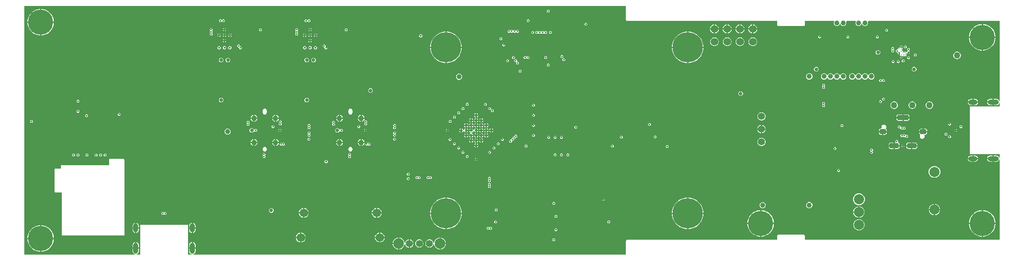
<source format=gbr>
%TF.GenerationSoftware,Altium Limited,Altium Designer,22.4.2 (48)*%
G04 Layer_Physical_Order=4*
G04 Layer_Color=16776960*
%FSLAX26Y26*%
%MOIN*%
%TF.SameCoordinates,8C98EB32-1E12-42CD-A60B-9DA89663A72C*%
%TF.FilePolarity,Positive*%
%TF.FileFunction,Copper,L4,Inr,Signal*%
%TF.Part,Single*%
G01*
G75*
%TA.AperFunction,ComponentPad*%
%ADD76C,0.078740*%
%ADD77O,0.086614X0.039370*%
%ADD78O,0.070866X0.039370*%
G04:AMPARAMS|DCode=79|XSize=74.803mil|YSize=39.37mil|CornerRadius=9.842mil|HoleSize=0mil|Usage=FLASHONLY|Rotation=180.000|XOffset=0mil|YOffset=0mil|HoleType=Round|Shape=RoundedRectangle|*
%AMROUNDEDRECTD79*
21,1,0.074803,0.019685,0,0,180.0*
21,1,0.055118,0.039370,0,0,180.0*
1,1,0.019685,-0.027559,0.009843*
1,1,0.019685,0.027559,0.009843*
1,1,0.019685,0.027559,-0.009843*
1,1,0.019685,-0.027559,-0.009843*
%
%ADD79ROUNDEDRECTD79*%
G04:AMPARAMS|DCode=80|XSize=90.551mil|YSize=39.37mil|CornerRadius=9.842mil|HoleSize=0mil|Usage=FLASHONLY|Rotation=180.000|XOffset=0mil|YOffset=0mil|HoleType=Round|Shape=RoundedRectangle|*
%AMROUNDEDRECTD80*
21,1,0.090551,0.019685,0,0,180.0*
21,1,0.070866,0.039370,0,0,180.0*
1,1,0.019685,-0.035433,0.009843*
1,1,0.019685,0.035433,0.009843*
1,1,0.019685,0.035433,-0.009843*
1,1,0.019685,-0.035433,-0.009843*
%
%ADD80ROUNDEDRECTD80*%
G04:AMPARAMS|DCode=81|XSize=51.181mil|YSize=39.37mil|CornerRadius=9.842mil|HoleSize=0mil|Usage=FLASHONLY|Rotation=0.000|XOffset=0mil|YOffset=0mil|HoleType=Round|Shape=RoundedRectangle|*
%AMROUNDEDRECTD81*
21,1,0.051181,0.019685,0,0,0.0*
21,1,0.031496,0.039370,0,0,0.0*
1,1,0.019685,0.015748,-0.009843*
1,1,0.019685,-0.015748,-0.009843*
1,1,0.019685,-0.015748,0.009843*
1,1,0.019685,0.015748,0.009843*
%
%ADD81ROUNDEDRECTD81*%
%ADD82C,0.043307*%
%ADD83C,0.055118*%
%ADD84C,0.082677*%
%ADD85C,0.196850*%
%ADD86C,0.066929*%
%ADD87C,0.236220*%
%ADD88C,0.060000*%
%ADD89O,0.039370X0.086614*%
%ADD90O,0.039370X0.070866*%
%TA.AperFunction,ViaPad*%
%ADD91C,0.017716*%
%ADD92C,0.013780*%
%ADD93C,0.011811*%
%ADD94C,0.027559*%
%ADD95C,0.039370*%
%ADD96C,0.050000*%
%ADD97C,0.023622*%
G36*
X7076419Y3818899D02*
X7076453Y3818726D01*
X7076425Y3818552D01*
X7076801Y3816949D01*
X7077068Y3815319D01*
X7077068Y3815318D01*
X7077161Y3815169D01*
X7077195Y3814997D01*
X7077293Y3814851D01*
X7077333Y3814679D01*
X7078295Y3813340D01*
X7079165Y3811938D01*
X7079308Y3811835D01*
X7079405Y3811690D01*
X7079406Y3811689D01*
X7079406Y3811689D01*
X7079551Y3811592D01*
X7079654Y3811448D01*
X7081055Y3810579D01*
X7082396Y3809616D01*
X7082568Y3809576D01*
X7082714Y3809478D01*
X7082886Y3809444D01*
X7083035Y3809352D01*
X7083036Y3809351D01*
X7084665Y3809084D01*
X7086269Y3808708D01*
X7086442Y3808737D01*
X7086616Y3808702D01*
X8257521D01*
Y3779529D01*
X8257556Y3779356D01*
X8257527Y3779182D01*
X8257903Y3777579D01*
X8258170Y3775949D01*
X8258171Y3775948D01*
X8258263Y3775799D01*
X8258297Y3775627D01*
X8258395Y3775481D01*
X8258435Y3775309D01*
X8259398Y3773970D01*
X8260267Y3772568D01*
X8260410Y3772465D01*
X8260507Y3772320D01*
X8260508Y3772319D01*
X8260508Y3772318D01*
X8260653Y3772222D01*
X8260756Y3772078D01*
X8262158Y3771209D01*
X8263498Y3770246D01*
X8263670Y3770206D01*
X8263816Y3770108D01*
X8263988Y3770074D01*
X8264137Y3769982D01*
X8264138Y3769981D01*
X8265767Y3769715D01*
X8267371Y3769338D01*
X8267545Y3769367D01*
X8267718Y3769332D01*
X8464565D01*
X8464739Y3769367D01*
X8464912Y3769338D01*
X8466516Y3769714D01*
X8468145Y3769981D01*
X8468146Y3769982D01*
X8468295Y3770074D01*
X8468467Y3770108D01*
X8468614Y3770206D01*
X8468785Y3770246D01*
X8470125Y3771209D01*
X8471527Y3772078D01*
X8471630Y3772222D01*
X8471775Y3772318D01*
X8471775Y3772319D01*
X8471776Y3772320D01*
X8471873Y3772465D01*
X8472016Y3772568D01*
X8472885Y3773969D01*
X8473848Y3775309D01*
X8473889Y3775481D01*
X8473986Y3775627D01*
X8474021Y3775799D01*
X8474113Y3775948D01*
X8474113Y3775949D01*
X8474380Y3777578D01*
X8474756Y3779183D01*
X8474728Y3779356D01*
X8474762Y3779529D01*
Y3808702D01*
X8701243D01*
X8704525Y3803702D01*
X8702165Y3798006D01*
Y3788608D01*
X8705762Y3779926D01*
X8712407Y3773281D01*
X8721089Y3769685D01*
X8730486D01*
X8739168Y3773281D01*
X8745813Y3779926D01*
X8748081Y3785402D01*
X8753493D01*
X8755762Y3779926D01*
X8762407Y3773281D01*
X8771089Y3769685D01*
X8780486D01*
X8789168Y3773281D01*
X8795813Y3779926D01*
X8799409Y3788608D01*
Y3798006D01*
X8797050Y3803702D01*
X8800332Y3808702D01*
X8871715D01*
X8874997Y3803702D01*
X8872638Y3798006D01*
Y3788608D01*
X8876234Y3779926D01*
X8882879Y3773281D01*
X8891561Y3769685D01*
X8900959D01*
X8909641Y3773281D01*
X8916286Y3779926D01*
X8918554Y3785402D01*
X8923966D01*
X8926234Y3779926D01*
X8932879Y3773281D01*
X8941561Y3769685D01*
X8950959D01*
X8959641Y3773281D01*
X8966286Y3779926D01*
X8969882Y3788608D01*
Y3798006D01*
X8967522Y3803702D01*
X8970804Y3808702D01*
X9999647D01*
Y3179102D01*
X9994647Y3178610D01*
X9993651Y3183617D01*
X9988213Y3191756D01*
X9980073Y3197194D01*
X9970472Y3199104D01*
X9951772D01*
Y3174016D01*
Y3148927D01*
X9970472D01*
X9980073Y3150837D01*
X9988213Y3156276D01*
X9993651Y3164415D01*
X9994647Y3169422D01*
X9999647Y3168929D01*
Y3138907D01*
X9769685D01*
X9768902Y3138583D01*
X9765748D01*
Y3135429D01*
X9765424Y3134646D01*
Y2770866D01*
X9765748Y2770083D01*
Y2766929D01*
X9768902D01*
X9769685Y2766605D01*
X9999647D01*
Y2736582D01*
X9994647Y2736090D01*
X9993651Y2741097D01*
X9988213Y2749236D01*
X9980073Y2754675D01*
X9970472Y2756584D01*
X9951772D01*
Y2731496D01*
Y2706408D01*
X9970472D01*
X9980073Y2708317D01*
X9988213Y2713756D01*
X9993651Y2721895D01*
X9994647Y2726902D01*
X9999647Y2726410D01*
Y2096810D01*
X8474762D01*
Y2125983D01*
X8474728Y2126156D01*
X8474756Y2126329D01*
X8474380Y2127933D01*
X8474113Y2129563D01*
X8474113Y2129564D01*
X8474021Y2129713D01*
X8473986Y2129885D01*
X8473888Y2130031D01*
X8473848Y2130203D01*
X8472886Y2131542D01*
X8472016Y2132944D01*
X8471873Y2133047D01*
X8471776Y2133192D01*
X8471775Y2133193D01*
X8471775Y2133193D01*
X8471630Y2133290D01*
X8471527Y2133434D01*
X8470126Y2134302D01*
X8468785Y2135266D01*
X8468613Y2135306D01*
X8468467Y2135404D01*
X8468295Y2135438D01*
X8468146Y2135530D01*
X8468145Y2135530D01*
X8466517Y2135797D01*
X8464912Y2136174D01*
X8464739Y2136145D01*
X8464565Y2136180D01*
X8267718D01*
X8267544Y2136145D01*
X8267371Y2136173D01*
X8265767Y2135798D01*
X8264138Y2135530D01*
X8264137Y2135530D01*
X8263988Y2135438D01*
X8263816Y2135404D01*
X8263670Y2135306D01*
X8263498Y2135265D01*
X8262158Y2134303D01*
X8260756Y2133434D01*
X8260653Y2133290D01*
X8260508Y2133193D01*
X8260508Y2133193D01*
X8260507Y2133192D01*
X8260410Y2133047D01*
X8260267Y2132944D01*
X8259398Y2131543D01*
X8258435Y2130203D01*
X8258395Y2130031D01*
X8258297Y2129885D01*
X8258263Y2129713D01*
X8258171Y2129564D01*
X8258170Y2129563D01*
X8257903Y2127934D01*
X8257527Y2126329D01*
X8257556Y2126156D01*
X8257521Y2125983D01*
Y2096810D01*
X7086616D01*
X7086442Y2096775D01*
X7086269Y2096803D01*
X7084665Y2096427D01*
X7083036Y2096160D01*
X7083035Y2096160D01*
X7082886Y2096068D01*
X7082714Y2096034D01*
X7082568Y2095936D01*
X7082396Y2095895D01*
X7081056Y2094933D01*
X7079654Y2094063D01*
X7079551Y2093920D01*
X7079406Y2093823D01*
X7079406Y2093823D01*
X7079405Y2093822D01*
X7079308Y2093677D01*
X7079165Y2093574D01*
X7078296Y2092173D01*
X7077333Y2090832D01*
X7077293Y2090661D01*
X7077195Y2090514D01*
X7077161Y2090342D01*
X7077068Y2090193D01*
X7077068Y2090193D01*
X7076801Y2088564D01*
X7076425Y2086959D01*
X7076453Y2086786D01*
X7076419Y2086613D01*
Y1978699D01*
X3690913D01*
X3690420Y1983699D01*
X3695428Y1984695D01*
X3703567Y1990134D01*
X3709005Y1998273D01*
X3710915Y2007874D01*
Y2026575D01*
X3660738D01*
Y2007874D01*
X3662648Y1998273D01*
X3668086Y1990134D01*
X3676226Y1984695D01*
X3681233Y1983699D01*
X3680741Y1978699D01*
X3650718D01*
Y2208661D01*
X3650394Y2209445D01*
Y2212598D01*
X3647240D01*
X3646457Y2212923D01*
X3282677D01*
X3281894Y2212598D01*
X3278740D01*
Y2209445D01*
X3278416Y2208661D01*
Y1978699D01*
X3248393D01*
X3247901Y1983699D01*
X3252908Y1984695D01*
X3261047Y1990134D01*
X3266486Y1998273D01*
X3268396Y2007874D01*
Y2026575D01*
X3218219D01*
Y2007874D01*
X3220128Y1998273D01*
X3225567Y1990134D01*
X3233706Y1984695D01*
X3238713Y1983699D01*
X3238221Y1978699D01*
X2372400D01*
Y3926812D01*
X7076419D01*
Y3818899D01*
D02*
G37*
%LPC*%
G36*
X6470658Y3896653D02*
X6466350D01*
X6462371Y3895005D01*
X6459325Y3891960D01*
X6457677Y3887980D01*
Y3883673D01*
X6459325Y3879694D01*
X6462371Y3876648D01*
X6466350Y3875000D01*
X6470658D01*
X6474637Y3876648D01*
X6477682Y3879694D01*
X6479331Y3883673D01*
Y3887980D01*
X6477682Y3891960D01*
X6474637Y3895005D01*
X6470658Y3896653D01*
D02*
G37*
G36*
X4600579Y3821850D02*
X4596272D01*
X4592292Y3820202D01*
X4589247Y3817156D01*
X4588828Y3816146D01*
X4583416D01*
X4582997Y3817156D01*
X4579952Y3820202D01*
X4575972Y3821850D01*
X4571665D01*
X4567686Y3820202D01*
X4564641Y3817156D01*
X4562992Y3813177D01*
Y3808870D01*
X4564641Y3804891D01*
X4567686Y3801845D01*
X4571665Y3800197D01*
X4575972D01*
X4579952Y3801845D01*
X4582997Y3804891D01*
X4583416Y3805902D01*
X4588828D01*
X4589247Y3804891D01*
X4592292Y3801845D01*
X4596272Y3800197D01*
X4600579D01*
X4604558Y3801845D01*
X4607604Y3804891D01*
X4609252Y3808870D01*
Y3813177D01*
X4607604Y3817156D01*
X4604558Y3820202D01*
X4600579Y3821850D01*
D02*
G37*
G36*
X3931287D02*
X3926980D01*
X3923001Y3820202D01*
X3919956Y3817156D01*
X3919537Y3816146D01*
X3914125D01*
X3913706Y3817156D01*
X3910660Y3820202D01*
X3906681Y3821850D01*
X3902374D01*
X3898395Y3820202D01*
X3895349Y3817156D01*
X3893701Y3813177D01*
Y3808870D01*
X3895349Y3804891D01*
X3898395Y3801845D01*
X3902374Y3800197D01*
X3906681D01*
X3910660Y3801845D01*
X3913706Y3804891D01*
X3914125Y3805902D01*
X3919537D01*
X3919956Y3804891D01*
X3923001Y3801845D01*
X3926980Y3800197D01*
X3931287D01*
X3935267Y3801845D01*
X3938312Y3804891D01*
X3939961Y3808870D01*
Y3813177D01*
X3938312Y3817156D01*
X3935267Y3820202D01*
X3931287Y3821850D01*
D02*
G37*
G36*
X2508133Y3902559D02*
X2504921D01*
Y3804134D01*
X2603347D01*
Y3807346D01*
X2600802Y3823413D01*
X2595775Y3838884D01*
X2588390Y3853378D01*
X2578828Y3866538D01*
X2567326Y3878041D01*
X2554165Y3887602D01*
X2539671Y3894988D01*
X2524200Y3900014D01*
X2508133Y3902559D01*
D02*
G37*
G36*
X2495079D02*
X2491867D01*
X2475800Y3900014D01*
X2460329Y3894988D01*
X2445835Y3887602D01*
X2432674Y3878041D01*
X2421172Y3866538D01*
X2411610Y3853378D01*
X2404225Y3838884D01*
X2399198Y3823413D01*
X2396653Y3807346D01*
Y3804134D01*
X2495079D01*
Y3902559D01*
D02*
G37*
G36*
X6313177Y3821850D02*
X6308870D01*
X6304891Y3820202D01*
X6301845Y3817156D01*
X6300197Y3813177D01*
Y3808870D01*
X6301845Y3804891D01*
X6304891Y3801845D01*
X6308870Y3800197D01*
X6313177D01*
X6317156Y3801845D01*
X6320202Y3804891D01*
X6321850Y3808870D01*
Y3813177D01*
X6320202Y3817156D01*
X6317156Y3820202D01*
X6313177Y3821850D01*
D02*
G37*
G36*
X6765933Y3795276D02*
X6761626D01*
X6757647Y3793627D01*
X6754601Y3790582D01*
X6752953Y3786602D01*
Y3782295D01*
X6754601Y3778316D01*
X6757647Y3775270D01*
X6761626Y3773622D01*
X6765933D01*
X6769912Y3775270D01*
X6772958Y3778316D01*
X6774606Y3782295D01*
Y3786602D01*
X6772958Y3790582D01*
X6769912Y3793627D01*
X6765933Y3795276D01*
D02*
G37*
G36*
X8072638Y3781685D02*
Y3751772D01*
X8102551D01*
X8100258Y3760329D01*
X8095660Y3768293D01*
X8089159Y3774794D01*
X8081196Y3779392D01*
X8072638Y3781685D01*
D02*
G37*
G36*
X7972638D02*
Y3751772D01*
X8002551D01*
X8000258Y3760329D01*
X7995660Y3768293D01*
X7989159Y3774794D01*
X7981196Y3779392D01*
X7972638Y3781685D01*
D02*
G37*
G36*
X7872638D02*
Y3751772D01*
X7902551D01*
X7900258Y3760329D01*
X7895660Y3768293D01*
X7889159Y3774794D01*
X7881196Y3779392D01*
X7872638Y3781685D01*
D02*
G37*
G36*
X8062796Y3781685D02*
X8054237Y3779392D01*
X8046274Y3774794D01*
X8039773Y3768293D01*
X8035175Y3760329D01*
X8032882Y3751772D01*
X8062796D01*
Y3781685D01*
D02*
G37*
G36*
X7962796D02*
X7954237Y3779392D01*
X7946274Y3774794D01*
X7939773Y3768293D01*
X7935175Y3760329D01*
X7932882Y3751772D01*
X7962796D01*
Y3781685D01*
D02*
G37*
G36*
X7862796D02*
X7854237Y3779392D01*
X7846274Y3774794D01*
X7839773Y3768293D01*
X7835175Y3760329D01*
X7832882Y3751772D01*
X7862796D01*
Y3781685D01*
D02*
G37*
G36*
X7772638Y3781685D02*
Y3751771D01*
X7802551D01*
X7800258Y3760329D01*
X7795660Y3768293D01*
X7789159Y3774794D01*
X7781196Y3779392D01*
X7772638Y3781685D01*
D02*
G37*
G36*
X7762796Y3781685D02*
X7754237Y3779392D01*
X7746274Y3774794D01*
X7739773Y3768293D01*
X7735175Y3760329D01*
X7732882Y3751771D01*
X7762796D01*
Y3781685D01*
D02*
G37*
G36*
X4611220Y3756072D02*
Y3748031D01*
X4619261D01*
X4618048Y3750960D01*
X4614149Y3754859D01*
X4611220Y3756072D01*
D02*
G37*
G36*
X4601378D02*
X4598449Y3754859D01*
X4594551Y3750960D01*
X4593338Y3748031D01*
X4601378D01*
Y3756072D01*
D02*
G37*
G36*
X3941929D02*
Y3748031D01*
X3949970D01*
X3948756Y3750960D01*
X3944858Y3754859D01*
X3941929Y3756072D01*
D02*
G37*
G36*
X3932087D02*
X3929158Y3754859D01*
X3925260Y3750960D01*
X3924046Y3748031D01*
X3932087D01*
Y3756072D01*
D02*
G37*
G36*
X6230500Y3739173D02*
X6226193D01*
X6222214Y3737525D01*
X6219168Y3734479D01*
X6213903D01*
X6210857Y3737525D01*
X6206878Y3739173D01*
X6202571D01*
X6198592Y3737525D01*
X6196564Y3735497D01*
X6193560Y3734885D01*
X6190556Y3735497D01*
X6188528Y3737525D01*
X6184549Y3739173D01*
X6180242D01*
X6176263Y3737525D01*
X6175173Y3736435D01*
X6171906Y3735039D01*
X6168640Y3736435D01*
X6167550Y3737525D01*
X6163571Y3739173D01*
X6159264D01*
X6155284Y3737525D01*
X6152239Y3734479D01*
X6150591Y3730500D01*
Y3726193D01*
X6152239Y3722214D01*
X6155284Y3719168D01*
X6159264Y3717520D01*
X6163571D01*
X6167550Y3719168D01*
X6168640Y3720258D01*
X6171906Y3721654D01*
X6175173Y3720258D01*
X6176263Y3719168D01*
X6180242Y3717520D01*
X6184549D01*
X6188528Y3719168D01*
X6190556Y3721196D01*
X6193560Y3721809D01*
X6196564Y3721196D01*
X6198592Y3719168D01*
X6202571Y3717520D01*
X6206878D01*
X6210857Y3719168D01*
X6213903Y3722214D01*
X6219168D01*
X6222214Y3719168D01*
X6226193Y3717520D01*
X6230500D01*
X6234479Y3719168D01*
X6237525Y3722214D01*
X6239173Y3726193D01*
Y3730500D01*
X6237525Y3734479D01*
X6234479Y3737525D01*
X6230500Y3739173D01*
D02*
G37*
G36*
X4619261Y3738189D02*
X4611220D01*
Y3730149D01*
X4614149Y3731362D01*
X4618048Y3735260D01*
X4619261Y3738189D01*
D02*
G37*
G36*
X4601378D02*
X4593338D01*
X4594551Y3735260D01*
X4598449Y3731362D01*
X4601378Y3730149D01*
Y3738189D01*
D02*
G37*
G36*
X3949970D02*
X3941929D01*
Y3730149D01*
X3944858Y3731362D01*
X3948756Y3735260D01*
X3949970Y3738189D01*
D02*
G37*
G36*
X3932087D02*
X3924046D01*
X3925260Y3735260D01*
X3929158Y3731362D01*
X3932087Y3730149D01*
Y3738189D01*
D02*
G37*
G36*
X4889949Y3750984D02*
X4885642D01*
X4881662Y3749336D01*
X4878617Y3746290D01*
X4876968Y3742311D01*
Y3738004D01*
X4878617Y3734025D01*
X4881662Y3730979D01*
X4885642Y3729331D01*
X4889949D01*
X4893928Y3730979D01*
X4896974Y3734025D01*
X4898622Y3738004D01*
Y3742311D01*
X4896974Y3746290D01*
X4893928Y3749336D01*
X4889949Y3750984D01*
D02*
G37*
G36*
X4220658D02*
X4216350D01*
X4212371Y3749336D01*
X4209325Y3746290D01*
X4207677Y3742311D01*
Y3738004D01*
X4209325Y3734025D01*
X4212371Y3730979D01*
X4216350Y3729331D01*
X4220658D01*
X4224637Y3730979D01*
X4227682Y3734025D01*
X4229331Y3738004D01*
Y3742311D01*
X4227682Y3746290D01*
X4224637Y3749336D01*
X4220658Y3750984D01*
D02*
G37*
G36*
X6450972Y3731299D02*
X6446665D01*
X6442686Y3729651D01*
X6439641Y3726605D01*
X6434375D01*
X6431330Y3729651D01*
X6427350Y3731299D01*
X6423043D01*
X6419064Y3729651D01*
X6416019Y3726605D01*
X6410753D01*
X6407708Y3729651D01*
X6403728Y3731299D01*
X6399421D01*
X6395442Y3729651D01*
X6392396Y3726605D01*
X6387131D01*
X6384086Y3729651D01*
X6380106Y3731299D01*
X6375799D01*
X6371820Y3729651D01*
X6368774Y3726605D01*
X6367126Y3722626D01*
Y3718319D01*
X6368774Y3714340D01*
X6371820Y3711294D01*
X6375799Y3709646D01*
X6380106D01*
X6384086Y3711294D01*
X6387131Y3714340D01*
X6392396D01*
X6395442Y3711294D01*
X6399421Y3709646D01*
X6403728D01*
X6407708Y3711294D01*
X6410753Y3714340D01*
X6416019D01*
X6419064Y3711294D01*
X6423043Y3709646D01*
X6427350D01*
X6431330Y3711294D01*
X6434375Y3714340D01*
X6439641D01*
X6442686Y3711294D01*
X6446665Y3709646D01*
X6450972D01*
X6454952Y3711294D01*
X6457997Y3714340D01*
X6459646Y3718319D01*
Y3722626D01*
X6457997Y3726605D01*
X6454952Y3729651D01*
X6450972Y3731299D01*
D02*
G37*
G36*
X9115343Y3748031D02*
X9111035D01*
X9107056Y3746383D01*
X9104011Y3743338D01*
X9102362Y3739358D01*
Y3735051D01*
X9104011Y3731072D01*
X9107056Y3728026D01*
X9111035Y3726378D01*
X9115343D01*
X9119322Y3728026D01*
X9122367Y3731072D01*
X9124016Y3735051D01*
Y3739358D01*
X9122367Y3743338D01*
X9119322Y3746383D01*
X9115343Y3748031D01*
D02*
G37*
G36*
X7802551Y3741929D02*
X7772638D01*
Y3712016D01*
X7781196Y3714309D01*
X7789159Y3718906D01*
X7795660Y3725408D01*
X7800258Y3733371D01*
X7802551Y3741929D01*
D02*
G37*
G36*
X8002551Y3741930D02*
X7972638D01*
Y3712016D01*
X7981196Y3714309D01*
X7989159Y3718906D01*
X7995660Y3725408D01*
X8000258Y3733371D01*
X8002551Y3741930D01*
D02*
G37*
G36*
X7902551D02*
X7872638D01*
Y3712016D01*
X7881196Y3714309D01*
X7889159Y3718906D01*
X7895660Y3725408D01*
X7900258Y3733371D01*
X7902551Y3741930D01*
D02*
G37*
G36*
X8102551D02*
X8072638D01*
Y3712016D01*
X8081196Y3714309D01*
X8089159Y3718906D01*
X8095660Y3725408D01*
X8100258Y3733371D01*
X8102551Y3741930D01*
D02*
G37*
G36*
X8062796D02*
X8032882D01*
X8035175Y3733371D01*
X8039773Y3725408D01*
X8046274Y3718906D01*
X8054237Y3714309D01*
X8062796Y3712016D01*
Y3741930D01*
D02*
G37*
G36*
X7962796D02*
X7932882D01*
X7935175Y3733371D01*
X7939773Y3725408D01*
X7946274Y3718906D01*
X7954237Y3714309D01*
X7962796Y3712016D01*
Y3741930D01*
D02*
G37*
G36*
X7862796D02*
X7832882D01*
X7835175Y3733371D01*
X7839773Y3725408D01*
X7846274Y3718906D01*
X7854237Y3714309D01*
X7862796Y3712016D01*
Y3741930D01*
D02*
G37*
G36*
X7762796Y3741929D02*
X7732882D01*
X7735175Y3733371D01*
X7739773Y3725408D01*
X7746274Y3718906D01*
X7754237Y3714309D01*
X7762796Y3712016D01*
Y3741929D01*
D02*
G37*
G36*
X6348610Y3731299D02*
X6344303D01*
X6340324Y3729651D01*
X6337278Y3726605D01*
X6335630Y3722626D01*
Y3718319D01*
X6337278Y3714340D01*
X6340324Y3711294D01*
X6344303Y3709646D01*
X6348610D01*
X6352590Y3711294D01*
X6355635Y3714340D01*
X6357283Y3718319D01*
Y3722626D01*
X6355635Y3726605D01*
X6352590Y3729651D01*
X6348610Y3731299D01*
D02*
G37*
G36*
X6486406Y3730315D02*
X6482098D01*
X6478119Y3728667D01*
X6475074Y3725621D01*
X6473425Y3721642D01*
Y3717335D01*
X6475074Y3713355D01*
X6478119Y3710310D01*
X6482098Y3708662D01*
X6486406D01*
X6490385Y3710310D01*
X6493430Y3713355D01*
X6495079Y3717335D01*
Y3721642D01*
X6493430Y3725621D01*
X6490385Y3728667D01*
X6486406Y3730315D01*
D02*
G37*
G36*
X4653543Y3712371D02*
Y3704331D01*
X4661584D01*
X4660370Y3707259D01*
X4656472Y3711158D01*
X4653543Y3712371D01*
D02*
G37*
G36*
X4643701D02*
X4640772Y3711158D01*
X4636874Y3707259D01*
X4635660Y3704331D01*
X4643701D01*
Y3712371D01*
D02*
G37*
G36*
X4611220D02*
Y3704331D01*
X4619261D01*
X4618048Y3707259D01*
X4614149Y3711158D01*
X4611220Y3712371D01*
D02*
G37*
G36*
X4601378D02*
X4598449Y3711158D01*
X4594551Y3707259D01*
X4593338Y3704331D01*
X4601378D01*
Y3712371D01*
D02*
G37*
G36*
X4568898D02*
Y3704331D01*
X4576938D01*
X4575725Y3707259D01*
X4571826Y3711158D01*
X4568898Y3712371D01*
D02*
G37*
G36*
X4559055D02*
X4556126Y3711158D01*
X4552228Y3707259D01*
X4551015Y3704331D01*
X4559055D01*
Y3712371D01*
D02*
G37*
G36*
X3984252D02*
Y3704331D01*
X3992292D01*
X3991079Y3707259D01*
X3987181Y3711158D01*
X3984252Y3712371D01*
D02*
G37*
G36*
X3974410D02*
X3971481Y3711158D01*
X3967582Y3707259D01*
X3966369Y3704331D01*
X3974410D01*
Y3712371D01*
D02*
G37*
G36*
X3941929D02*
Y3704331D01*
X3949970D01*
X3948756Y3707259D01*
X3944858Y3711158D01*
X3941929Y3712371D01*
D02*
G37*
G36*
X3932087D02*
X3929158Y3711158D01*
X3925260Y3707259D01*
X3924046Y3704331D01*
X3932087D01*
Y3712371D01*
D02*
G37*
G36*
X3899606D02*
Y3704331D01*
X3907647D01*
X3906434Y3707259D01*
X3902535Y3711158D01*
X3899606Y3712371D01*
D02*
G37*
G36*
X3889764D02*
X3886835Y3711158D01*
X3882937Y3707259D01*
X3881724Y3704331D01*
X3889764D01*
Y3712371D01*
D02*
G37*
G36*
X4504122Y3752953D02*
X4499815D01*
X4495836Y3751304D01*
X4492790Y3748259D01*
X4491142Y3744280D01*
Y3739972D01*
X4492790Y3735993D01*
X4495516Y3733268D01*
X4492790Y3730542D01*
X4491142Y3726563D01*
Y3722256D01*
X4492790Y3718277D01*
X4495516Y3715551D01*
X4492790Y3712826D01*
X4491142Y3708847D01*
Y3704539D01*
X4492790Y3700560D01*
X4495836Y3697515D01*
X4499815Y3695866D01*
X4504122D01*
X4508101Y3697515D01*
X4511147Y3700560D01*
X4512795Y3704539D01*
Y3708847D01*
X4511147Y3712826D01*
X4508421Y3715551D01*
X4511147Y3718277D01*
X4512795Y3722256D01*
Y3726563D01*
X4511147Y3730542D01*
X4508421Y3733268D01*
X4511147Y3735993D01*
X4512795Y3739972D01*
Y3744280D01*
X4511147Y3748259D01*
X4508101Y3751304D01*
X4504122Y3752953D01*
D02*
G37*
G36*
X3834831D02*
X3830523D01*
X3826544Y3751304D01*
X3823499Y3748259D01*
X3821850Y3744280D01*
Y3739972D01*
X3823499Y3735993D01*
X3826224Y3733268D01*
X3823499Y3730542D01*
X3821851Y3726563D01*
Y3722256D01*
X3823499Y3718277D01*
X3826224Y3715551D01*
X3823499Y3712826D01*
X3821850Y3708847D01*
Y3704539D01*
X3823499Y3700560D01*
X3826544Y3697515D01*
X3830523Y3695866D01*
X3834831D01*
X3838810Y3697515D01*
X3841856Y3700560D01*
X3843504Y3704539D01*
Y3708847D01*
X3841856Y3712826D01*
X3839130Y3715551D01*
X3841856Y3718277D01*
X3843504Y3722256D01*
Y3726563D01*
X3841856Y3730542D01*
X3839130Y3733268D01*
X3841856Y3735993D01*
X3843504Y3739972D01*
Y3744280D01*
X3841856Y3748259D01*
X3838810Y3751304D01*
X3834831Y3752953D01*
D02*
G37*
G36*
X2603347Y3794291D02*
X2504921D01*
Y3695866D01*
X2508133D01*
X2524200Y3698411D01*
X2539671Y3703438D01*
X2554165Y3710823D01*
X2567326Y3720384D01*
X2578828Y3731887D01*
X2588390Y3745047D01*
X2595775Y3759541D01*
X2600802Y3775012D01*
X2603347Y3791079D01*
Y3794291D01*
D02*
G37*
G36*
X2495079D02*
X2396653D01*
Y3791079D01*
X2399198Y3775012D01*
X2404225Y3759541D01*
X2411610Y3745047D01*
X2421172Y3731887D01*
X2432674Y3720384D01*
X2445835Y3710823D01*
X2460329Y3703438D01*
X2475800Y3698411D01*
X2491867Y3695866D01*
X2495079D01*
Y3794291D01*
D02*
G37*
G36*
X4661584Y3694488D02*
X4653543D01*
Y3686448D01*
X4656472Y3687661D01*
X4660370Y3691559D01*
X4661584Y3694488D01*
D02*
G37*
G36*
X4643701D02*
X4635660D01*
X4636874Y3691559D01*
X4640772Y3687661D01*
X4643701Y3686448D01*
Y3694488D01*
D02*
G37*
G36*
X4619261D02*
X4611220D01*
Y3686448D01*
X4614149Y3687661D01*
X4618048Y3691559D01*
X4619261Y3694488D01*
D02*
G37*
G36*
X4601378D02*
X4593338D01*
X4594551Y3691559D01*
X4598449Y3687661D01*
X4601378Y3686448D01*
Y3694488D01*
D02*
G37*
G36*
X4576938D02*
X4568898D01*
Y3686448D01*
X4571826Y3687661D01*
X4575725Y3691559D01*
X4576938Y3694488D01*
D02*
G37*
G36*
X4559055D02*
X4551015D01*
X4552228Y3691559D01*
X4556126Y3687661D01*
X4559055Y3686448D01*
Y3694488D01*
D02*
G37*
G36*
X3992292D02*
X3984252D01*
Y3686448D01*
X3987181Y3687661D01*
X3991079Y3691559D01*
X3992292Y3694488D01*
D02*
G37*
G36*
X3974410D02*
X3966369D01*
X3967582Y3691559D01*
X3971481Y3687661D01*
X3974410Y3686448D01*
Y3694488D01*
D02*
G37*
G36*
X3949970D02*
X3941929D01*
Y3686448D01*
X3944858Y3687661D01*
X3948756Y3691559D01*
X3949970Y3694488D01*
D02*
G37*
G36*
X3932087D02*
X3924046D01*
X3925260Y3691559D01*
X3929158Y3687661D01*
X3932087Y3686448D01*
Y3694488D01*
D02*
G37*
G36*
X3907647D02*
X3899606D01*
Y3686448D01*
X3902535Y3687661D01*
X3906434Y3691559D01*
X3907647Y3694488D01*
D02*
G37*
G36*
X3889764D02*
X3881724D01*
X3882937Y3691559D01*
X3886835Y3687661D01*
X3889764Y3686448D01*
Y3694488D01*
D02*
G37*
G36*
X9870338Y3784449D02*
X9867126D01*
Y3686024D01*
X9965551D01*
Y3689236D01*
X9963006Y3705303D01*
X9957980Y3720774D01*
X9950595Y3735268D01*
X9941033Y3748428D01*
X9929530Y3759931D01*
X9916370Y3769492D01*
X9901876Y3776877D01*
X9886405Y3781904D01*
X9870338Y3784449D01*
D02*
G37*
G36*
X9857283D02*
X9854071D01*
X9838004Y3781904D01*
X9822533Y3776877D01*
X9808039Y3769492D01*
X9794879Y3759931D01*
X9783376Y3748428D01*
X9773815Y3735268D01*
X9766430Y3720774D01*
X9761403Y3705303D01*
X9758858Y3689236D01*
Y3686024D01*
X9857283D01*
Y3784449D01*
D02*
G37*
G36*
X5474986Y3705709D02*
X5469896D01*
X5465193Y3703761D01*
X5461594Y3700161D01*
X5459646Y3695459D01*
Y3690368D01*
X5461594Y3685666D01*
X5465193Y3682066D01*
X5469896Y3680118D01*
X5474986D01*
X5479689Y3682066D01*
X5483288Y3685666D01*
X5485236Y3690368D01*
Y3695459D01*
X5483288Y3700161D01*
X5479689Y3703761D01*
X5474986Y3705709D01*
D02*
G37*
G36*
X9043492Y3695866D02*
X9039185D01*
X9035206Y3694218D01*
X9032160Y3691172D01*
X9030512Y3687193D01*
Y3682886D01*
X9032160Y3678907D01*
X9035206Y3675861D01*
X9039185Y3674213D01*
X9043492D01*
X9047471Y3675861D01*
X9050517Y3678907D01*
X9052165Y3682886D01*
Y3687193D01*
X9050517Y3691172D01*
X9047471Y3694218D01*
X9043492Y3695866D01*
D02*
G37*
G36*
X8813177D02*
X8808870D01*
X8804891Y3694218D01*
X8801845Y3691172D01*
X8800197Y3687193D01*
Y3682886D01*
X8801845Y3678907D01*
X8804891Y3675861D01*
X8808870Y3674213D01*
X8813177D01*
X8817156Y3675861D01*
X8820202Y3678907D01*
X8821850Y3682886D01*
Y3687193D01*
X8820202Y3691172D01*
X8817156Y3694218D01*
X8813177Y3695866D01*
D02*
G37*
G36*
X8592705D02*
X8588398D01*
X8584418Y3694218D01*
X8581373Y3691172D01*
X8579725Y3687193D01*
Y3682886D01*
X8581373Y3678907D01*
X8584418Y3675861D01*
X8588398Y3674213D01*
X8592705D01*
X8596684Y3675861D01*
X8599730Y3678907D01*
X8601378Y3682886D01*
Y3687193D01*
X8599730Y3691172D01*
X8596684Y3694218D01*
X8592705Y3695866D01*
D02*
G37*
G36*
X4611220Y3668670D02*
Y3660630D01*
X4619261D01*
X4618048Y3663559D01*
X4614149Y3667457D01*
X4611220Y3668670D01*
D02*
G37*
G36*
X4601378D02*
X4598449Y3667457D01*
X4594551Y3663559D01*
X4593338Y3660630D01*
X4601378D01*
Y3668670D01*
D02*
G37*
G36*
X3941929D02*
Y3660630D01*
X3949970D01*
X3948756Y3663559D01*
X3944858Y3667457D01*
X3941929Y3668670D01*
D02*
G37*
G36*
X3932087D02*
X3929158Y3667457D01*
X3925260Y3663559D01*
X3924046Y3660630D01*
X3932087D01*
Y3668670D01*
D02*
G37*
G36*
X6100579Y3680118D02*
X6096272D01*
X6092292Y3678470D01*
X6089247Y3675424D01*
X6087599Y3671445D01*
Y3667138D01*
X6089247Y3663159D01*
X6092292Y3660113D01*
X6096272Y3658465D01*
X6100579D01*
X6104558Y3660113D01*
X6107604Y3663159D01*
X6109252Y3667138D01*
Y3671445D01*
X6107604Y3675424D01*
X6104558Y3678470D01*
X6100579Y3680118D01*
D02*
G37*
G36*
X4619261Y3650787D02*
X4611220D01*
Y3642747D01*
X4614149Y3643960D01*
X4618048Y3647859D01*
X4619261Y3650787D01*
D02*
G37*
G36*
X4601378D02*
X4593338D01*
X4594551Y3647859D01*
X4598449Y3643960D01*
X4601378Y3642747D01*
Y3650787D01*
D02*
G37*
G36*
X3949970D02*
X3941929D01*
Y3642747D01*
X3944858Y3643960D01*
X3948756Y3647859D01*
X3949970Y3650787D01*
D02*
G37*
G36*
X3932087D02*
X3924046D01*
X3925260Y3647859D01*
X3929158Y3643960D01*
X3932087Y3642747D01*
Y3650787D01*
D02*
G37*
G36*
X8072184Y3680787D02*
X8063249D01*
X8054617Y3678475D01*
X8046879Y3674007D01*
X8040560Y3667688D01*
X8036092Y3659950D01*
X8033779Y3651318D01*
Y3642383D01*
X8036092Y3633751D01*
X8040560Y3626013D01*
X8046879Y3619694D01*
X8054617Y3615226D01*
X8063249Y3612913D01*
X8072184D01*
X8080816Y3615226D01*
X8088554Y3619694D01*
X8094873Y3626013D01*
X8099341Y3633751D01*
X8101654Y3642383D01*
Y3651318D01*
X8099341Y3659950D01*
X8094873Y3667688D01*
X8088554Y3674007D01*
X8080816Y3678475D01*
X8072184Y3680787D01*
D02*
G37*
G36*
X7972184D02*
X7963249D01*
X7954617Y3678475D01*
X7946879Y3674007D01*
X7940560Y3667688D01*
X7936092Y3659950D01*
X7933779Y3651318D01*
Y3642383D01*
X7936092Y3633751D01*
X7940560Y3626013D01*
X7946879Y3619694D01*
X7954617Y3615226D01*
X7963249Y3612913D01*
X7972184D01*
X7980816Y3615226D01*
X7988554Y3619694D01*
X7994873Y3626013D01*
X7999341Y3633751D01*
X8001654Y3642383D01*
Y3651318D01*
X7999341Y3659950D01*
X7994873Y3667688D01*
X7988554Y3674007D01*
X7980816Y3678475D01*
X7972184Y3680787D01*
D02*
G37*
G36*
X7872184D02*
X7863249D01*
X7854617Y3678475D01*
X7846879Y3674007D01*
X7840560Y3667688D01*
X7836092Y3659950D01*
X7833779Y3651318D01*
Y3642383D01*
X7836092Y3633751D01*
X7840560Y3626013D01*
X7846879Y3619694D01*
X7854617Y3615226D01*
X7863249Y3612913D01*
X7872184D01*
X7880816Y3615226D01*
X7888554Y3619694D01*
X7894873Y3626013D01*
X7899341Y3633751D01*
X7901654Y3642383D01*
Y3651318D01*
X7899341Y3659950D01*
X7894873Y3667688D01*
X7888554Y3674007D01*
X7880816Y3678475D01*
X7872184Y3680787D01*
D02*
G37*
G36*
X7772184D02*
X7763249D01*
X7754617Y3678475D01*
X7746879Y3674007D01*
X7740560Y3667688D01*
X7736092Y3659950D01*
X7733779Y3651318D01*
Y3642383D01*
X7736092Y3633751D01*
X7740560Y3626013D01*
X7746879Y3619694D01*
X7754617Y3615226D01*
X7763249Y3612913D01*
X7772184D01*
X7780816Y3615226D01*
X7788554Y3619694D01*
X7794873Y3626013D01*
X7799341Y3633751D01*
X7801654Y3642383D01*
Y3651318D01*
X7799341Y3659950D01*
X7794873Y3667688D01*
X7788554Y3674007D01*
X7780816Y3678475D01*
X7772184Y3680787D01*
D02*
G37*
G36*
X9233268Y3616065D02*
Y3611220D01*
X9238112D01*
X9237592Y3612477D01*
X9234524Y3615545D01*
X9233268Y3616065D01*
D02*
G37*
G36*
X9223425D02*
X9222169Y3615545D01*
X9219101Y3612477D01*
X9218581Y3611220D01*
X9223425D01*
Y3616065D01*
D02*
G37*
G36*
X6122232Y3632874D02*
X6117925D01*
X6113946Y3631226D01*
X6110900Y3628180D01*
X6109252Y3624201D01*
Y3619894D01*
X6110900Y3615914D01*
X6113946Y3612869D01*
X6117925Y3611220D01*
X6122232D01*
X6126212Y3612869D01*
X6129257Y3615914D01*
X6130905Y3619894D01*
Y3624201D01*
X6129257Y3628180D01*
X6126212Y3631226D01*
X6122232Y3632874D01*
D02*
G37*
G36*
X7568738Y3725394D02*
X7563976D01*
Y3607284D01*
X7682087D01*
Y3612045D01*
X7679057Y3631172D01*
X7673073Y3649590D01*
X7664281Y3666845D01*
X7652898Y3682512D01*
X7639205Y3696205D01*
X7623538Y3707588D01*
X7606283Y3716380D01*
X7587865Y3722364D01*
X7568738Y3725394D01*
D02*
G37*
G36*
X7554134D02*
X7549372D01*
X7530245Y3722364D01*
X7511827Y3716380D01*
X7494573Y3707588D01*
X7478905Y3696205D01*
X7465212Y3682512D01*
X7453829Y3666845D01*
X7445037Y3649590D01*
X7439053Y3631172D01*
X7436024Y3612045D01*
Y3607284D01*
X7554134D01*
Y3725394D01*
D02*
G37*
G36*
X5678974D02*
X5674212D01*
Y3607284D01*
X5792323D01*
Y3612045D01*
X5789293Y3631172D01*
X5783309Y3649590D01*
X5774517Y3666845D01*
X5763134Y3682512D01*
X5749441Y3696205D01*
X5733774Y3707588D01*
X5716519Y3716380D01*
X5698101Y3722364D01*
X5678974Y3725394D01*
D02*
G37*
G36*
X5664370D02*
X5659609D01*
X5640481Y3722364D01*
X5622064Y3716380D01*
X5604809Y3707588D01*
X5589142Y3696205D01*
X5575448Y3682512D01*
X5564065Y3666845D01*
X5555274Y3649590D01*
X5549289Y3631172D01*
X5546260Y3612045D01*
Y3607284D01*
X5664370D01*
Y3725394D01*
D02*
G37*
G36*
X9261996Y3617126D02*
X9257689D01*
X9253710Y3615478D01*
X9250664Y3612432D01*
X9249016Y3608453D01*
Y3604146D01*
X9250664Y3600166D01*
X9253710Y3597121D01*
X9257689Y3595473D01*
X9261996D01*
X9265975Y3597121D01*
X9269021Y3600166D01*
X9270669Y3604146D01*
Y3608453D01*
X9269021Y3612432D01*
X9265975Y3615478D01*
X9261996Y3617126D01*
D02*
G37*
G36*
X4718689Y3625000D02*
X4714382D01*
X4710403Y3623352D01*
X4707357Y3620306D01*
X4705709Y3616327D01*
Y3612020D01*
X4707357Y3608040D01*
X4710403Y3604995D01*
X4714382Y3603347D01*
X4715223D01*
X4719127Y3600813D01*
X4719488Y3598727D01*
Y3596272D01*
X4721136Y3592292D01*
X4724182Y3589247D01*
X4728161Y3587599D01*
X4732468D01*
X4736448Y3589247D01*
X4739493Y3592292D01*
X4741142Y3596272D01*
Y3600579D01*
X4739493Y3604558D01*
X4736448Y3607604D01*
X4732468Y3609252D01*
X4731628D01*
X4727723Y3611785D01*
X4727362Y3613871D01*
Y3616327D01*
X4725714Y3620306D01*
X4722668Y3623352D01*
X4718689Y3625000D01*
D02*
G37*
G36*
X4049398D02*
X4045090D01*
X4041111Y3623352D01*
X4038066Y3620306D01*
X4036417Y3616327D01*
Y3612020D01*
X4038066Y3608040D01*
X4041111Y3604995D01*
X4045090Y3603347D01*
X4045931D01*
X4049836Y3600813D01*
X4050197Y3598727D01*
Y3596272D01*
X4051845Y3592292D01*
X4054891Y3589247D01*
X4058870Y3587599D01*
X4063177D01*
X4067156Y3589247D01*
X4070202Y3592292D01*
X4071850Y3596272D01*
Y3600579D01*
X4070202Y3604558D01*
X4067156Y3607604D01*
X4063177Y3609252D01*
X4062336D01*
X4058432Y3611785D01*
X4058071Y3613871D01*
Y3616327D01*
X4056423Y3620306D01*
X4053377Y3623352D01*
X4049398Y3625000D01*
D02*
G37*
G36*
X4651167Y3612795D02*
X4646077D01*
X4641374Y3610847D01*
X4637775Y3607248D01*
X4635827Y3602545D01*
Y3597455D01*
X4637775Y3592752D01*
X4641374Y3589153D01*
X4646077Y3587205D01*
X4651167D01*
X4655870Y3589153D01*
X4659469Y3592752D01*
X4661417Y3597455D01*
Y3602545D01*
X4659469Y3607248D01*
X4655870Y3610847D01*
X4651167Y3612795D01*
D02*
G37*
G36*
X4608844D02*
X4603754D01*
X4599051Y3610847D01*
X4595452Y3607248D01*
X4593504Y3602545D01*
Y3597455D01*
X4595452Y3592752D01*
X4599051Y3589153D01*
X4603754Y3587205D01*
X4608844D01*
X4613547Y3589153D01*
X4617146Y3592752D01*
X4619094Y3597455D01*
Y3602545D01*
X4617146Y3607248D01*
X4613547Y3610847D01*
X4608844Y3612795D01*
D02*
G37*
G36*
X4566521D02*
X4561431D01*
X4556729Y3610847D01*
X4553129Y3607248D01*
X4551181Y3602545D01*
Y3597455D01*
X4553129Y3592752D01*
X4556729Y3589153D01*
X4561431Y3587205D01*
X4566521D01*
X4571224Y3589153D01*
X4574824Y3592752D01*
X4576772Y3597455D01*
Y3602545D01*
X4574824Y3607248D01*
X4571224Y3610847D01*
X4566521Y3612795D01*
D02*
G37*
G36*
X3981876D02*
X3976786D01*
X3972083Y3610847D01*
X3968483Y3607248D01*
X3966535Y3602545D01*
Y3597455D01*
X3968483Y3592752D01*
X3972083Y3589153D01*
X3976786Y3587205D01*
X3981876D01*
X3986579Y3589153D01*
X3990178Y3592752D01*
X3992126Y3597455D01*
Y3602545D01*
X3990178Y3607248D01*
X3986579Y3610847D01*
X3981876Y3612795D01*
D02*
G37*
G36*
X3939553D02*
X3934463D01*
X3929760Y3610847D01*
X3926161Y3607248D01*
X3924213Y3602545D01*
Y3597455D01*
X3926161Y3592752D01*
X3929760Y3589153D01*
X3934463Y3587205D01*
X3939553D01*
X3944256Y3589153D01*
X3947855Y3592752D01*
X3949803Y3597455D01*
Y3602545D01*
X3947855Y3607248D01*
X3944256Y3610847D01*
X3939553Y3612795D01*
D02*
G37*
G36*
X3897230D02*
X3892140D01*
X3887437Y3610847D01*
X3883838Y3607248D01*
X3881890Y3602545D01*
Y3597455D01*
X3883838Y3592752D01*
X3887437Y3589153D01*
X3892140Y3587205D01*
X3897230D01*
X3901933Y3589153D01*
X3905532Y3592752D01*
X3907480Y3597455D01*
Y3602545D01*
X3905532Y3607248D01*
X3901933Y3610847D01*
X3897230Y3612795D01*
D02*
G37*
G36*
X9965551Y3676181D02*
X9867126D01*
Y3577756D01*
X9870338D01*
X9886405Y3580301D01*
X9901876Y3585327D01*
X9916370Y3592713D01*
X9929530Y3602274D01*
X9941033Y3613777D01*
X9950595Y3626937D01*
X9957980Y3641431D01*
X9963006Y3656902D01*
X9965551Y3672969D01*
Y3676181D01*
D02*
G37*
G36*
X9857283D02*
X9758858D01*
Y3672969D01*
X9761403Y3656902D01*
X9766430Y3641431D01*
X9773815Y3626937D01*
X9783376Y3613777D01*
X9794879Y3602274D01*
X9808039Y3592713D01*
X9822533Y3585327D01*
X9838004Y3580301D01*
X9854071Y3577756D01*
X9857283D01*
Y3676181D01*
D02*
G37*
G36*
X9163571Y3605315D02*
X9159264D01*
X9155284Y3603667D01*
X9152239Y3600621D01*
X9150591Y3596642D01*
Y3592335D01*
X9152239Y3588355D01*
X9152682Y3587912D01*
X9154845Y3584646D01*
X9152682Y3581379D01*
X9152239Y3580936D01*
X9150591Y3576957D01*
Y3572650D01*
X9152239Y3568670D01*
X9155284Y3565625D01*
X9159264Y3563977D01*
X9163571D01*
X9167550Y3565625D01*
X9170596Y3568670D01*
X9172244Y3572650D01*
Y3576957D01*
X9170596Y3580936D01*
X9170152Y3581379D01*
X9167990Y3584646D01*
X9170152Y3587912D01*
X9170596Y3588355D01*
X9172244Y3592335D01*
Y3596642D01*
X9170596Y3600621D01*
X9167550Y3603667D01*
X9163571Y3605315D01*
D02*
G37*
G36*
X9295280Y3558071D02*
X9289370D01*
Y3552161D01*
X9291184Y3552912D01*
X9294528Y3556257D01*
X9295280Y3558071D01*
D02*
G37*
G36*
X9238112Y3601378D02*
X9214595D01*
X9213576Y3600394D01*
X9210641D01*
X9207023Y3598895D01*
X9204254Y3596126D01*
X9202756Y3592509D01*
Y3589488D01*
X9199961Y3586614D01*
X9198571Y3585630D01*
X9194697D01*
X9190718Y3583982D01*
X9187672Y3580936D01*
X9186024Y3576957D01*
Y3572650D01*
X9187672Y3568670D01*
X9190718Y3565625D01*
X9194697Y3563977D01*
X9196356D01*
X9199737Y3561991D01*
X9200709Y3559357D01*
Y3556690D01*
X9202519Y3552320D01*
X9205863Y3548976D01*
X9207677Y3548224D01*
Y3559055D01*
X9217520D01*
Y3544317D01*
X9218504Y3543220D01*
Y3541349D01*
X9220002Y3537732D01*
X9221549Y3536185D01*
X9219101Y3533737D01*
X9218581Y3532480D01*
X9242098D01*
X9243116Y3533465D01*
X9246052D01*
X9249670Y3534963D01*
X9251829Y3537123D01*
X9254156Y3534796D01*
X9257845Y3533268D01*
X9261840D01*
X9265529Y3534796D01*
X9268353Y3537620D01*
X9269882Y3541310D01*
Y3545304D01*
X9268353Y3548994D01*
X9266027Y3551320D01*
X9268186Y3553480D01*
X9269147Y3555799D01*
X9273929Y3556369D01*
X9274353Y3556296D01*
X9274369Y3556257D01*
X9277714Y3552912D01*
X9279528Y3552161D01*
Y3562992D01*
X9284449D01*
Y3567913D01*
X9295280D01*
X9294528Y3569727D01*
X9291748Y3572507D01*
X9291271Y3574526D01*
X9291499Y3578353D01*
X9293627Y3580481D01*
X9295275Y3584461D01*
Y3588768D01*
X9293627Y3592747D01*
X9290582Y3595793D01*
X9286602Y3597441D01*
X9282295D01*
X9278316Y3595793D01*
X9275270Y3592747D01*
X9273622Y3588768D01*
Y3584461D01*
X9275270Y3580481D01*
X9277399Y3578353D01*
X9277627Y3574526D01*
X9277149Y3572507D01*
X9274369Y3569727D01*
X9272928Y3566249D01*
X9270177Y3565310D01*
X9267559Y3565258D01*
X9265418Y3567399D01*
X9261800Y3568898D01*
X9257885D01*
X9254267Y3567399D01*
X9251968Y3565100D01*
X9249670Y3567399D01*
X9246052Y3568898D01*
X9242137D01*
X9241930Y3568812D01*
X9238103Y3572639D01*
X9238189Y3572845D01*
Y3576761D01*
X9236690Y3580378D01*
X9234392Y3582677D01*
X9236690Y3584976D01*
X9238189Y3588593D01*
Y3592509D01*
X9236690Y3596126D01*
X9235143Y3597673D01*
X9237592Y3600122D01*
X9238112Y3601378D01*
D02*
G37*
G36*
X9050768Y3580709D02*
X9043720D01*
X9037209Y3578011D01*
X9032225Y3573028D01*
X9029528Y3566516D01*
Y3559468D01*
X9032225Y3552956D01*
X9037209Y3547973D01*
X9043720Y3545276D01*
X9050768D01*
X9057280Y3547973D01*
X9062263Y3552956D01*
X9064961Y3559468D01*
Y3566516D01*
X9062263Y3573028D01*
X9057280Y3578011D01*
X9050768Y3580709D01*
D02*
G37*
G36*
X9340775Y3554331D02*
X9336390D01*
X9332338Y3552653D01*
X9329237Y3549552D01*
X9327559Y3545500D01*
Y3541115D01*
X9329237Y3537063D01*
X9332338Y3533962D01*
X9336390Y3532284D01*
X9340775D01*
X9344827Y3533962D01*
X9347928Y3537063D01*
X9349606Y3541115D01*
Y3545500D01*
X9347928Y3549552D01*
X9344827Y3552653D01*
X9340775Y3554331D01*
D02*
G37*
G36*
X6312636Y3534449D02*
X6308329D01*
X6304349Y3532800D01*
X6301791Y3530242D01*
X6298942Y3529975D01*
X6296093Y3530242D01*
X6293534Y3532800D01*
X6289555Y3534449D01*
X6285248D01*
X6281269Y3532800D01*
X6278223Y3529755D01*
X6276575Y3525776D01*
Y3521468D01*
X6278223Y3517489D01*
X6281269Y3514444D01*
X6285248Y3512795D01*
X6289555D01*
X6293534Y3514444D01*
X6296093Y3517003D01*
X6298942Y3517269D01*
X6301791Y3517003D01*
X6304349Y3514444D01*
X6308329Y3512795D01*
X6312636D01*
X6316615Y3514444D01*
X6319661Y3517489D01*
X6321309Y3521468D01*
Y3525776D01*
X6319661Y3529755D01*
X6316615Y3532800D01*
X6312636Y3534449D01*
D02*
G37*
G36*
X6576957Y3542028D02*
X6572650D01*
X6568670Y3540379D01*
X6565625Y3537334D01*
X6563976Y3533354D01*
Y3529047D01*
X6565625Y3525068D01*
X6568670Y3522022D01*
X6572650Y3520374D01*
X6576957D01*
X6580936Y3522022D01*
X6583981Y3525068D01*
X6585630Y3529047D01*
Y3533354D01*
X6583981Y3537334D01*
X6580936Y3540379D01*
X6576957Y3542028D01*
D02*
G37*
G36*
X9238112Y3522638D02*
X9233268D01*
Y3517794D01*
X9234524Y3518314D01*
X9237592Y3521382D01*
X9238112Y3522638D01*
D02*
G37*
G36*
X9223425D02*
X9218581D01*
X9219101Y3521382D01*
X9222169Y3518314D01*
X9223425Y3517794D01*
Y3522638D01*
D02*
G37*
G36*
X6450972Y3534449D02*
X6446665D01*
X6442686Y3532801D01*
X6439640Y3529755D01*
X6437992Y3525776D01*
Y3521469D01*
X6439640Y3517489D01*
X6442686Y3514444D01*
X6446665Y3512796D01*
X6450972D01*
X6454952Y3514444D01*
X6457997Y3517489D01*
X6459645Y3521469D01*
Y3525776D01*
X6457997Y3529755D01*
X6454952Y3532801D01*
X6450972Y3534449D01*
D02*
G37*
G36*
X6199004Y3534449D02*
X6194697D01*
X6190718Y3532800D01*
X6187672Y3529755D01*
X6186024Y3525776D01*
Y3521468D01*
X6187672Y3517489D01*
X6190718Y3514444D01*
X6194697Y3512795D01*
X6199004D01*
X6202983Y3514444D01*
X6206029Y3517489D01*
X6207677Y3521468D01*
Y3525776D01*
X6206029Y3529755D01*
X6202983Y3532800D01*
X6199004Y3534449D01*
D02*
G37*
G36*
X9287864Y3532757D02*
X9283556D01*
X9279577Y3531109D01*
X9276532Y3528063D01*
X9274883Y3524084D01*
Y3519777D01*
X9276532Y3515798D01*
X9279577Y3512752D01*
X9283556Y3511104D01*
X9287864D01*
X9291843Y3512752D01*
X9294888Y3515798D01*
X9296537Y3519777D01*
Y3524084D01*
X9294888Y3528063D01*
X9291843Y3531109D01*
X9287864Y3532757D01*
D02*
G37*
G36*
X9669190Y3568504D02*
X9661519D01*
X9654109Y3566519D01*
X9647466Y3562683D01*
X9642041Y3557259D01*
X9638206Y3550615D01*
X9636220Y3543206D01*
Y3535535D01*
X9638206Y3528125D01*
X9642041Y3521481D01*
X9647466Y3516057D01*
X9654109Y3512222D01*
X9661519Y3510236D01*
X9669190D01*
X9676600Y3512222D01*
X9683243Y3516057D01*
X9688667Y3521481D01*
X9692503Y3528125D01*
X9694488Y3535535D01*
Y3543206D01*
X9692503Y3550615D01*
X9688667Y3557259D01*
X9683243Y3562683D01*
X9676600Y3566519D01*
X9669190Y3568504D01*
D02*
G37*
G36*
X6592705Y3517716D02*
X6588398D01*
X6584418Y3516068D01*
X6581373Y3513023D01*
X6579724Y3509043D01*
Y3504736D01*
X6581373Y3500757D01*
X6584418Y3497711D01*
X6588398Y3496063D01*
X6592705D01*
X6596684Y3497711D01*
X6599730Y3500757D01*
X6601378Y3504736D01*
Y3509043D01*
X6599730Y3513023D01*
X6596684Y3516068D01*
X6592705Y3517716D01*
D02*
G37*
G36*
X6151760Y3508858D02*
X6147453D01*
X6143474Y3507210D01*
X6140428Y3504164D01*
X6138780Y3500185D01*
Y3495878D01*
X6140428Y3491899D01*
X6143474Y3488853D01*
X6147453Y3487205D01*
X6151760D01*
X6155739Y3488853D01*
X6158785Y3491899D01*
X6160433Y3495878D01*
Y3500185D01*
X6158785Y3504164D01*
X6155739Y3507210D01*
X6151760Y3508858D01*
D02*
G37*
G36*
X9246248Y3506890D02*
X9241941D01*
X9237962Y3505241D01*
X9234916Y3502196D01*
X9233268Y3498217D01*
Y3493909D01*
X9234916Y3489930D01*
X9237962Y3486885D01*
X9241941Y3485236D01*
X9246248D01*
X9250227Y3486885D01*
X9253273Y3489930D01*
X9254921Y3493909D01*
Y3498217D01*
X9253273Y3502196D01*
X9250227Y3505241D01*
X9246248Y3506890D01*
D02*
G37*
G36*
X4584233Y3520669D02*
X4577185D01*
X4570673Y3517972D01*
X4565689Y3512988D01*
X4562992Y3506477D01*
Y3499429D01*
X4565689Y3492917D01*
X4570673Y3487933D01*
X4577185Y3485236D01*
X4584233D01*
X4590744Y3487933D01*
X4595728Y3492917D01*
X4598425Y3499429D01*
Y3506477D01*
X4595728Y3512988D01*
X4590744Y3517972D01*
X4584233Y3520669D01*
D02*
G37*
G36*
X3914941D02*
X3907893D01*
X3901382Y3517972D01*
X3896398Y3512988D01*
X3893701Y3506477D01*
Y3499429D01*
X3896398Y3492917D01*
X3901382Y3487933D01*
X3907893Y3485236D01*
X3914941D01*
X3921453Y3487933D01*
X3926437Y3492917D01*
X3929134Y3499429D01*
Y3506477D01*
X3926437Y3512988D01*
X3921453Y3517972D01*
X3914941Y3520669D01*
D02*
G37*
G36*
X4636437Y3520866D02*
X4629311D01*
X4622727Y3518139D01*
X4617688Y3513100D01*
X4614961Y3506516D01*
Y3499390D01*
X4617688Y3492806D01*
X4622727Y3487767D01*
X4629311Y3485039D01*
X4636437D01*
X4643021Y3487767D01*
X4648060Y3492806D01*
X4650787Y3499390D01*
Y3506516D01*
X4648060Y3513100D01*
X4643021Y3518139D01*
X4636437Y3520866D01*
D02*
G37*
G36*
X3967146D02*
X3960019D01*
X3953436Y3518139D01*
X3948396Y3513100D01*
X3945669Y3506516D01*
Y3499390D01*
X3948396Y3492806D01*
X3953436Y3487767D01*
X3960019Y3485039D01*
X3967146D01*
X3973730Y3487767D01*
X3978769Y3492806D01*
X3981496Y3499390D01*
Y3506516D01*
X3978769Y3513100D01*
X3973730Y3518139D01*
X3967146Y3520866D01*
D02*
G37*
G36*
X9206878Y3502953D02*
X9202571D01*
X9198592Y3501304D01*
X9195546Y3498259D01*
X9193898Y3494280D01*
Y3489972D01*
X9195546Y3485993D01*
X9198592Y3482948D01*
X9202571Y3481299D01*
X9206878D01*
X9210857Y3482948D01*
X9213903Y3485993D01*
X9215551Y3489972D01*
Y3494280D01*
X9213903Y3498259D01*
X9210857Y3501304D01*
X9206878Y3502953D01*
D02*
G37*
G36*
X9167508D02*
X9163201D01*
X9159221Y3501304D01*
X9156176Y3498259D01*
X9154528Y3494280D01*
Y3489972D01*
X9156176Y3485993D01*
X9159221Y3482948D01*
X9163201Y3481299D01*
X9167508D01*
X9171487Y3482948D01*
X9174533Y3485993D01*
X9176181Y3489972D01*
Y3494280D01*
X9174533Y3498259D01*
X9171487Y3501304D01*
X9167508Y3502953D01*
D02*
G37*
G36*
X7682087Y3597441D02*
X7563976D01*
Y3479331D01*
X7568738D01*
X7587865Y3482360D01*
X7606283Y3488345D01*
X7623538Y3497136D01*
X7639205Y3508519D01*
X7652898Y3522213D01*
X7664281Y3537880D01*
X7673073Y3555135D01*
X7679057Y3573552D01*
X7682087Y3592679D01*
Y3597441D01*
D02*
G37*
G36*
X7554134D02*
X7436024D01*
Y3592679D01*
X7439053Y3573552D01*
X7445037Y3555135D01*
X7453829Y3537880D01*
X7465212Y3522213D01*
X7478905Y3508519D01*
X7494573Y3497136D01*
X7511827Y3488345D01*
X7530245Y3482360D01*
X7549372Y3479331D01*
X7554134D01*
Y3597441D01*
D02*
G37*
G36*
X5792323Y3597441D02*
X5674212D01*
Y3479331D01*
X5678974D01*
X5698101Y3482360D01*
X5716519Y3488345D01*
X5733774Y3497136D01*
X5749441Y3508519D01*
X5763134Y3522213D01*
X5774517Y3537880D01*
X5783309Y3555135D01*
X5789293Y3573552D01*
X5792323Y3592679D01*
Y3597441D01*
D02*
G37*
G36*
X5664370D02*
X5546260D01*
Y3592679D01*
X5549289Y3573552D01*
X5555274Y3555135D01*
X5564065Y3537880D01*
X5575448Y3522213D01*
X5589142Y3508519D01*
X5604809Y3497136D01*
X5622064Y3488345D01*
X5640481Y3482360D01*
X5659609Y3479331D01*
X5664370D01*
Y3597441D01*
D02*
G37*
G36*
X6214752Y3510827D02*
X6210445D01*
X6206466Y3509178D01*
X6203420Y3506133D01*
X6201772Y3502154D01*
Y3497846D01*
X6203420Y3493867D01*
X6206466Y3490822D01*
X6210445Y3489173D01*
X6214752D01*
X6215410Y3489446D01*
X6216532Y3488550D01*
X6218739Y3485413D01*
X6217520Y3482469D01*
Y3478161D01*
X6219168Y3474182D01*
X6222214Y3471137D01*
X6226193Y3469488D01*
X6230500D01*
X6234479Y3471137D01*
X6237525Y3474182D01*
X6239173Y3478161D01*
Y3482469D01*
X6237525Y3486448D01*
X6234479Y3489493D01*
X6230500Y3491142D01*
X6226193D01*
X6225535Y3490869D01*
X6224413Y3491765D01*
X6222206Y3494902D01*
X6223425Y3497846D01*
Y3502154D01*
X6221777Y3506133D01*
X6218731Y3509178D01*
X6214752Y3510827D01*
D02*
G37*
G36*
X6470658Y3475394D02*
X6466350D01*
X6462371Y3473745D01*
X6459325Y3470700D01*
X6457677Y3466720D01*
Y3462413D01*
X6459325Y3458434D01*
X6462371Y3455389D01*
X6466350Y3453740D01*
X6470658D01*
X6474637Y3455389D01*
X6477682Y3458434D01*
X6479331Y3462413D01*
Y3466720D01*
X6477682Y3470700D01*
X6474637Y3473745D01*
X6470658Y3475394D01*
D02*
G37*
G36*
X9333248Y3448819D02*
X9326200D01*
X9319689Y3446122D01*
X9314705Y3441138D01*
X9312008Y3434626D01*
Y3427578D01*
X9314705Y3421067D01*
X9319689Y3416083D01*
X9326200Y3413386D01*
X9333248D01*
X9339760Y3416083D01*
X9344744Y3421067D01*
X9347441Y3427578D01*
Y3434626D01*
X9344744Y3441138D01*
X9339760Y3446122D01*
X9333248Y3448819D01*
D02*
G37*
G36*
X8567500D02*
X8560452D01*
X8553941Y3446122D01*
X8548957Y3441138D01*
X8546260Y3434626D01*
Y3427578D01*
X8548957Y3421067D01*
X8553941Y3416083D01*
X8560452Y3413386D01*
X8567500D01*
X8574012Y3416083D01*
X8578996Y3421067D01*
X8581693Y3427578D01*
Y3434626D01*
X8578996Y3441138D01*
X8574012Y3446122D01*
X8567500Y3448819D01*
D02*
G37*
G36*
X6250185Y3428149D02*
X6245878D01*
X6241899Y3426501D01*
X6238853Y3423456D01*
X6237205Y3419476D01*
Y3415169D01*
X6238853Y3411190D01*
X6241899Y3408144D01*
X6245878Y3406496D01*
X6250185D01*
X6254164Y3408144D01*
X6257210Y3411190D01*
X6258858Y3415169D01*
Y3419476D01*
X6257210Y3423456D01*
X6254164Y3426501D01*
X6250185Y3428149D01*
D02*
G37*
G36*
X9000210Y3398819D02*
X8990735D01*
X8981980Y3395193D01*
X8975280Y3388492D01*
X8973178Y3383419D01*
X8967766D01*
X8965665Y3388492D01*
X8958965Y3395193D01*
X8950210Y3398819D01*
X8940735D01*
X8931980Y3395193D01*
X8925280Y3388492D01*
X8923178Y3383419D01*
X8917766D01*
X8915665Y3388492D01*
X8908965Y3395193D01*
X8900210Y3398819D01*
X8890735D01*
X8881980Y3395193D01*
X8875280Y3388492D01*
X8873178Y3383419D01*
X8867766D01*
X8865665Y3388492D01*
X8858965Y3395193D01*
X8850210Y3398819D01*
X8840735D01*
X8831980Y3395193D01*
X8825280Y3388492D01*
X8821654Y3379738D01*
Y3370262D01*
X8825280Y3361508D01*
X8831980Y3354807D01*
X8840735Y3351181D01*
X8850210D01*
X8858965Y3354807D01*
X8865665Y3361508D01*
X8867766Y3366581D01*
X8873178D01*
X8875280Y3361508D01*
X8881980Y3354807D01*
X8890735Y3351181D01*
X8900210D01*
X8908965Y3354807D01*
X8915665Y3361508D01*
X8917766Y3366581D01*
X8923178D01*
X8925280Y3361508D01*
X8931980Y3354807D01*
X8940735Y3351181D01*
X8950210D01*
X8958965Y3354807D01*
X8965665Y3361508D01*
X8967766Y3366581D01*
X8973178D01*
X8975280Y3361508D01*
X8981980Y3354807D01*
X8990735Y3351181D01*
X9000210D01*
X9008965Y3354807D01*
X9015665Y3361508D01*
X9019291Y3370262D01*
Y3379738D01*
X9015665Y3388492D01*
X9008965Y3395193D01*
X9000210Y3398819D01*
D02*
G37*
G36*
X8779738D02*
X8770262D01*
X8761508Y3395193D01*
X8754807Y3388492D01*
X8752706Y3383419D01*
X8747294D01*
X8745193Y3388492D01*
X8738492Y3395193D01*
X8729738Y3398819D01*
X8720262D01*
X8711508Y3395193D01*
X8704807Y3388492D01*
X8702706Y3383419D01*
X8697294D01*
X8695193Y3388492D01*
X8688492Y3395193D01*
X8679738Y3398819D01*
X8670262D01*
X8661508Y3395193D01*
X8654807Y3388492D01*
X8652706Y3383419D01*
X8647294D01*
X8645193Y3388492D01*
X8638492Y3395193D01*
X8629738Y3398819D01*
X8620262D01*
X8611508Y3395193D01*
X8604807Y3388492D01*
X8601181Y3379738D01*
Y3370262D01*
X8604807Y3361508D01*
X8611508Y3354807D01*
X8620262Y3351181D01*
X8629738D01*
X8638492Y3354807D01*
X8645193Y3361508D01*
X8647294Y3366581D01*
X8652706D01*
X8654807Y3361508D01*
X8661508Y3354807D01*
X8670262Y3351181D01*
X8679738D01*
X8688492Y3354807D01*
X8695193Y3361508D01*
X8697294Y3366581D01*
X8702706D01*
X8704807Y3361508D01*
X8711508Y3354807D01*
X8720262Y3351181D01*
X8729738D01*
X8738492Y3354807D01*
X8745193Y3361508D01*
X8747294Y3366581D01*
X8752706D01*
X8754807Y3361508D01*
X8761508Y3354807D01*
X8770262Y3351181D01*
X8779738D01*
X8788492Y3354807D01*
X8795193Y3361508D01*
X8798819Y3370262D01*
Y3379738D01*
X8795193Y3388492D01*
X8788492Y3395193D01*
X8779738Y3398819D01*
D02*
G37*
G36*
X8514580D02*
X8505105D01*
X8496350Y3395193D01*
X8489650Y3388492D01*
X8486024Y3379738D01*
Y3370262D01*
X8489650Y3361508D01*
X8496350Y3354807D01*
X8505105Y3351181D01*
X8514580D01*
X8523335Y3354807D01*
X8530035Y3361508D01*
X8533661Y3370262D01*
Y3379738D01*
X8530035Y3388492D01*
X8523335Y3395193D01*
X8514580Y3398819D01*
D02*
G37*
G36*
X9092705Y3353346D02*
X9088398D01*
X9084418Y3351698D01*
X9081373Y3348653D01*
X9076107D01*
X9073062Y3351698D01*
X9069083Y3353346D01*
X9064775D01*
X9060796Y3351698D01*
X9057751Y3348653D01*
X9056102Y3344673D01*
Y3340366D01*
X9057751Y3336387D01*
X9060796Y3333341D01*
X9064775Y3331693D01*
X9069083D01*
X9073062Y3333341D01*
X9076107Y3336387D01*
X9081373D01*
X9084418Y3333341D01*
X9088398Y3331693D01*
X9092705D01*
X9096684Y3333341D01*
X9099730Y3336387D01*
X9101378Y3340366D01*
Y3344673D01*
X9099730Y3348653D01*
X9096684Y3351698D01*
X9092705Y3353346D01*
D02*
G37*
G36*
X5775407Y3395866D02*
X5765931D01*
X5757177Y3392240D01*
X5750477Y3385539D01*
X5746850Y3376785D01*
Y3367309D01*
X5750477Y3358555D01*
X5757177Y3351854D01*
X5765931Y3348228D01*
X5775407D01*
X5784162Y3351854D01*
X5790862Y3358555D01*
X5794488Y3367309D01*
Y3376785D01*
X5790862Y3385539D01*
X5784162Y3392240D01*
X5775407Y3395866D01*
D02*
G37*
G36*
X8624201Y3317913D02*
X8619894D01*
X8615914Y3316265D01*
X8612869Y3313219D01*
X8611220Y3309240D01*
Y3304933D01*
X8612869Y3300954D01*
X8615594Y3298228D01*
X8612869Y3295503D01*
X8611220Y3291524D01*
Y3287216D01*
X8612869Y3283237D01*
X8615914Y3280192D01*
X8619894Y3278543D01*
X8624201D01*
X8628180Y3280192D01*
X8631226Y3283237D01*
X8632874Y3287216D01*
Y3291524D01*
X8631226Y3295503D01*
X8628500Y3298228D01*
X8631226Y3300954D01*
X8632874Y3304933D01*
Y3309240D01*
X8631226Y3313219D01*
X8628180Y3316265D01*
X8624201Y3317913D01*
D02*
G37*
G36*
X5082303Y3281693D02*
X5075177D01*
X5068593Y3278966D01*
X5063554Y3273927D01*
X5060827Y3267343D01*
Y3260216D01*
X5063554Y3253632D01*
X5068593Y3248593D01*
X5075177Y3245866D01*
X5082303D01*
X5088887Y3248593D01*
X5093926Y3253632D01*
X5096654Y3260216D01*
Y3267343D01*
X5093926Y3273927D01*
X5088887Y3278966D01*
X5082303Y3281693D01*
D02*
G37*
G36*
X7975965Y3257874D02*
X7968917D01*
X7962405Y3255177D01*
X7957422Y3250193D01*
X7954724Y3243682D01*
Y3236633D01*
X7957422Y3230122D01*
X7962405Y3225138D01*
X7968917Y3222441D01*
X7975965D01*
X7982476Y3225138D01*
X7987460Y3230122D01*
X7990157Y3236633D01*
Y3243682D01*
X7987460Y3250193D01*
X7982476Y3255177D01*
X7975965Y3257874D01*
D02*
G37*
G36*
X9092705Y3208661D02*
X9088398D01*
X9084418Y3207013D01*
X9081373Y3203967D01*
X9079725Y3199988D01*
Y3195681D01*
X9081373Y3191702D01*
X9084418Y3188656D01*
X9088398Y3187008D01*
X9092705D01*
X9096684Y3188656D01*
X9099730Y3191702D01*
X9101378Y3195681D01*
Y3199988D01*
X9099730Y3203967D01*
X9096684Y3207013D01*
X9092705Y3208661D01*
D02*
G37*
G36*
X9805118Y3199104D02*
X9794292D01*
Y3178937D01*
X9829228D01*
X9828297Y3183617D01*
X9822858Y3191756D01*
X9814719Y3197194D01*
X9805118Y3199104D01*
D02*
G37*
G36*
X9784449D02*
X9773622D01*
X9764021Y3197194D01*
X9755882Y3191756D01*
X9750443Y3183617D01*
X9749513Y3178937D01*
X9784449D01*
Y3199104D01*
D02*
G37*
G36*
X9941929D02*
X9923228D01*
X9913627Y3197194D01*
X9905488Y3191756D01*
X9900050Y3183617D01*
X9899119Y3178937D01*
X9941929D01*
Y3199104D01*
D02*
G37*
G36*
X4584233Y3207677D02*
X4577185D01*
X4570673Y3204980D01*
X4565689Y3199996D01*
X4562992Y3193485D01*
Y3186437D01*
X4565689Y3179925D01*
X4570673Y3174941D01*
X4577185Y3172244D01*
X4584233D01*
X4590744Y3174941D01*
X4595728Y3179925D01*
X4598425Y3186437D01*
Y3193485D01*
X4595728Y3199996D01*
X4590744Y3204980D01*
X4584233Y3207677D01*
D02*
G37*
G36*
X3914941D02*
X3907893D01*
X3901382Y3204980D01*
X3896398Y3199996D01*
X3893701Y3193485D01*
Y3186437D01*
X3896398Y3179925D01*
X3901382Y3174941D01*
X3907893Y3172244D01*
X3914941D01*
X3921453Y3174941D01*
X3926437Y3179925D01*
X3929134Y3186437D01*
Y3193485D01*
X3926437Y3199996D01*
X3921453Y3204980D01*
X3914941Y3207677D01*
D02*
G37*
G36*
X2793492Y3191929D02*
X2789185D01*
X2785206Y3190281D01*
X2782160Y3187235D01*
X2780512Y3183256D01*
Y3178949D01*
X2782160Y3174970D01*
X2785206Y3171924D01*
X2789185Y3170276D01*
X2793492D01*
X2797471Y3171924D01*
X2800517Y3174970D01*
X2802165Y3178949D01*
Y3183256D01*
X2800517Y3187235D01*
X2797471Y3190281D01*
X2793492Y3191929D01*
D02*
G37*
G36*
X9068099Y3188976D02*
X9063791D01*
X9059812Y3187328D01*
X9056766Y3184282D01*
X9055118Y3180303D01*
Y3175996D01*
X9056766Y3172017D01*
X9059812Y3168971D01*
X9063791Y3167323D01*
X9068099D01*
X9072078Y3168971D01*
X9075123Y3172017D01*
X9076772Y3175996D01*
Y3180303D01*
X9075123Y3184282D01*
X9072078Y3187328D01*
X9068099Y3188976D01*
D02*
G37*
G36*
X9941929Y3169094D02*
X9899119D01*
X9900050Y3164415D01*
X9905488Y3156276D01*
X9913627Y3150837D01*
X9923228Y3148927D01*
X9941929D01*
Y3169094D01*
D02*
G37*
G36*
X9829228Y3169095D02*
X9794292D01*
Y3148927D01*
X9805118D01*
X9814719Y3150837D01*
X9822858Y3156276D01*
X9828297Y3164415D01*
X9829228Y3169095D01*
D02*
G37*
G36*
X9784449D02*
X9749513D01*
X9750443Y3164415D01*
X9755882Y3156276D01*
X9764021Y3150837D01*
X9773622Y3148927D01*
X9784449D01*
Y3169095D01*
D02*
G37*
G36*
X5836799Y3168307D02*
X5832492D01*
X5828513Y3166659D01*
X5825467Y3163613D01*
X5823819Y3159634D01*
Y3155327D01*
X5825467Y3151347D01*
X5828513Y3148302D01*
X5832492Y3146654D01*
X5836799D01*
X5840779Y3148302D01*
X5843824Y3151347D01*
X5845472Y3155327D01*
Y3159634D01*
X5843824Y3163613D01*
X5840779Y3166659D01*
X5836799Y3168307D01*
D02*
G37*
G36*
X5978763Y3168075D02*
X5974456D01*
X5970477Y3166427D01*
X5967431Y3163381D01*
X5965783Y3159402D01*
Y3155095D01*
X5967431Y3151116D01*
X5970477Y3148070D01*
X5974456Y3146422D01*
X5978763D01*
X5982743Y3148070D01*
X5985788Y3151116D01*
X5987436Y3155095D01*
Y3159402D01*
X5985788Y3163381D01*
X5982743Y3166427D01*
X5978763Y3168075D01*
D02*
G37*
G36*
X6355500Y3160433D02*
X6351193D01*
X6347214Y3158785D01*
X6344168Y3155739D01*
X6342520Y3151760D01*
Y3147453D01*
X6344168Y3143474D01*
X6347214Y3140428D01*
X6351193Y3138780D01*
X6355500D01*
X6359479Y3140428D01*
X6362525Y3143474D01*
X6364173Y3147453D01*
Y3151760D01*
X6362525Y3155739D01*
X6359479Y3158785D01*
X6355500Y3160433D01*
D02*
G37*
G36*
X8624201Y3174803D02*
X8619894D01*
X8615914Y3173155D01*
X8612869Y3170109D01*
X8611220Y3166130D01*
Y3161823D01*
X8612869Y3157844D01*
X8615594Y3155118D01*
X8612869Y3152393D01*
X8611220Y3148414D01*
Y3144106D01*
X8612869Y3140127D01*
X8615914Y3137082D01*
X8619894Y3135433D01*
X8624201D01*
X8628180Y3137082D01*
X8631226Y3140127D01*
X8632874Y3144106D01*
Y3148414D01*
X8631226Y3152393D01*
X8628500Y3155118D01*
X8631226Y3157844D01*
X8632874Y3161823D01*
Y3166130D01*
X8631226Y3170109D01*
X8628180Y3173155D01*
X8624201Y3174803D01*
D02*
G37*
G36*
X9452655Y3178740D02*
X9444983D01*
X9437574Y3176755D01*
X9430930Y3172919D01*
X9425506Y3167495D01*
X9421670Y3160852D01*
X9419685Y3153442D01*
Y3145771D01*
X9421670Y3138361D01*
X9425506Y3131718D01*
X9430930Y3126293D01*
X9437574Y3122458D01*
X9444983Y3120472D01*
X9452655D01*
X9460064Y3122458D01*
X9466708Y3126293D01*
X9472132Y3131718D01*
X9475967Y3138361D01*
X9477953Y3145771D01*
Y3153442D01*
X9475967Y3160852D01*
X9472132Y3167495D01*
X9466708Y3172919D01*
X9460064Y3176755D01*
X9452655Y3178740D01*
D02*
G37*
G36*
X9318796D02*
X9311125D01*
X9303715Y3176755D01*
X9297072Y3172919D01*
X9291648Y3167495D01*
X9287812Y3160852D01*
X9285827Y3153442D01*
Y3145771D01*
X9287812Y3138361D01*
X9291648Y3131718D01*
X9297072Y3126293D01*
X9303715Y3122458D01*
X9311125Y3120472D01*
X9318796D01*
X9326206Y3122458D01*
X9332849Y3126293D01*
X9338273Y3131718D01*
X9342109Y3138361D01*
X9344094Y3145771D01*
Y3153442D01*
X9342109Y3160852D01*
X9338273Y3167495D01*
X9332849Y3172919D01*
X9326206Y3176755D01*
X9318796Y3178740D01*
D02*
G37*
G36*
X9177064D02*
X9169393D01*
X9161983Y3176755D01*
X9155340Y3172919D01*
X9149915Y3167495D01*
X9146080Y3160852D01*
X9144094Y3153442D01*
Y3145771D01*
X9146080Y3138361D01*
X9149915Y3131718D01*
X9155340Y3126293D01*
X9161983Y3122458D01*
X9169393Y3120472D01*
X9177064D01*
X9184474Y3122458D01*
X9191117Y3126293D01*
X9196541Y3131718D01*
X9200377Y3138361D01*
X9202362Y3145771D01*
Y3153442D01*
X9200377Y3160852D01*
X9196541Y3167495D01*
X9191117Y3172919D01*
X9184474Y3176755D01*
X9177064Y3178740D01*
D02*
G37*
G36*
X5803393Y3134900D02*
X5799085D01*
X5795106Y3133252D01*
X5792061Y3130206D01*
X5790412Y3126227D01*
Y3121920D01*
X5792061Y3117941D01*
X5795106Y3114895D01*
X5799085Y3113247D01*
X5803393D01*
X5807372Y3114895D01*
X5810417Y3117941D01*
X5812066Y3121920D01*
Y3126227D01*
X5810417Y3130206D01*
X5807372Y3133252D01*
X5803393Y3134900D01*
D02*
G37*
G36*
X6012170Y3134669D02*
X6007863D01*
X6003884Y3133020D01*
X6000838Y3129975D01*
X5999190Y3125995D01*
Y3121688D01*
X6000838Y3117709D01*
X6003884Y3114664D01*
X6007863Y3113015D01*
X6012170D01*
X6016149Y3114664D01*
X6019195Y3117709D01*
X6020843Y3121688D01*
Y3125995D01*
X6019195Y3129975D01*
X6016149Y3133020D01*
X6012170Y3134669D01*
D02*
G37*
G36*
X6033650Y3117126D02*
X6029342D01*
X6025363Y3115478D01*
X6022318Y3112432D01*
X6020669Y3108453D01*
Y3104146D01*
X6022318Y3100166D01*
X6025363Y3097121D01*
X6029342Y3095472D01*
X6033650D01*
X6037629Y3097121D01*
X6040675Y3100166D01*
X6042323Y3104146D01*
Y3108453D01*
X6040675Y3112432D01*
X6037629Y3115478D01*
X6033650Y3117126D01*
D02*
G37*
G36*
X2793492Y3113189D02*
X2789185D01*
X2785206Y3111541D01*
X2782160Y3108495D01*
X2780512Y3104516D01*
Y3100209D01*
X2782160Y3096229D01*
X2785206Y3093184D01*
X2789185Y3091535D01*
X2793492D01*
X2797471Y3093184D01*
X2800517Y3096229D01*
X2802165Y3100209D01*
Y3104516D01*
X2800517Y3108495D01*
X2797471Y3111541D01*
X2793492Y3113189D01*
D02*
G37*
G36*
X5769986Y3101494D02*
X5765679D01*
X5761700Y3099845D01*
X5758654Y3096800D01*
X5757006Y3092821D01*
Y3088514D01*
X5758654Y3084534D01*
X5761700Y3081489D01*
X5765679Y3079840D01*
X5769986D01*
X5773965Y3081489D01*
X5777011Y3084534D01*
X5778659Y3088514D01*
Y3092821D01*
X5777011Y3096800D01*
X5773965Y3099845D01*
X5769986Y3101494D01*
D02*
G37*
G36*
X4921260Y3124316D02*
X4915269Y3123125D01*
X4910190Y3119731D01*
X4906796Y3114652D01*
X4905605Y3108661D01*
Y3092126D01*
X4906796Y3086135D01*
X4910190Y3081056D01*
X4915269Y3077663D01*
X4921260Y3076471D01*
X4927251Y3077663D01*
X4932330Y3081056D01*
X4935723Y3086135D01*
X4936915Y3092126D01*
Y3108661D01*
X4935723Y3114652D01*
X4932330Y3119731D01*
X4927251Y3123125D01*
X4921260Y3124316D01*
D02*
G37*
G36*
X4251968D02*
X4245978Y3123125D01*
X4240899Y3119731D01*
X4237505Y3114652D01*
X4236313Y3108661D01*
Y3092126D01*
X4237505Y3086135D01*
X4240899Y3081056D01*
X4245978Y3077663D01*
X4251968Y3076471D01*
X4257959Y3077663D01*
X4263038Y3081056D01*
X4266432Y3086135D01*
X4267624Y3092126D01*
Y3108661D01*
X4266432Y3114652D01*
X4263038Y3119731D01*
X4257959Y3123125D01*
X4251968Y3124316D01*
D02*
G37*
G36*
X5910433Y3087024D02*
Y3075787D01*
X5921669D01*
X5919763Y3080389D01*
X5915034Y3085118D01*
X5910433Y3087024D01*
D02*
G37*
G36*
X5900591D02*
X5895989Y3085118D01*
X5891260Y3080389D01*
X5889354Y3075787D01*
X5900591D01*
Y3087024D01*
D02*
G37*
G36*
X3116327Y3089567D02*
X3112020D01*
X3108040Y3087919D01*
X3104995Y3084873D01*
X3103347Y3080894D01*
Y3076587D01*
X3104995Y3072607D01*
X3108040Y3069562D01*
X3112020Y3067914D01*
X3116327D01*
X3120306Y3069562D01*
X3123352Y3072607D01*
X3125000Y3076587D01*
Y3080894D01*
X3123352Y3084873D01*
X3120306Y3087919D01*
X3116327Y3089567D01*
D02*
G37*
G36*
X6355500Y3081693D02*
X6351193D01*
X6347214Y3080044D01*
X6344168Y3076999D01*
X6342520Y3073020D01*
Y3068713D01*
X6344168Y3064733D01*
X6347214Y3061688D01*
X6351193Y3060039D01*
X6355500D01*
X6359479Y3061688D01*
X6362525Y3064733D01*
X6364173Y3068713D01*
Y3073020D01*
X6362525Y3076999D01*
X6359479Y3080044D01*
X6355500Y3081693D01*
D02*
G37*
G36*
X9277559Y3078045D02*
X9247048D01*
Y3058071D01*
X9292612D01*
Y3062992D01*
X9291466Y3068753D01*
X9288203Y3073636D01*
X9283320Y3076899D01*
X9277559Y3078045D01*
D02*
G37*
G36*
X9237206D02*
X9206693D01*
X9200932Y3076899D01*
X9196049Y3073636D01*
X9192786Y3068753D01*
X9191640Y3062992D01*
Y3058071D01*
X9237206D01*
Y3078045D01*
D02*
G37*
G36*
X2860421Y3078740D02*
X2856114D01*
X2852135Y3077092D01*
X2849089Y3074046D01*
X2847441Y3070067D01*
Y3065760D01*
X2849089Y3061781D01*
X2852135Y3058735D01*
X2856114Y3057087D01*
X2860421D01*
X2864401Y3058735D01*
X2867446Y3061781D01*
X2869094Y3065760D01*
Y3070067D01*
X2867446Y3074046D01*
X2864401Y3077092D01*
X2860421Y3078740D01*
D02*
G37*
G36*
X5921669Y3065945D02*
X5910433D01*
Y3054709D01*
X5915034Y3056615D01*
X5919763Y3061343D01*
X5921669Y3065945D01*
D02*
G37*
G36*
X5900591D02*
X5889354D01*
X5891260Y3061343D01*
X5895989Y3056615D01*
X5900591Y3054709D01*
Y3065945D01*
D02*
G37*
G36*
X4341536Y3073438D02*
Y3052165D01*
X4362808D01*
X4361378Y3057502D01*
X4357879Y3063561D01*
X4352931Y3068509D01*
X4346872Y3072008D01*
X4341536Y3073438D01*
D02*
G37*
G36*
X4331693Y3073438D02*
X4326357Y3072008D01*
X4320297Y3068509D01*
X4315349Y3063561D01*
X4311850Y3057502D01*
X4310421Y3052165D01*
X4331693D01*
Y3073438D01*
D02*
G37*
G36*
X5010827Y3073438D02*
Y3052165D01*
X5032099D01*
X5030669Y3057502D01*
X5027171Y3063561D01*
X5022223Y3068509D01*
X5016163Y3072008D01*
X5010827Y3073438D01*
D02*
G37*
G36*
X5000984Y3073438D02*
X4995648Y3072008D01*
X4989588Y3068509D01*
X4984640Y3063561D01*
X4981142Y3057502D01*
X4979712Y3052165D01*
X5000984D01*
Y3073438D01*
D02*
G37*
G36*
X4172244Y3073438D02*
Y3052165D01*
X4193516D01*
X4192087Y3057502D01*
X4188588Y3063561D01*
X4183640Y3068509D01*
X4177580Y3072008D01*
X4172244Y3073438D01*
D02*
G37*
G36*
X4162402Y3073438D02*
X4157065Y3072008D01*
X4151006Y3068509D01*
X4146058Y3063561D01*
X4142559Y3057502D01*
X4141129Y3052165D01*
X4162402D01*
Y3073438D01*
D02*
G37*
G36*
X4841535Y3073438D02*
Y3052165D01*
X4862808D01*
X4861378Y3057502D01*
X4857879Y3063561D01*
X4852931Y3068509D01*
X4846872Y3072008D01*
X4841535Y3073438D01*
D02*
G37*
G36*
X4831693D02*
X4826357Y3072008D01*
X4820297Y3068509D01*
X4815349Y3063561D01*
X4811850Y3057502D01*
X4810420Y3052165D01*
X4831693D01*
Y3073438D01*
D02*
G37*
G36*
X5736579Y3068087D02*
X5732272D01*
X5728293Y3066439D01*
X5725247Y3063393D01*
X5723599Y3059414D01*
Y3055107D01*
X5725247Y3051128D01*
X5728293Y3048082D01*
X5732272Y3046434D01*
X5736579D01*
X5740559Y3048082D01*
X5743604Y3051128D01*
X5745252Y3055107D01*
Y3059414D01*
X5743604Y3063393D01*
X5740559Y3066439D01*
X5736579Y3068087D01*
D02*
G37*
G36*
X5949803Y3047654D02*
Y3036417D01*
X5961039D01*
X5959133Y3041019D01*
X5954404Y3045748D01*
X5949803Y3047654D01*
D02*
G37*
G36*
X5939961D02*
X5935359Y3045748D01*
X5930630Y3041019D01*
X5928724Y3036417D01*
X5939961D01*
Y3047654D01*
D02*
G37*
G36*
X5910433D02*
Y3036417D01*
X5921669D01*
X5919763Y3041019D01*
X5915034Y3045748D01*
X5910433Y3047654D01*
D02*
G37*
G36*
X5900591D02*
X5895989Y3045748D01*
X5891260Y3041019D01*
X5889354Y3036417D01*
X5900591D01*
Y3047654D01*
D02*
G37*
G36*
X5871063D02*
Y3036417D01*
X5882299D01*
X5880393Y3041019D01*
X5875664Y3045748D01*
X5871063Y3047654D01*
D02*
G37*
G36*
X5861221D02*
X5856619Y3045748D01*
X5851890Y3041019D01*
X5849984Y3036417D01*
X5861221D01*
Y3047654D01*
D02*
G37*
G36*
X8139973Y3094095D02*
X8131680D01*
X8123670Y3091948D01*
X8116488Y3087802D01*
X8110624Y3081938D01*
X8106477Y3074756D01*
X8104331Y3066745D01*
Y3058452D01*
X8106477Y3050441D01*
X8110624Y3043260D01*
X8116488Y3037395D01*
X8123670Y3033249D01*
X8131680Y3031102D01*
X8139973D01*
X8147984Y3033249D01*
X8155166Y3037395D01*
X8161030Y3043260D01*
X8165176Y3050441D01*
X8167323Y3058452D01*
Y3066745D01*
X8165176Y3074756D01*
X8161030Y3081938D01*
X8155166Y3087802D01*
X8147984Y3091948D01*
X8139973Y3094095D01*
D02*
G37*
G36*
X9292612Y3048228D02*
X9247048D01*
Y3028254D01*
X9277559D01*
X9283320Y3029400D01*
X9288203Y3032663D01*
X9291466Y3037547D01*
X9292612Y3043307D01*
Y3048228D01*
D02*
G37*
G36*
X9237206D02*
X9191640D01*
Y3043307D01*
X9192786Y3037547D01*
X9196049Y3032663D01*
X9200932Y3029400D01*
X9206693Y3028254D01*
X9237206D01*
Y3048228D01*
D02*
G37*
G36*
X4362808Y3042323D02*
X4341536D01*
Y3021051D01*
X4346872Y3022480D01*
X4352931Y3025979D01*
X4357879Y3030927D01*
X4361378Y3036987D01*
X4362808Y3042323D01*
D02*
G37*
G36*
X5032099Y3042323D02*
X5010827D01*
Y3021050D01*
X5016163Y3022480D01*
X5022223Y3025979D01*
X5027171Y3030927D01*
X5030669Y3036987D01*
X5032099Y3042323D01*
D02*
G37*
G36*
X4193516Y3042323D02*
X4172244D01*
Y3021050D01*
X4177580Y3022480D01*
X4183640Y3025979D01*
X4188588Y3030927D01*
X4192087Y3036987D01*
X4193516Y3042323D01*
D02*
G37*
G36*
X4862808Y3042323D02*
X4841535D01*
Y3021050D01*
X4846872Y3022480D01*
X4852931Y3025979D01*
X4857879Y3030927D01*
X4861378Y3036987D01*
X4862808Y3042323D01*
D02*
G37*
G36*
X4831693D02*
X4810421D01*
X4811850Y3036987D01*
X4815349Y3030927D01*
X4820297Y3025979D01*
X4826357Y3022480D01*
X4831693Y3021050D01*
Y3042323D01*
D02*
G37*
G36*
X4162402Y3042323D02*
X4141129D01*
X4142559Y3036987D01*
X4146058Y3030927D01*
X4151006Y3025979D01*
X4157065Y3022480D01*
X4162402Y3021050D01*
Y3042323D01*
D02*
G37*
G36*
X5000984Y3042323D02*
X4979712D01*
X4981142Y3036987D01*
X4984640Y3030927D01*
X4989588Y3025979D01*
X4995648Y3022480D01*
X5000984Y3021050D01*
Y3042323D01*
D02*
G37*
G36*
X4331693Y3042323D02*
X4310421D01*
X4311850Y3036987D01*
X4315349Y3030927D01*
X4320297Y3025979D01*
X4326357Y3022480D01*
X4331693Y3021050D01*
Y3042323D01*
D02*
G37*
G36*
X5961039Y3026575D02*
X5949803D01*
Y3015338D01*
X5954404Y3017244D01*
X5959133Y3021974D01*
X5961039Y3026575D01*
D02*
G37*
G36*
X5939961D02*
X5928724D01*
X5930630Y3021974D01*
X5935359Y3017244D01*
X5939961Y3015338D01*
Y3026575D01*
D02*
G37*
G36*
X5921669D02*
X5910433D01*
Y3015338D01*
X5915034Y3017244D01*
X5919763Y3021974D01*
X5921669Y3026575D01*
D02*
G37*
G36*
X5900591D02*
X5889354D01*
X5891260Y3021974D01*
X5895989Y3017244D01*
X5900591Y3015338D01*
Y3026575D01*
D02*
G37*
G36*
X5882299D02*
X5871063D01*
Y3015338D01*
X5875664Y3017244D01*
X5880393Y3021974D01*
X5882299Y3026575D01*
D02*
G37*
G36*
X5861221D02*
X5849984D01*
X5851890Y3021974D01*
X5856619Y3017244D01*
X5861221Y3015338D01*
Y3026575D01*
D02*
G37*
G36*
X5703173Y3034680D02*
X5698866D01*
X5694886Y3033032D01*
X5691841Y3029987D01*
X5690193Y3026007D01*
Y3021700D01*
X5691841Y3017721D01*
X5694886Y3014675D01*
X5698866Y3013027D01*
X5703173D01*
X5707152Y3014675D01*
X5710198Y3017721D01*
X5711846Y3021700D01*
Y3026007D01*
X5710198Y3029987D01*
X5707152Y3033032D01*
X5703173Y3034680D01*
D02*
G37*
G36*
X2431287Y3034449D02*
X2426980D01*
X2423001Y3032800D01*
X2419955Y3029755D01*
X2418307Y3025776D01*
Y3021468D01*
X2419955Y3017489D01*
X2423001Y3014444D01*
X2426980Y3012795D01*
X2431287D01*
X2435267Y3014444D01*
X2438312Y3017489D01*
X2439961Y3021468D01*
Y3025776D01*
X2438312Y3029755D01*
X2435267Y3032800D01*
X2431287Y3034449D01*
D02*
G37*
G36*
X5989173Y3008284D02*
Y2997047D01*
X6000410D01*
X5998504Y3001649D01*
X5993775Y3006378D01*
X5989173Y3008284D01*
D02*
G37*
G36*
X5979331D02*
X5974729Y3006378D01*
X5970000Y3001649D01*
X5968094Y2997047D01*
X5979331D01*
Y3008284D01*
D02*
G37*
G36*
X5949803D02*
Y2997047D01*
X5961039D01*
X5959133Y3001649D01*
X5954404Y3006378D01*
X5949803Y3008284D01*
D02*
G37*
G36*
X5939961D02*
X5935359Y3006378D01*
X5930630Y3001649D01*
X5928724Y2997047D01*
X5939961D01*
Y3008284D01*
D02*
G37*
G36*
X5910433D02*
Y2997047D01*
X5921669D01*
X5919763Y3001649D01*
X5915034Y3006378D01*
X5910433Y3008284D01*
D02*
G37*
G36*
X5900591D02*
X5895989Y3006378D01*
X5891260Y3001649D01*
X5889354Y2997047D01*
X5900591D01*
Y3008284D01*
D02*
G37*
G36*
X5871063D02*
Y2997047D01*
X5882299D01*
X5880393Y3001649D01*
X5875664Y3006378D01*
X5871063Y3008284D01*
D02*
G37*
G36*
X5861221D02*
X5856619Y3006378D01*
X5851890Y3001649D01*
X5849984Y2997047D01*
X5861221D01*
Y3008284D01*
D02*
G37*
G36*
X5831693D02*
Y2997047D01*
X5842929D01*
X5841023Y3001649D01*
X5836294Y3006378D01*
X5831693Y3008284D01*
D02*
G37*
G36*
X5821850D02*
X5817249Y3006378D01*
X5812520Y3001649D01*
X5810614Y2997047D01*
X5821850D01*
Y3008284D01*
D02*
G37*
G36*
X5044476Y3031496D02*
X5040168D01*
X5036189Y3029848D01*
X5033144Y3026802D01*
X5031495Y3022823D01*
Y3018516D01*
X5033144Y3014537D01*
X5035869Y3011811D01*
X5033144Y3009086D01*
X5031495Y3005106D01*
Y3000799D01*
X5033144Y2996820D01*
X5036189Y2993774D01*
X5040168Y2992126D01*
X5044476D01*
X5048455Y2993774D01*
X5051500Y2996820D01*
X5053149Y3000799D01*
Y3005106D01*
X5051500Y3009086D01*
X5048775Y3011811D01*
X5051500Y3014537D01*
X5053149Y3018516D01*
Y3022823D01*
X5051500Y3026802D01*
X5048455Y3029848D01*
X5044476Y3031496D01*
D02*
G37*
G36*
X4375185D02*
X4370878D01*
X4366899Y3029848D01*
X4363853Y3026802D01*
X4362205Y3022823D01*
Y3018516D01*
X4363853Y3014537D01*
X4366579Y3011811D01*
X4363853Y3009086D01*
X4362205Y3005106D01*
Y3000799D01*
X4363853Y2996820D01*
X4366899Y2993774D01*
X4370878Y2992126D01*
X4375185D01*
X4379164Y2993774D01*
X4382210Y2996820D01*
X4383858Y3000799D01*
Y3005106D01*
X4382210Y3009086D01*
X4379484Y3011811D01*
X4382210Y3014537D01*
X4383858Y3018516D01*
Y3022823D01*
X4382210Y3026802D01*
X4379164Y3029848D01*
X4375185Y3031496D01*
D02*
G37*
G36*
X9608492Y3012992D02*
X9604106D01*
X9600055Y3011314D01*
X9596954Y3008213D01*
X9595276Y3004161D01*
Y2999776D01*
X9596954Y2995724D01*
X9600055Y2992623D01*
X9604106Y2990945D01*
X9608492D01*
X9612544Y2992623D01*
X9615645Y2995724D01*
X9617323Y2999776D01*
Y3004161D01*
X9615645Y3008213D01*
X9612544Y3011314D01*
X9608492Y3012992D01*
D02*
G37*
G36*
X7262154Y3010827D02*
X7257846D01*
X7253867Y3009178D01*
X7250822Y3006133D01*
X7249173Y3002154D01*
Y2997846D01*
X7250822Y2993867D01*
X7253867Y2990822D01*
X7257846Y2989173D01*
X7262154D01*
X7266133Y2990822D01*
X7269178Y2993867D01*
X7270827Y2997846D01*
Y3002154D01*
X7269178Y3006133D01*
X7266133Y3009178D01*
X7262154Y3010827D01*
D02*
G37*
G36*
X4792507Y3027953D02*
X4788200D01*
X4784221Y3026305D01*
X4781175Y3023259D01*
X4779527Y3019280D01*
Y3014972D01*
X4781175Y3010993D01*
X4783900Y3008268D01*
X4781175Y3005542D01*
X4779527Y3001563D01*
Y2997256D01*
X4781175Y2993277D01*
X4784221Y2990231D01*
X4788200Y2988583D01*
X4792507D01*
X4796486Y2990231D01*
X4799532Y2993277D01*
X4801180Y2997256D01*
Y3001563D01*
X4799532Y3005542D01*
X4796806Y3008268D01*
X4799532Y3010993D01*
X4801180Y3014972D01*
Y3019280D01*
X4799532Y3023259D01*
X4796486Y3026305D01*
X4792507Y3027953D01*
D02*
G37*
G36*
X4123217D02*
X4118909D01*
X4114930Y3026305D01*
X4111885Y3023259D01*
X4110236Y3019280D01*
Y3014972D01*
X4111885Y3010993D01*
X4114610Y3008268D01*
X4111885Y3005542D01*
X4110236Y3001563D01*
Y2997256D01*
X4111885Y2993277D01*
X4114930Y2990231D01*
X4118909Y2988583D01*
X4123217D01*
X4127196Y2990231D01*
X4130241Y2993277D01*
X4131890Y2997256D01*
Y3001563D01*
X4130241Y3005542D01*
X4127516Y3008268D01*
X4130241Y3010993D01*
X4131890Y3014972D01*
Y3019280D01*
X4130241Y3023259D01*
X4127196Y3026305D01*
X4123217Y3027953D01*
D02*
G37*
G36*
X6355500Y3002953D02*
X6351193D01*
X6347214Y3001304D01*
X6344168Y2998259D01*
X6342520Y2994280D01*
Y2989972D01*
X6344168Y2985993D01*
X6347214Y2982948D01*
X6351193Y2981299D01*
X6355500D01*
X6359479Y2982948D01*
X6362525Y2985993D01*
X6364173Y2989972D01*
Y2994280D01*
X6362525Y2998259D01*
X6359479Y3001304D01*
X6355500Y3002953D01*
D02*
G37*
G36*
X8766917Y3000984D02*
X8762610D01*
X8758631Y2999336D01*
X8755585Y2996290D01*
X8753937Y2992311D01*
Y2988004D01*
X8755585Y2984025D01*
X8758631Y2980979D01*
X8762610Y2979331D01*
X8766917D01*
X8770897Y2980979D01*
X8773942Y2984025D01*
X8775591Y2988004D01*
Y2992311D01*
X8773942Y2996290D01*
X8770897Y2999336D01*
X8766917Y3000984D01*
D02*
G37*
G36*
X6000410Y2987205D02*
X5989173D01*
Y2975968D01*
X5993775Y2977874D01*
X5998504Y2982603D01*
X6000410Y2987205D01*
D02*
G37*
G36*
X5979331D02*
X5968094D01*
X5970000Y2982603D01*
X5974729Y2977874D01*
X5979331Y2975968D01*
Y2987205D01*
D02*
G37*
G36*
X5961039D02*
X5949803D01*
Y2975968D01*
X5954404Y2977874D01*
X5959133Y2982603D01*
X5961039Y2987205D01*
D02*
G37*
G36*
X5939961D02*
X5928724D01*
X5930630Y2982603D01*
X5935359Y2977874D01*
X5939961Y2975968D01*
Y2987205D01*
D02*
G37*
G36*
X5921669D02*
X5910433D01*
Y2975968D01*
X5915034Y2977874D01*
X5919763Y2982603D01*
X5921669Y2987205D01*
D02*
G37*
G36*
X5900591D02*
X5889354D01*
X5891260Y2982603D01*
X5895989Y2977874D01*
X5900591Y2975968D01*
Y2987205D01*
D02*
G37*
G36*
X5882299D02*
X5871063D01*
Y2975968D01*
X5875664Y2977874D01*
X5880393Y2982603D01*
X5882299Y2987205D01*
D02*
G37*
G36*
X5861221D02*
X5849984D01*
X5851890Y2982603D01*
X5856619Y2977874D01*
X5861221Y2975968D01*
Y2987205D01*
D02*
G37*
G36*
X5842929D02*
X5831693D01*
Y2975968D01*
X5836294Y2977874D01*
X5841023Y2982603D01*
X5842929Y2987205D01*
D02*
G37*
G36*
X5821850D02*
X5810614D01*
X5812520Y2982603D01*
X5817249Y2977874D01*
X5821850Y2975968D01*
Y2987205D01*
D02*
G37*
G36*
X9697035Y2993110D02*
X9692728D01*
X9688749Y2991462D01*
X9685703Y2988416D01*
X9684055Y2984437D01*
Y2980130D01*
X9685703Y2976151D01*
X9688749Y2973105D01*
X9692728Y2971457D01*
X9697035D01*
X9701015Y2973105D01*
X9704060Y2976151D01*
X9705709Y2980130D01*
Y2984437D01*
X9704060Y2988416D01*
X9701015Y2991462D01*
X9697035Y2993110D01*
D02*
G37*
G36*
X4988374D02*
X4984067D01*
X4980088Y2991462D01*
X4977042Y2988416D01*
X4975394Y2984437D01*
Y2980130D01*
X4977042Y2976151D01*
X4980088Y2973105D01*
X4984067Y2971457D01*
X4988374D01*
X4992353Y2973105D01*
X4995399Y2976151D01*
X4997047Y2980130D01*
Y2984437D01*
X4995399Y2988416D01*
X4992353Y2991462D01*
X4988374Y2993110D01*
D02*
G37*
G36*
X4319083D02*
X4314775D01*
X4310796Y2991462D01*
X4307751Y2988416D01*
X4306102Y2984437D01*
Y2980130D01*
X4307751Y2976151D01*
X4310796Y2973105D01*
X4314775Y2971457D01*
X4319083D01*
X4323062Y2973105D01*
X4326108Y2976151D01*
X4327756Y2980130D01*
Y2984437D01*
X4326108Y2988416D01*
X4323062Y2991462D01*
X4319083Y2993110D01*
D02*
G37*
G36*
X8140748Y2994906D02*
Y2967519D01*
X8168134D01*
X8166094Y2975135D01*
X8161818Y2982542D01*
X8155770Y2988589D01*
X8148364Y2992865D01*
X8140748Y2994906D01*
D02*
G37*
G36*
X8130906Y2994906D02*
X8123290Y2992865D01*
X8115883Y2988589D01*
X8109836Y2982542D01*
X8105560Y2975135D01*
X8103519Y2967519D01*
X8130906D01*
Y2994906D01*
D02*
G37*
G36*
X6686209Y2988189D02*
X6681901D01*
X6677922Y2986541D01*
X6674877Y2983495D01*
X6673228Y2979516D01*
Y2975209D01*
X6674877Y2971229D01*
X6677922Y2968184D01*
X6681901Y2966535D01*
X6686209D01*
X6690188Y2968184D01*
X6693234Y2971229D01*
X6694882Y2975209D01*
Y2979516D01*
X6693234Y2983495D01*
X6690188Y2986541D01*
X6686209Y2988189D01*
D02*
G37*
G36*
X5269429Y3002135D02*
X5265122D01*
X5261142Y3000487D01*
X5258097Y2997441D01*
X5256449Y2993462D01*
Y2989155D01*
X5258097Y2985176D01*
X5260989Y2982283D01*
X5258097Y2979391D01*
X5256449Y2975412D01*
Y2971105D01*
X5258097Y2967126D01*
X5261142Y2964080D01*
X5265122Y2962432D01*
X5269429D01*
X5273408Y2964080D01*
X5276454Y2967126D01*
X5278102Y2971105D01*
Y2975412D01*
X5276454Y2979391D01*
X5273562Y2982283D01*
X5276454Y2985176D01*
X5278102Y2989155D01*
Y2993462D01*
X5276454Y2997441D01*
X5273408Y3000487D01*
X5269429Y3002135D01*
D02*
G37*
G36*
X4600138D02*
X4595830D01*
X4591851Y3000487D01*
X4588806Y2997441D01*
X4587157Y2993462D01*
Y2989155D01*
X4588806Y2985176D01*
X4591698Y2982283D01*
X4588806Y2979391D01*
X4587157Y2975412D01*
Y2971105D01*
X4588806Y2967126D01*
X4591851Y2964080D01*
X4595830Y2962432D01*
X4600138D01*
X4604117Y2964080D01*
X4607162Y2967126D01*
X4608811Y2971105D01*
Y2975412D01*
X4607162Y2979391D01*
X4604270Y2982283D01*
X4607162Y2985176D01*
X4608811Y2989155D01*
Y2993462D01*
X4607162Y2997441D01*
X4604117Y3000487D01*
X4600138Y3002135D01*
D02*
G37*
G36*
X9214752Y2990157D02*
X9210445D01*
X9206466Y2988509D01*
X9203420Y2985463D01*
X9201772Y2981484D01*
Y2977177D01*
X9203420Y2973198D01*
X9206466Y2970152D01*
X9210445Y2968504D01*
X9214752D01*
X9217824Y2969776D01*
X9221444Y2968282D01*
X9222824Y2967331D01*
X9224472Y2963352D01*
X9227518Y2960306D01*
X9231497Y2958658D01*
X9235805D01*
X9239784Y2960306D01*
X9242471Y2962993D01*
X9245234Y2960230D01*
X9249214Y2958581D01*
X9253521D01*
X9257500Y2960230D01*
X9260546Y2963275D01*
X9262194Y2967255D01*
Y2971562D01*
X9260546Y2975541D01*
X9257500Y2978586D01*
X9253521Y2980235D01*
X9249214D01*
X9245234Y2978586D01*
X9242547Y2975899D01*
X9239784Y2978663D01*
X9235805Y2980311D01*
X9231497D01*
X9228425Y2979039D01*
X9224805Y2980533D01*
X9223425Y2981484D01*
X9221777Y2985463D01*
X9218731Y2988509D01*
X9214752Y2990157D01*
D02*
G37*
G36*
X9659449Y2963587D02*
Y2957677D01*
X9665358D01*
X9664607Y2959491D01*
X9661263Y2962836D01*
X9659449Y2963587D01*
D02*
G37*
G36*
X9649606D02*
X9647792Y2962836D01*
X9644448Y2959491D01*
X9643697Y2957677D01*
X9649606D01*
Y2963587D01*
D02*
G37*
G36*
X6028543Y2968914D02*
Y2957677D01*
X6039780D01*
X6037874Y2962278D01*
X6033145Y2967008D01*
X6028543Y2968914D01*
D02*
G37*
G36*
X6018701D02*
X6014099Y2967008D01*
X6009370Y2962278D01*
X6007464Y2957677D01*
X6018701D01*
Y2968914D01*
D02*
G37*
G36*
X5989173D02*
Y2957677D01*
X6000410D01*
X5998504Y2962278D01*
X5993775Y2967008D01*
X5989173Y2968914D01*
D02*
G37*
G36*
X5979331D02*
X5974729Y2967008D01*
X5970000Y2962278D01*
X5968094Y2957677D01*
X5979331D01*
Y2968914D01*
D02*
G37*
G36*
X5949803D02*
Y2957677D01*
X5961039D01*
X5959133Y2962278D01*
X5954404Y2967008D01*
X5949803Y2968914D01*
D02*
G37*
G36*
X5939961D02*
X5935359Y2967008D01*
X5930630Y2962278D01*
X5928724Y2957677D01*
X5939961D01*
Y2968914D01*
D02*
G37*
G36*
X5910433D02*
Y2957677D01*
X5921669D01*
X5919763Y2962278D01*
X5915034Y2967008D01*
X5910433Y2968914D01*
D02*
G37*
G36*
X5831693D02*
Y2957677D01*
X5842929D01*
X5841023Y2962278D01*
X5836294Y2967008D01*
X5831693Y2968914D01*
D02*
G37*
G36*
X5684055Y2963587D02*
Y2957677D01*
X5689965D01*
X5689213Y2959491D01*
X5685869Y2962836D01*
X5684055Y2963587D01*
D02*
G37*
G36*
X5674213D02*
X5672399Y2962836D01*
X5669054Y2959491D01*
X5668303Y2957677D01*
X5674213D01*
Y2963587D01*
D02*
G37*
G36*
X5044291D02*
Y2957677D01*
X5050201D01*
X5049450Y2959491D01*
X5046105Y2962836D01*
X5044291Y2963587D01*
D02*
G37*
G36*
X5034449D02*
X5032635Y2962836D01*
X5029291Y2959491D01*
X5028539Y2957677D01*
X5034449D01*
Y2963587D01*
D02*
G37*
G36*
X4375000D02*
Y2957677D01*
X4380910D01*
X4380158Y2959491D01*
X4376814Y2962836D01*
X4375000Y2963587D01*
D02*
G37*
G36*
X4365158D02*
X4363344Y2962836D01*
X4359999Y2959491D01*
X4359248Y2957677D01*
X4365158D01*
Y2963587D01*
D02*
G37*
G36*
X5862188Y2967946D02*
X5857587Y2966040D01*
X5852858Y2961311D01*
X5850952Y2956709D01*
X5862188D01*
Y2967946D01*
D02*
G37*
G36*
X5783889Y2967505D02*
X5779287Y2965599D01*
X5774558Y2960870D01*
X5772652Y2956269D01*
X5783889D01*
Y2967505D01*
D02*
G37*
G36*
X5821850Y2968914D02*
X5817249Y2967008D01*
X5812520Y2962278D01*
X5810205Y2956690D01*
X5808160Y2956133D01*
X5804999Y2956193D01*
X5803061Y2960870D01*
X5798332Y2965599D01*
X5793731Y2967505D01*
Y2951348D01*
Y2935190D01*
X5798332Y2937096D01*
X5803061Y2941825D01*
X5805376Y2947414D01*
X5807421Y2947970D01*
X5810582Y2947911D01*
X5812520Y2943233D01*
X5817249Y2938504D01*
X5821850Y2936598D01*
Y2952756D01*
Y2968914D01*
D02*
G37*
G36*
X5900591D02*
X5895989Y2967008D01*
X5891260Y2962278D01*
X5888701Y2956100D01*
Y2955663D01*
X5883921Y2955132D01*
X5881361Y2961311D01*
X5876632Y2966040D01*
X5872031Y2967946D01*
Y2951788D01*
X5867109D01*
Y2946867D01*
X5850952D01*
X5852858Y2942266D01*
X5857587Y2937537D01*
X5863766Y2934977D01*
X5863235Y2930197D01*
X5862798D01*
X5856619Y2927637D01*
X5851890Y2922908D01*
X5849984Y2918307D01*
X5882299D01*
X5880393Y2922908D01*
X5875664Y2927637D01*
X5869486Y2930197D01*
X5870016Y2934977D01*
X5870453D01*
X5876632Y2937537D01*
X5881361Y2942266D01*
X5883921Y2948444D01*
Y2948881D01*
X5888701Y2949412D01*
X5891260Y2943233D01*
X5895989Y2938504D01*
X5900591Y2936598D01*
Y2952756D01*
Y2968914D01*
D02*
G37*
G36*
X9415748Y2967809D02*
X9404921D01*
Y2947835D01*
X9430801D01*
Y2952756D01*
X9429655Y2958516D01*
X9426392Y2963400D01*
X9421508Y2966663D01*
X9415748Y2967809D01*
D02*
G37*
G36*
X9095846Y2998228D02*
X9088406D01*
X9081533Y2995381D01*
X9076272Y2990121D01*
X9073425Y2983247D01*
Y2975808D01*
X9074667Y2972809D01*
X9071326Y2967809D01*
X9068504D01*
X9062744Y2966663D01*
X9057860Y2963400D01*
X9054597Y2958516D01*
X9053451Y2952756D01*
Y2947835D01*
X9115053D01*
Y2952756D01*
X9113907Y2958516D01*
X9110644Y2963400D01*
X9109968Y2963852D01*
X9107980Y2968934D01*
X9108564Y2970345D01*
X9110827Y2975808D01*
Y2983247D01*
X9107980Y2990121D01*
X9102719Y2995381D01*
X9095846Y2998228D01*
D02*
G37*
G36*
X9395079Y2967809D02*
X9384252D01*
X9378492Y2966663D01*
X9373608Y2963400D01*
X9370345Y2958516D01*
X9369199Y2952756D01*
Y2947835D01*
X9395079D01*
Y2967809D01*
D02*
G37*
G36*
X4823238Y2970472D02*
X4816190D01*
X4809678Y2967775D01*
X4804694Y2962791D01*
X4801997Y2956280D01*
Y2949232D01*
X4804694Y2942720D01*
X4809678Y2937737D01*
X4816190Y2935039D01*
X4823238D01*
X4829749Y2937737D01*
X4834733Y2942720D01*
X4836568Y2947152D01*
X4841980D01*
X4842199Y2946623D01*
X4845245Y2943577D01*
X4849224Y2941929D01*
X4853532D01*
X4857511Y2943577D01*
X4860556Y2946623D01*
X4862205Y2950602D01*
Y2954910D01*
X4860556Y2958889D01*
X4857511Y2961934D01*
X4853532Y2963583D01*
X4849224D01*
X4845245Y2961934D01*
X4842199Y2958889D01*
X4841980Y2958360D01*
X4836568D01*
X4834733Y2962791D01*
X4829749Y2967775D01*
X4823238Y2970472D01*
D02*
G37*
G36*
X4153946D02*
X4146898D01*
X4140387Y2967775D01*
X4135403Y2962791D01*
X4132706Y2956280D01*
Y2949232D01*
X4135403Y2942720D01*
X4140387Y2937737D01*
X4146898Y2935039D01*
X4153946D01*
X4160458Y2937737D01*
X4165441Y2942720D01*
X4167277Y2947152D01*
X4172689D01*
X4172908Y2946623D01*
X4175954Y2943577D01*
X4179933Y2941929D01*
X4184240D01*
X4188219Y2943577D01*
X4191265Y2946623D01*
X4192913Y2950602D01*
Y2954910D01*
X4191265Y2958889D01*
X4188219Y2961934D01*
X4184240Y2963583D01*
X4179933D01*
X4175954Y2961934D01*
X4172908Y2958889D01*
X4172689Y2958360D01*
X4167277D01*
X4165441Y2962791D01*
X4160458Y2967775D01*
X4153946Y2970472D01*
D02*
G37*
G36*
X9665358Y2947835D02*
X9659449D01*
Y2941925D01*
X9661263Y2942676D01*
X9664607Y2946021D01*
X9665358Y2947835D01*
D02*
G37*
G36*
X9649606D02*
X9643697D01*
X9644448Y2946021D01*
X9647792Y2942676D01*
X9649606Y2941925D01*
Y2947835D01*
D02*
G37*
G36*
X5689965D02*
X5684055D01*
Y2941925D01*
X5685869Y2942676D01*
X5689213Y2946021D01*
X5689965Y2947835D01*
D02*
G37*
G36*
X5674213D02*
X5668303D01*
X5669054Y2946021D01*
X5672399Y2942676D01*
X5674213Y2941925D01*
Y2947835D01*
D02*
G37*
G36*
X5050201D02*
X5044291D01*
Y2941925D01*
X5046105Y2942676D01*
X5049450Y2946021D01*
X5050201Y2947835D01*
D02*
G37*
G36*
X5034449D02*
X5028539D01*
X5029291Y2946021D01*
X5032635Y2942676D01*
X5034449Y2941925D01*
Y2947835D01*
D02*
G37*
G36*
X4380910D02*
X4375000D01*
Y2941925D01*
X4376814Y2942676D01*
X4380158Y2946021D01*
X4380910Y2947835D01*
D02*
G37*
G36*
X4365158D02*
X4359248D01*
X4359999Y2946021D01*
X4363344Y2942676D01*
X4365158Y2941925D01*
Y2947835D01*
D02*
G37*
G36*
X6039780D02*
X6028543D01*
Y2936598D01*
X6033145Y2938504D01*
X6037874Y2943233D01*
X6039780Y2947835D01*
D02*
G37*
G36*
X6018701D02*
X6007464D01*
X6009370Y2943233D01*
X6014099Y2938504D01*
X6018701Y2936598D01*
Y2947835D01*
D02*
G37*
G36*
X6000410D02*
X5989173D01*
Y2936598D01*
X5993775Y2938504D01*
X5998504Y2943233D01*
X6000410Y2947835D01*
D02*
G37*
G36*
X5979331D02*
X5968094D01*
X5970000Y2943233D01*
X5974729Y2938504D01*
X5979331Y2936598D01*
Y2947835D01*
D02*
G37*
G36*
X5961039D02*
X5949803D01*
Y2936598D01*
X5954404Y2938504D01*
X5959133Y2943233D01*
X5961039Y2947835D01*
D02*
G37*
G36*
X5939961D02*
X5928724D01*
X5930630Y2943233D01*
X5935359Y2938504D01*
X5939961Y2936598D01*
Y2947835D01*
D02*
G37*
G36*
X5921669D02*
X5910433D01*
Y2936598D01*
X5915034Y2938504D01*
X5919763Y2943233D01*
X5921669Y2947835D01*
D02*
G37*
G36*
X5842929D02*
X5831693D01*
Y2936598D01*
X5836294Y2938504D01*
X5841023Y2943233D01*
X5842929Y2947835D01*
D02*
G37*
G36*
X5783889Y2946426D02*
X5772652D01*
X5774558Y2941825D01*
X5779287Y2937096D01*
X5783889Y2935190D01*
Y2946426D01*
D02*
G37*
G36*
X8168134Y2957677D02*
X8140748D01*
Y2930291D01*
X8148364Y2932332D01*
X8155770Y2936608D01*
X8161818Y2942655D01*
X8166094Y2950062D01*
X8168134Y2957677D01*
D02*
G37*
G36*
X8130906D02*
X8103520D01*
X8105560Y2950062D01*
X8109836Y2942655D01*
X8115883Y2936608D01*
X8123290Y2932332D01*
X8130906Y2930291D01*
Y2957677D01*
D02*
G37*
G36*
X9253236Y2923031D02*
X9248929D01*
X9244950Y2921383D01*
X9242224Y2918657D01*
X9239499Y2921383D01*
X9235520Y2923031D01*
X9231212D01*
X9227233Y2921383D01*
X9224188Y2918337D01*
X9222539Y2914358D01*
Y2910051D01*
X9224188Y2906072D01*
X9227233Y2903026D01*
X9231212Y2901378D01*
X9235520D01*
X9239499Y2903026D01*
X9242224Y2905752D01*
X9244950Y2903026D01*
X9248929Y2901378D01*
X9253236D01*
X9256496Y2902728D01*
X9257254Y2903010D01*
X9262226Y2900965D01*
X9262475Y2900363D01*
X9265521Y2897318D01*
X9269500Y2895669D01*
X9273807D01*
X9277786Y2897318D01*
X9280832Y2900363D01*
X9282480Y2904343D01*
Y2908650D01*
X9280832Y2912629D01*
X9277786Y2915675D01*
X9273807Y2917323D01*
X9269500D01*
X9266241Y2915973D01*
X9265483Y2915690D01*
X9260511Y2917735D01*
X9260261Y2918337D01*
X9257216Y2921383D01*
X9253236Y2923031D01*
D02*
G37*
G36*
X3965329Y2965551D02*
X3955931D01*
X3947249Y2961955D01*
X3940604Y2955310D01*
X3937008Y2946628D01*
Y2937230D01*
X3940604Y2928548D01*
X3947249Y2921903D01*
X3955931Y2918307D01*
X3965329D01*
X3974011Y2921903D01*
X3980656Y2928548D01*
X3984252Y2937230D01*
Y2946628D01*
X3980656Y2955310D01*
X3974011Y2961955D01*
X3965329Y2965551D01*
D02*
G37*
G36*
X5989173Y2929543D02*
Y2918307D01*
X6000410D01*
X5998504Y2922908D01*
X5993775Y2927637D01*
X5989173Y2929543D01*
D02*
G37*
G36*
X5979331D02*
X5974729Y2927637D01*
X5970000Y2922908D01*
X5968094Y2918307D01*
X5979331D01*
Y2929543D01*
D02*
G37*
G36*
X5949803D02*
Y2918307D01*
X5961039D01*
X5959133Y2922908D01*
X5954404Y2927637D01*
X5949803Y2929543D01*
D02*
G37*
G36*
X5939961D02*
X5935359Y2927637D01*
X5930630Y2922908D01*
X5928724Y2918307D01*
X5939961D01*
Y2929543D01*
D02*
G37*
G36*
X5910433D02*
Y2918307D01*
X5921669D01*
X5919763Y2922908D01*
X5915034Y2927637D01*
X5910433Y2929543D01*
D02*
G37*
G36*
X5900591D02*
X5895989Y2927637D01*
X5891260Y2922908D01*
X5889354Y2918307D01*
X5900591D01*
Y2929543D01*
D02*
G37*
G36*
X5831693D02*
Y2918307D01*
X5842929D01*
X5841023Y2922908D01*
X5836294Y2927637D01*
X5831693Y2929543D01*
D02*
G37*
G36*
X5821850D02*
X5817249Y2927637D01*
X5812520Y2922908D01*
X5810614Y2918307D01*
X5821850D01*
Y2929543D01*
D02*
G37*
G36*
X9115053Y2937992D02*
X9089173D01*
Y2918018D01*
X9100000D01*
X9105761Y2919164D01*
X9110644Y2922427D01*
X9113907Y2927310D01*
X9115053Y2933071D01*
Y2937992D01*
D02*
G37*
G36*
X9079331D02*
X9053451D01*
Y2933071D01*
X9054597Y2927310D01*
X9057860Y2922427D01*
X9062744Y2919164D01*
X9068504Y2918018D01*
X9079331D01*
Y2937992D01*
D02*
G37*
G36*
X9579910Y2934055D02*
X9575602D01*
X9571623Y2932407D01*
X9568578Y2929361D01*
X9566929Y2925382D01*
Y2921075D01*
X9568578Y2917095D01*
X9571623Y2914050D01*
X9575602Y2912402D01*
X9579910D01*
X9583889Y2914050D01*
X9586934Y2917095D01*
X9588583Y2921075D01*
Y2925382D01*
X9586934Y2929361D01*
X9583889Y2932407D01*
X9579910Y2934055D01*
D02*
G37*
G36*
X5269429Y2943080D02*
X5265122D01*
X5261142Y2941432D01*
X5258097Y2938386D01*
X5256449Y2934407D01*
Y2930100D01*
X5258097Y2926120D01*
X5260989Y2923228D01*
X5258097Y2920336D01*
X5256449Y2916357D01*
Y2912050D01*
X5258097Y2908071D01*
X5261142Y2905025D01*
X5265122Y2903377D01*
X5269429D01*
X5273408Y2905025D01*
X5276454Y2908071D01*
X5278102Y2912050D01*
Y2916357D01*
X5276454Y2920336D01*
X5273562Y2923228D01*
X5276454Y2926120D01*
X5278102Y2930100D01*
Y2934407D01*
X5276454Y2938386D01*
X5273408Y2941432D01*
X5269429Y2943080D01*
D02*
G37*
G36*
X4600138D02*
X4595830D01*
X4591851Y2941432D01*
X4588806Y2938386D01*
X4587157Y2934407D01*
Y2930100D01*
X4588806Y2926120D01*
X4591698Y2923228D01*
X4588806Y2920336D01*
X4587157Y2916357D01*
Y2912050D01*
X4588806Y2908071D01*
X4591851Y2905025D01*
X4595830Y2903377D01*
X4600138D01*
X4604117Y2905025D01*
X4607162Y2908071D01*
X4608811Y2912050D01*
Y2916357D01*
X4607162Y2920336D01*
X4604270Y2923228D01*
X4607162Y2926120D01*
X4608811Y2930100D01*
Y2934407D01*
X4607162Y2938386D01*
X4604117Y2941432D01*
X4600138Y2943080D01*
D02*
G37*
G36*
X6355500Y2924213D02*
X6351193D01*
X6347214Y2922564D01*
X6344168Y2919519D01*
X6342520Y2915539D01*
Y2911232D01*
X6344168Y2907253D01*
X6347214Y2904207D01*
X6351193Y2902559D01*
X6355500D01*
X6359479Y2904207D01*
X6362525Y2907253D01*
X6364173Y2911232D01*
Y2915539D01*
X6362525Y2919519D01*
X6359479Y2922564D01*
X6355500Y2924213D01*
D02*
G37*
G36*
X6000410Y2908465D02*
X5989173D01*
Y2897228D01*
X5993775Y2899134D01*
X5998504Y2903863D01*
X6000410Y2908465D01*
D02*
G37*
G36*
X5979331D02*
X5968094D01*
X5970000Y2903863D01*
X5974729Y2899134D01*
X5979331Y2897228D01*
Y2908465D01*
D02*
G37*
G36*
X5961039D02*
X5949803D01*
Y2897228D01*
X5954404Y2899134D01*
X5959133Y2903863D01*
X5961039Y2908465D01*
D02*
G37*
G36*
X5939961D02*
X5928724D01*
X5930630Y2903863D01*
X5935359Y2899134D01*
X5939961Y2897228D01*
Y2908465D01*
D02*
G37*
G36*
X5921669D02*
X5910433D01*
Y2897228D01*
X5915034Y2899134D01*
X5919763Y2903863D01*
X5921669Y2908465D01*
D02*
G37*
G36*
X5900591D02*
X5889354D01*
X5891260Y2903863D01*
X5895989Y2899134D01*
X5900591Y2897228D01*
Y2908465D01*
D02*
G37*
G36*
X5882299D02*
X5871063D01*
Y2897228D01*
X5875664Y2899134D01*
X5880393Y2903863D01*
X5882299Y2908465D01*
D02*
G37*
G36*
X5861221D02*
X5849984D01*
X5851890Y2903863D01*
X5856619Y2899134D01*
X5861221Y2897228D01*
Y2908465D01*
D02*
G37*
G36*
X5842929D02*
X5831693D01*
Y2897228D01*
X5836294Y2899134D01*
X5841023Y2903863D01*
X5842929Y2908465D01*
D02*
G37*
G36*
X5821850D02*
X5810614D01*
X5812520Y2903863D01*
X5817249Y2899134D01*
X5821850Y2897228D01*
Y2908465D01*
D02*
G37*
G36*
X9608492Y2914567D02*
X9604106D01*
X9600055Y2912889D01*
X9596954Y2909788D01*
X9595276Y2905736D01*
Y2901351D01*
X9596954Y2897299D01*
X9600055Y2894198D01*
X9604106Y2892520D01*
X9608492D01*
X9612544Y2894198D01*
X9615645Y2897299D01*
X9617323Y2901351D01*
Y2905736D01*
X9615645Y2909788D01*
X9612544Y2912889D01*
X9608492Y2914567D01*
D02*
G37*
G36*
X7305303Y2912401D02*
X7300996D01*
X7297017Y2910753D01*
X7293971Y2907708D01*
X7292323Y2903728D01*
Y2899421D01*
X7293971Y2895442D01*
X7297017Y2892396D01*
X7300996Y2890748D01*
X7305303D01*
X7309282Y2892396D01*
X7312328Y2895442D01*
X7313976Y2899421D01*
Y2903728D01*
X7312328Y2907708D01*
X7309282Y2910753D01*
X7305303Y2912401D01*
D02*
G37*
G36*
X7042154Y2910827D02*
X7037846D01*
X7033867Y2909178D01*
X7030822Y2906133D01*
X7029173Y2902154D01*
Y2897846D01*
X7030822Y2893867D01*
X7033867Y2890822D01*
X7037846Y2889173D01*
X7042154D01*
X7046133Y2890822D01*
X7049178Y2893867D01*
X7050827Y2897846D01*
Y2902154D01*
X7049178Y2906133D01*
X7046133Y2909178D01*
X7042154Y2910827D01*
D02*
G37*
G36*
X6574201Y2909449D02*
X6569894D01*
X6565914Y2907800D01*
X6562869Y2904755D01*
X6561221Y2900776D01*
Y2896468D01*
X6562869Y2892489D01*
X6565914Y2889444D01*
X6569894Y2887795D01*
X6574201D01*
X6578180Y2889444D01*
X6581226Y2892489D01*
X6582874Y2896468D01*
Y2900776D01*
X6581226Y2904755D01*
X6578180Y2907800D01*
X6574201Y2909449D01*
D02*
G37*
G36*
X6524595D02*
X6520287D01*
X6516308Y2907800D01*
X6513263Y2904755D01*
X6511614Y2900776D01*
Y2896468D01*
X6513263Y2892489D01*
X6516308Y2889444D01*
X6520287Y2887795D01*
X6524595D01*
X6528574Y2889444D01*
X6531619Y2892489D01*
X6533268Y2896468D01*
Y2900776D01*
X6531619Y2904755D01*
X6528574Y2907800D01*
X6524595Y2909449D01*
D02*
G37*
G36*
X6474595Y2909449D02*
X6470287D01*
X6466308Y2907800D01*
X6463262Y2904755D01*
X6461614Y2900776D01*
Y2896468D01*
X6463262Y2892489D01*
X6466308Y2889444D01*
X6470287Y2887795D01*
X6474595D01*
X6478574Y2889444D01*
X6481619Y2892489D01*
X6483268Y2896468D01*
Y2900776D01*
X6481619Y2904755D01*
X6478574Y2907800D01*
X6474595Y2909449D01*
D02*
G37*
G36*
X9430801Y2937992D02*
X9400000D01*
X9369199D01*
Y2933071D01*
X9370345Y2927310D01*
X9373608Y2922427D01*
X9374284Y2921975D01*
X9376272Y2916892D01*
X9375688Y2915481D01*
X9373425Y2910019D01*
Y2902579D01*
X9376272Y2895706D01*
X9381533Y2890445D01*
X9388406Y2887598D01*
X9395846D01*
X9402719Y2890445D01*
X9407980Y2895706D01*
X9410827Y2902579D01*
Y2910019D01*
X9409585Y2913018D01*
X9412926Y2918018D01*
X9415748D01*
X9421508Y2919164D01*
X9426392Y2922427D01*
X9429655Y2927310D01*
X9430801Y2933071D01*
Y2937992D01*
D02*
G37*
G36*
X5949803Y2890173D02*
Y2878937D01*
X5961039D01*
X5959133Y2883538D01*
X5954404Y2888267D01*
X5949803Y2890173D01*
D02*
G37*
G36*
X5939961D02*
X5935359Y2888267D01*
X5930630Y2883538D01*
X5928724Y2878937D01*
X5939961D01*
Y2890173D01*
D02*
G37*
G36*
X5910433D02*
Y2878937D01*
X5921669D01*
X5919763Y2883538D01*
X5915034Y2888267D01*
X5910433Y2890173D01*
D02*
G37*
G36*
X5900591D02*
X5895989Y2888267D01*
X5891260Y2883538D01*
X5889354Y2878937D01*
X5900591D01*
Y2890173D01*
D02*
G37*
G36*
X5871063D02*
Y2878937D01*
X5882299D01*
X5880393Y2883538D01*
X5875664Y2888267D01*
X5871063Y2890173D01*
D02*
G37*
G36*
X5861221D02*
X5856619Y2888267D01*
X5851890Y2883538D01*
X5849984Y2878937D01*
X5861221D01*
Y2890173D01*
D02*
G37*
G36*
X5268886Y2894685D02*
X5264579D01*
X5260599Y2893037D01*
X5257554Y2889991D01*
X5255905Y2886012D01*
Y2881705D01*
X5257554Y2877726D01*
X5260599Y2874680D01*
X5264579Y2873032D01*
X5268886D01*
X5272865Y2874680D01*
X5275911Y2877726D01*
X5277559Y2881705D01*
Y2886012D01*
X5275911Y2889991D01*
X5272865Y2893037D01*
X5268886Y2894685D01*
D02*
G37*
G36*
X4599595D02*
X4595287D01*
X4591308Y2893037D01*
X4588262Y2889991D01*
X4586614Y2886012D01*
Y2881705D01*
X4588262Y2877726D01*
X4591308Y2874680D01*
X4595287Y2873032D01*
X4599595D01*
X4603574Y2874680D01*
X4606619Y2877726D01*
X4608268Y2881705D01*
Y2886012D01*
X4606619Y2889991D01*
X4603574Y2893037D01*
X4599595Y2894685D01*
D02*
G37*
G36*
X5702941Y2892716D02*
X5698634D01*
X5694655Y2891068D01*
X5691609Y2888023D01*
X5689961Y2884043D01*
Y2879736D01*
X5691609Y2875757D01*
X5694655Y2872711D01*
X5698634Y2871063D01*
X5702941D01*
X5706920Y2872711D01*
X5709966Y2875757D01*
X5711614Y2879736D01*
Y2884043D01*
X5709966Y2888023D01*
X5706920Y2891068D01*
X5702941Y2892716D01*
D02*
G37*
G36*
X6112158Y2892485D02*
X6107851D01*
X6103872Y2890836D01*
X6100826Y2887791D01*
X6099178Y2883812D01*
Y2879504D01*
X6100826Y2875525D01*
X6103872Y2872480D01*
X6107851Y2870831D01*
X6112158D01*
X6116137Y2872480D01*
X6119183Y2875525D01*
X6120831Y2879504D01*
Y2883812D01*
X6119183Y2887791D01*
X6116137Y2890836D01*
X6112158Y2892485D01*
D02*
G37*
G36*
X4341536Y2884461D02*
Y2863189D01*
X4362808D01*
X4361378Y2868525D01*
X4357879Y2874585D01*
X4352931Y2879533D01*
X4346872Y2883032D01*
X4341536Y2884461D01*
D02*
G37*
G36*
X4331693Y2884461D02*
X4326357Y2883032D01*
X4320297Y2879533D01*
X4315349Y2874585D01*
X4311850Y2868525D01*
X4310421Y2863189D01*
X4331693D01*
Y2884461D01*
D02*
G37*
G36*
X5010827Y2884461D02*
Y2863189D01*
X5032099D01*
X5030669Y2868525D01*
X5027171Y2874585D01*
X5022223Y2879533D01*
X5016163Y2883032D01*
X5010827Y2884461D01*
D02*
G37*
G36*
X5000984Y2884461D02*
X4995648Y2883032D01*
X4989588Y2879533D01*
X4984640Y2874585D01*
X4981142Y2868525D01*
X4979712Y2863189D01*
X5000984D01*
Y2884461D01*
D02*
G37*
G36*
X4172244Y2884461D02*
Y2863189D01*
X4193516D01*
X4192087Y2868525D01*
X4188588Y2874585D01*
X4183640Y2879533D01*
X4177580Y2883032D01*
X4172244Y2884461D01*
D02*
G37*
G36*
X4162402Y2884461D02*
X4157065Y2883032D01*
X4151006Y2879533D01*
X4146058Y2874585D01*
X4142559Y2868525D01*
X4141129Y2863189D01*
X4162402D01*
Y2884461D01*
D02*
G37*
G36*
X4841535Y2884461D02*
Y2863189D01*
X4862808D01*
X4861378Y2868525D01*
X4857879Y2874585D01*
X4852931Y2879533D01*
X4846872Y2883032D01*
X4841535Y2884461D01*
D02*
G37*
G36*
X4831693D02*
X4826357Y2883032D01*
X4820297Y2879533D01*
X4815349Y2874585D01*
X4811850Y2868525D01*
X4810420Y2863189D01*
X4831693D01*
Y2884461D01*
D02*
G37*
G36*
X5961039Y2869095D02*
X5949803D01*
Y2857858D01*
X5954404Y2859764D01*
X5959133Y2864493D01*
X5961039Y2869095D01*
D02*
G37*
G36*
X5939961D02*
X5928724D01*
X5930630Y2864493D01*
X5935359Y2859764D01*
X5939961Y2857858D01*
Y2869095D01*
D02*
G37*
G36*
X5921669D02*
X5910433D01*
Y2857858D01*
X5915034Y2859764D01*
X5919763Y2864493D01*
X5921669Y2869095D01*
D02*
G37*
G36*
X5900591D02*
X5889354D01*
X5891260Y2864493D01*
X5895989Y2859764D01*
X5900591Y2857858D01*
Y2869095D01*
D02*
G37*
G36*
X5882299D02*
X5871063D01*
Y2857858D01*
X5875664Y2859764D01*
X5880393Y2864493D01*
X5882299Y2869095D01*
D02*
G37*
G36*
X5861221D02*
X5849984D01*
X5851890Y2864493D01*
X5856619Y2859764D01*
X5861221Y2857858D01*
Y2869095D01*
D02*
G37*
G36*
X6216721Y2918307D02*
X6212413D01*
X6208434Y2916659D01*
X6205389Y2913613D01*
X6203740Y2909634D01*
Y2909147D01*
X6203059Y2905209D01*
X6199121Y2904528D01*
X6198634D01*
X6194655Y2902879D01*
X6191609Y2899834D01*
X6189961Y2895854D01*
Y2895367D01*
X6189279Y2891429D01*
X6185341Y2890748D01*
X6184854D01*
X6180875Y2889100D01*
X6177829Y2886054D01*
X6176181Y2882075D01*
Y2881588D01*
X6175500Y2877650D01*
X6171562Y2876968D01*
X6171075D01*
X6167096Y2875320D01*
X6164050Y2872275D01*
X6162402Y2868295D01*
Y2863988D01*
X6164050Y2860009D01*
X6167096Y2856963D01*
X6171075Y2855315D01*
X6175382D01*
X6179361Y2856963D01*
X6182407Y2860009D01*
X6184055Y2863988D01*
Y2864475D01*
X6184736Y2868413D01*
X6188674Y2869095D01*
X6189162D01*
X6193141Y2870743D01*
X6196186Y2873789D01*
X6197835Y2877768D01*
Y2878255D01*
X6198516Y2882193D01*
X6202454Y2882874D01*
X6202941D01*
X6206920Y2884522D01*
X6209966Y2887568D01*
X6211614Y2891547D01*
Y2892034D01*
X6212296Y2895972D01*
X6216234Y2896654D01*
X6216721D01*
X6220700Y2898302D01*
X6223745Y2901347D01*
X6225394Y2905327D01*
Y2909634D01*
X6223745Y2913613D01*
X6220700Y2916659D01*
X6216721Y2918307D01*
D02*
G37*
G36*
X5069673Y2856299D02*
X5065365D01*
X5061386Y2854651D01*
X5058661Y2851925D01*
X5055935Y2854651D01*
X5051956Y2856299D01*
X5047649D01*
X5043670Y2854651D01*
X5040624Y2851605D01*
X5038976Y2847626D01*
Y2843319D01*
X5040624Y2839340D01*
X5043670Y2836294D01*
X5047649Y2834646D01*
X5051956D01*
X5055935Y2836294D01*
X5058661Y2839019D01*
X5061386Y2836294D01*
X5065365Y2834646D01*
X5069673D01*
X5073652Y2836294D01*
X5076697Y2839340D01*
X5078346Y2843319D01*
Y2847626D01*
X5076697Y2851605D01*
X5073652Y2854651D01*
X5069673Y2856299D01*
D02*
G37*
G36*
X4400382D02*
X4396075D01*
X4392096Y2854651D01*
X4389370Y2851925D01*
X4386645Y2854651D01*
X4382666Y2856299D01*
X4378358D01*
X4374379Y2854651D01*
X4371334Y2851605D01*
X4369685Y2847626D01*
Y2843319D01*
X4371334Y2839340D01*
X4374379Y2836294D01*
X4378358Y2834646D01*
X4382666D01*
X4386645Y2836294D01*
X4389370Y2839019D01*
X4392096Y2836294D01*
X4396075Y2834646D01*
X4400382D01*
X4404361Y2836294D01*
X4407407Y2839340D01*
X4409055Y2843319D01*
Y2847626D01*
X4407407Y2851605D01*
X4404361Y2854651D01*
X4400382Y2856299D01*
D02*
G37*
G36*
X9247047Y2845477D02*
Y2839567D01*
X9252957D01*
X9252206Y2841381D01*
X9248861Y2844725D01*
X9247047Y2845477D01*
D02*
G37*
G36*
X9237205D02*
X9235391Y2844725D01*
X9232046Y2841381D01*
X9231295Y2839567D01*
X9237205D01*
Y2845477D01*
D02*
G37*
G36*
X5910433Y2850803D02*
Y2839567D01*
X5921669D01*
X5919763Y2844168D01*
X5915034Y2848897D01*
X5910433Y2850803D01*
D02*
G37*
G36*
X5900591D02*
X5895989Y2848897D01*
X5891260Y2844168D01*
X5889354Y2839567D01*
X5900591D01*
Y2850803D01*
D02*
G37*
G36*
X5736348Y2859310D02*
X5732040D01*
X5728061Y2857662D01*
X5725016Y2854616D01*
X5723367Y2850637D01*
Y2846329D01*
X5725016Y2842350D01*
X5728061Y2839305D01*
X5732040Y2837656D01*
X5736348D01*
X5740327Y2839305D01*
X5743372Y2842350D01*
X5745021Y2846329D01*
Y2850637D01*
X5743372Y2854616D01*
X5740327Y2857662D01*
X5736348Y2859310D01*
D02*
G37*
G36*
X9195067Y2878937D02*
X9190760D01*
X9186781Y2877289D01*
X9183735Y2874243D01*
X9182087Y2870264D01*
Y2865957D01*
X9183488Y2862573D01*
X9182491Y2859923D01*
X9181069Y2857573D01*
X9178150D01*
Y2837598D01*
X9215840D01*
Y2842520D01*
X9214695Y2848280D01*
X9211432Y2853164D01*
X9206548Y2856427D01*
X9204099Y2856914D01*
X9202204Y2861693D01*
X9202258Y2862378D01*
X9203740Y2865957D01*
Y2870264D01*
X9202092Y2874243D01*
X9199046Y2877289D01*
X9195067Y2878937D01*
D02*
G37*
G36*
X9338583Y2857573D02*
X9315945D01*
Y2837598D01*
X9353636D01*
Y2842520D01*
X9352490Y2848280D01*
X9349227Y2853164D01*
X9344343Y2856427D01*
X9338583Y2857573D01*
D02*
G37*
G36*
X9306102D02*
X9283465D01*
X9277704Y2856427D01*
X9272820Y2853164D01*
X9269557Y2848280D01*
X9268412Y2842520D01*
Y2837598D01*
X9306102D01*
Y2857573D01*
D02*
G37*
G36*
X9168308D02*
X9145669D01*
X9139909Y2856427D01*
X9135025Y2853164D01*
X9131762Y2848280D01*
X9130616Y2842520D01*
Y2837598D01*
X9168308D01*
Y2857573D01*
D02*
G37*
G36*
X6078751Y2859078D02*
X6074444D01*
X6070465Y2857430D01*
X6067419Y2854384D01*
X6065771Y2850405D01*
Y2846098D01*
X6067419Y2842119D01*
X6070465Y2839073D01*
X6074444Y2837425D01*
X6078751D01*
X6082731Y2839073D01*
X6085776Y2842119D01*
X6087425Y2846098D01*
Y2850405D01*
X6085776Y2854384D01*
X6082731Y2857430D01*
X6078751Y2859078D01*
D02*
G37*
G36*
X4362808Y2853347D02*
X4341536D01*
Y2832074D01*
X4346872Y2833504D01*
X4352931Y2837003D01*
X4357879Y2841950D01*
X4361378Y2848010D01*
X4362808Y2853347D01*
D02*
G37*
G36*
X5032099Y2853347D02*
X5010827D01*
Y2832074D01*
X5016163Y2833504D01*
X5022223Y2837003D01*
X5027171Y2841950D01*
X5030669Y2848010D01*
X5032099Y2853347D01*
D02*
G37*
G36*
X4193516Y2853346D02*
X4172244D01*
Y2832074D01*
X4177580Y2833504D01*
X4183640Y2837003D01*
X4188588Y2841950D01*
X4192087Y2848010D01*
X4193516Y2853346D01*
D02*
G37*
G36*
X4862808Y2853346D02*
X4841535D01*
Y2832074D01*
X4846872Y2833504D01*
X4852931Y2837003D01*
X4857879Y2841950D01*
X4861378Y2848010D01*
X4862808Y2853346D01*
D02*
G37*
G36*
X4831693D02*
X4810421D01*
X4811850Y2848010D01*
X4815349Y2841950D01*
X4820297Y2837003D01*
X4826357Y2833504D01*
X4831693Y2832074D01*
Y2853346D01*
D02*
G37*
G36*
X4162402Y2853346D02*
X4141129D01*
X4142559Y2848010D01*
X4146058Y2841950D01*
X4151006Y2837003D01*
X4157065Y2833504D01*
X4162402Y2832074D01*
Y2853346D01*
D02*
G37*
G36*
X5000984Y2853347D02*
X4979712D01*
X4981142Y2848010D01*
X4984640Y2841950D01*
X4989588Y2837003D01*
X4995648Y2833504D01*
X5000984Y2832074D01*
Y2853347D01*
D02*
G37*
G36*
X4331693Y2853347D02*
X4310421D01*
X4311850Y2848010D01*
X4315349Y2841950D01*
X4320297Y2837003D01*
X4326357Y2833504D01*
X4331693Y2832074D01*
Y2853347D01*
D02*
G37*
G36*
X8139973Y2894095D02*
X8131680D01*
X8123670Y2891948D01*
X8116488Y2887802D01*
X8110624Y2881938D01*
X8106477Y2874756D01*
X8104331Y2866745D01*
Y2858452D01*
X8106477Y2850441D01*
X8110624Y2843260D01*
X8116488Y2837395D01*
X8123670Y2833249D01*
X8131680Y2831102D01*
X8139973D01*
X8147984Y2833249D01*
X8155166Y2837395D01*
X8161030Y2843260D01*
X8165176Y2850441D01*
X8167323Y2858452D01*
Y2866745D01*
X8165176Y2874756D01*
X8161030Y2881938D01*
X8155166Y2887802D01*
X8147984Y2891948D01*
X8139973Y2894095D01*
D02*
G37*
G36*
X9252957Y2829724D02*
X9247047D01*
Y2823815D01*
X9248861Y2824566D01*
X9252206Y2827911D01*
X9252957Y2829724D01*
D02*
G37*
G36*
X9237205D02*
X9231295D01*
X9232046Y2827911D01*
X9235391Y2824566D01*
X9237205Y2823815D01*
Y2829724D01*
D02*
G37*
G36*
X6972154Y2840827D02*
X6967846D01*
X6963867Y2839178D01*
X6960822Y2836133D01*
X6959173Y2832154D01*
Y2827846D01*
X6960822Y2823867D01*
X6963867Y2820822D01*
X6967846Y2819173D01*
X6972154D01*
X6976133Y2820822D01*
X6979178Y2823867D01*
X6980827Y2827846D01*
Y2832154D01*
X6979178Y2836133D01*
X6976133Y2839178D01*
X6972154Y2840827D01*
D02*
G37*
G36*
X6296445Y2840551D02*
X6292138D01*
X6288158Y2838903D01*
X6285113Y2835857D01*
X6283465Y2831878D01*
Y2827571D01*
X6285113Y2823592D01*
X6288158Y2820546D01*
X6292138Y2818898D01*
X6296445D01*
X6300424Y2820546D01*
X6303470Y2823592D01*
X6305118Y2827571D01*
Y2831878D01*
X6303470Y2835857D01*
X6300424Y2838903D01*
X6296445Y2840551D01*
D02*
G37*
G36*
X5921669Y2829724D02*
X5910433D01*
Y2818488D01*
X5915034Y2820394D01*
X5919763Y2825123D01*
X5921669Y2829724D01*
D02*
G37*
G36*
X5900591D02*
X5889354D01*
X5891260Y2825123D01*
X5895989Y2820394D01*
X5900591Y2818488D01*
Y2829724D01*
D02*
G37*
G36*
X7399791Y2837598D02*
X7395484D01*
X7391505Y2835950D01*
X7388459Y2832905D01*
X7386811Y2828925D01*
Y2824618D01*
X7388459Y2820639D01*
X7391505Y2817593D01*
X7395484Y2815945D01*
X7399791D01*
X7403771Y2817593D01*
X7406816Y2820639D01*
X7408465Y2824618D01*
Y2828925D01*
X7406816Y2832905D01*
X7403771Y2835950D01*
X7399791Y2837598D01*
D02*
G37*
G36*
X9353636Y2827756D02*
X9315945D01*
Y2807782D01*
X9338583D01*
X9344343Y2808927D01*
X9349227Y2812191D01*
X9352490Y2817074D01*
X9353636Y2822835D01*
Y2827756D01*
D02*
G37*
G36*
X9306102D02*
X9268412D01*
Y2822835D01*
X9269557Y2817074D01*
X9272820Y2812191D01*
X9277704Y2808927D01*
X9283465Y2807782D01*
X9306102D01*
Y2827756D01*
D02*
G37*
G36*
X9215840D02*
X9178150D01*
Y2807782D01*
X9200787D01*
X9206548Y2808927D01*
X9211432Y2812191D01*
X9214695Y2817074D01*
X9215840Y2822835D01*
Y2827756D01*
D02*
G37*
G36*
X9168308D02*
X9130616D01*
Y2822835D01*
X9131762Y2817074D01*
X9135025Y2812191D01*
X9139909Y2808927D01*
X9145669Y2807782D01*
X9168308D01*
Y2827756D01*
D02*
G37*
G36*
X5769754Y2825903D02*
X5765447D01*
X5761468Y2824255D01*
X5758422Y2821209D01*
X5756774Y2817230D01*
Y2812923D01*
X5758422Y2808944D01*
X5761468Y2805898D01*
X5765447Y2804250D01*
X5769754D01*
X5773733Y2805898D01*
X5776779Y2808944D01*
X5778427Y2812923D01*
Y2817230D01*
X5776779Y2821209D01*
X5773733Y2824255D01*
X5769754Y2825903D01*
D02*
G37*
G36*
X6045345Y2825671D02*
X6041038D01*
X6037058Y2824023D01*
X6034013Y2820977D01*
X6032364Y2816998D01*
Y2812691D01*
X6034013Y2808712D01*
X6037058Y2805666D01*
X6041038Y2804018D01*
X6045345D01*
X6049324Y2805666D01*
X6052370Y2808712D01*
X6054018Y2812691D01*
Y2816998D01*
X6052370Y2820977D01*
X6049324Y2824023D01*
X6045345Y2825671D01*
D02*
G37*
G36*
X8711799Y2821850D02*
X8707492D01*
X8703513Y2820202D01*
X8700467Y2817156D01*
X8698819Y2813177D01*
Y2808870D01*
X8700467Y2804891D01*
X8703513Y2801845D01*
X8707492Y2800197D01*
X8711799D01*
X8715779Y2801845D01*
X8718824Y2804891D01*
X8720472Y2808870D01*
Y2813177D01*
X8718824Y2817156D01*
X8715779Y2820202D01*
X8711799Y2821850D01*
D02*
G37*
G36*
X4924627Y2822047D02*
X4917892D01*
X4911670Y2819470D01*
X4906908Y2814708D01*
X4904331Y2808485D01*
Y2801751D01*
X4906908Y2795528D01*
X4911670Y2790766D01*
X4917892Y2788189D01*
X4924627D01*
X4930849Y2790766D01*
X4935612Y2795528D01*
X4938189Y2801751D01*
Y2808485D01*
X4935612Y2814708D01*
X4930849Y2819470D01*
X4924627Y2822047D01*
D02*
G37*
G36*
X4255336D02*
X4248601D01*
X4242379Y2819470D01*
X4237617Y2814708D01*
X4235039Y2808485D01*
Y2801751D01*
X4237617Y2795528D01*
X4242379Y2790766D01*
X4248601Y2788189D01*
X4255336D01*
X4261558Y2790766D01*
X4266320Y2795528D01*
X4268898Y2801751D01*
Y2808485D01*
X4266320Y2814708D01*
X4261558Y2819470D01*
X4255336Y2822047D01*
D02*
G37*
G36*
X5803161Y2792497D02*
X5798854D01*
X5794874Y2790848D01*
X5791829Y2787803D01*
X5790181Y2783823D01*
Y2779516D01*
X5791829Y2775537D01*
X5794874Y2772492D01*
X5798854Y2770843D01*
X5803161D01*
X5807140Y2772492D01*
X5810186Y2775537D01*
X5811834Y2779516D01*
Y2783823D01*
X5810186Y2787803D01*
X5807140Y2790848D01*
X5803161Y2792497D01*
D02*
G37*
G36*
X6011938Y2792265D02*
X6007631D01*
X6003652Y2790617D01*
X6000606Y2787571D01*
X5998958Y2783592D01*
Y2779285D01*
X6000606Y2775305D01*
X6003652Y2772260D01*
X6007631Y2770611D01*
X6011938D01*
X6015917Y2772260D01*
X6018963Y2775305D01*
X6020611Y2779285D01*
Y2783592D01*
X6018963Y2787571D01*
X6015917Y2790617D01*
X6011938Y2792265D01*
D02*
G37*
G36*
X8998217Y2810433D02*
X8993909D01*
X8989930Y2808785D01*
X8986885Y2805739D01*
X8985236Y2801760D01*
Y2797453D01*
X8986885Y2793474D01*
X8989775Y2790256D01*
X8986885Y2787038D01*
X8985236Y2783059D01*
Y2778752D01*
X8986885Y2774773D01*
X8989930Y2771727D01*
X8993909Y2770079D01*
X8998217D01*
X9002196Y2771727D01*
X9005241Y2774773D01*
X9006890Y2778752D01*
Y2783059D01*
X9005241Y2787038D01*
X9002351Y2790256D01*
X9005242Y2793474D01*
X9006890Y2797453D01*
Y2801760D01*
X9005241Y2805739D01*
X9002196Y2808785D01*
X8998217Y2810433D01*
D02*
G37*
G36*
X6624201Y2771653D02*
X6619894D01*
X6615914Y2770005D01*
X6612869Y2766959D01*
X6611221Y2762980D01*
Y2758673D01*
X6612869Y2754694D01*
X6615914Y2751648D01*
X6619894Y2750000D01*
X6624201D01*
X6628180Y2751648D01*
X6631226Y2754694D01*
X6632874Y2758673D01*
Y2762980D01*
X6631226Y2766959D01*
X6628180Y2770005D01*
X6624201Y2771653D01*
D02*
G37*
G36*
X6574201D02*
X6569894D01*
X6565914Y2770005D01*
X6562869Y2766959D01*
X6561221Y2762980D01*
Y2758673D01*
X6562869Y2754694D01*
X6565914Y2751648D01*
X6569894Y2750000D01*
X6574201D01*
X6578180Y2751648D01*
X6581226Y2754694D01*
X6582874Y2758673D01*
Y2762980D01*
X6581226Y2766959D01*
X6578180Y2770005D01*
X6574201Y2771653D01*
D02*
G37*
G36*
X6524595D02*
X6520287D01*
X6516308Y2770005D01*
X6513263Y2766959D01*
X6511614Y2762980D01*
Y2758673D01*
X6513263Y2754694D01*
X6516308Y2751648D01*
X6520287Y2750000D01*
X6524595D01*
X6528574Y2751648D01*
X6531619Y2754694D01*
X6533268Y2758673D01*
Y2762980D01*
X6531619Y2766959D01*
X6528574Y2770005D01*
X6524595Y2771653D01*
D02*
G37*
G36*
X3006091Y2771063D02*
X3001784D01*
X2997804Y2769414D01*
X2994759Y2766369D01*
X2993110Y2762390D01*
Y2758082D01*
X2994759Y2754103D01*
X2997804Y2751058D01*
X3001784Y2749409D01*
X3006091D01*
X3010070Y2751058D01*
X3013115Y2754103D01*
X3014764Y2758082D01*
Y2762390D01*
X3013115Y2766369D01*
X3010070Y2769414D01*
X3006091Y2771063D01*
D02*
G37*
G36*
X2970658D02*
X2966350D01*
X2962371Y2769414D01*
X2959326Y2766369D01*
X2957677Y2762390D01*
Y2758082D01*
X2959326Y2754103D01*
X2962371Y2751058D01*
X2966350Y2749409D01*
X2970658D01*
X2974637Y2751058D01*
X2977682Y2754103D01*
X2979331Y2758082D01*
Y2762390D01*
X2977682Y2766369D01*
X2974637Y2769414D01*
X2970658Y2771063D01*
D02*
G37*
G36*
X2935224D02*
X2930917D01*
X2926938Y2769414D01*
X2923892Y2766369D01*
X2922244Y2762390D01*
Y2758082D01*
X2923892Y2754103D01*
X2926938Y2751058D01*
X2930917Y2749409D01*
X2935224D01*
X2939204Y2751058D01*
X2942249Y2754103D01*
X2943898Y2758082D01*
Y2762390D01*
X2942249Y2766369D01*
X2939204Y2769414D01*
X2935224Y2771063D01*
D02*
G37*
G36*
X2864358D02*
X2860051D01*
X2856072Y2769414D01*
X2853026Y2766369D01*
X2851378Y2762390D01*
Y2758082D01*
X2853026Y2754103D01*
X2856072Y2751058D01*
X2860051Y2749409D01*
X2864358D01*
X2868338Y2751058D01*
X2871383Y2754103D01*
X2873032Y2758082D01*
Y2762390D01*
X2871383Y2766369D01*
X2868338Y2769414D01*
X2864358Y2771063D01*
D02*
G37*
G36*
X2793492D02*
X2789185D01*
X2785206Y2769414D01*
X2782160Y2766369D01*
X2780512Y2762390D01*
Y2758082D01*
X2782160Y2754103D01*
X2785206Y2751058D01*
X2789185Y2749409D01*
X2793492D01*
X2797472Y2751058D01*
X2800517Y2754103D01*
X2802165Y2758082D01*
Y2762390D01*
X2800517Y2766369D01*
X2797472Y2769414D01*
X2793492Y2771063D01*
D02*
G37*
G36*
X2758059D02*
X2753752D01*
X2749773Y2769414D01*
X2746727Y2766369D01*
X2745079Y2762390D01*
Y2758082D01*
X2746727Y2754103D01*
X2749773Y2751058D01*
X2753752Y2749409D01*
X2758059D01*
X2762038Y2751058D01*
X2765084Y2754103D01*
X2766732Y2758082D01*
Y2762390D01*
X2765084Y2766369D01*
X2762038Y2769414D01*
X2758059Y2771063D01*
D02*
G37*
G36*
X5836568Y2759090D02*
X5832260D01*
X5828281Y2757442D01*
X5825235Y2754396D01*
X5823587Y2750417D01*
Y2746110D01*
X5825235Y2742131D01*
X5828281Y2739085D01*
X5832260Y2737437D01*
X5836568D01*
X5840547Y2739085D01*
X5843592Y2742131D01*
X5845241Y2746110D01*
Y2750417D01*
X5843592Y2754396D01*
X5840547Y2757442D01*
X5836568Y2759090D01*
D02*
G37*
G36*
X4917507Y2775984D02*
X4913200D01*
X4909221Y2774336D01*
X4906175Y2771290D01*
X4904527Y2767311D01*
Y2763004D01*
X4906175Y2759025D01*
X4908900Y2756299D01*
X4906175Y2753574D01*
X4904527Y2749595D01*
Y2745287D01*
X4906175Y2741308D01*
X4909221Y2738262D01*
X4913200Y2736614D01*
X4917507D01*
X4921486Y2738262D01*
X4924532Y2741308D01*
X4926180Y2745287D01*
Y2749595D01*
X4924532Y2753574D01*
X4921806Y2756299D01*
X4924532Y2759025D01*
X4926180Y2763004D01*
Y2767311D01*
X4924532Y2771290D01*
X4921486Y2774336D01*
X4917507Y2775984D01*
D02*
G37*
G36*
X4248217D02*
X4243909D01*
X4239930Y2774336D01*
X4236885Y2771290D01*
X4235236Y2767311D01*
Y2763004D01*
X4236885Y2759025D01*
X4239610Y2756299D01*
X4236885Y2753574D01*
X4235236Y2749595D01*
Y2745287D01*
X4236885Y2741308D01*
X4239930Y2738262D01*
X4243909Y2736614D01*
X4248217D01*
X4252196Y2738262D01*
X4255241Y2741308D01*
X4256890Y2745287D01*
Y2749595D01*
X4255241Y2753574D01*
X4252516Y2756299D01*
X4255241Y2759025D01*
X4256890Y2763004D01*
Y2767311D01*
X4255241Y2771290D01*
X4252196Y2774336D01*
X4248217Y2775984D01*
D02*
G37*
G36*
X9941929Y2756584D02*
X9923228D01*
X9913627Y2754675D01*
X9905488Y2749236D01*
X9900050Y2741097D01*
X9899119Y2736417D01*
X9941929D01*
Y2756584D01*
D02*
G37*
G36*
X9805118D02*
X9794291D01*
Y2736417D01*
X9829228D01*
X9828297Y2741097D01*
X9822858Y2749236D01*
X9814719Y2754675D01*
X9805118Y2756584D01*
D02*
G37*
G36*
X9784449D02*
X9773622D01*
X9764021Y2754675D01*
X9755882Y2749236D01*
X9750443Y2741097D01*
X9749513Y2736417D01*
X9784449D01*
Y2756584D01*
D02*
G37*
G36*
X5910433Y2737209D02*
Y2731299D01*
X5916343D01*
X5915591Y2733113D01*
X5912247Y2736458D01*
X5910433Y2737209D01*
D02*
G37*
G36*
X5900591D02*
X5898777Y2736458D01*
X5895432Y2733113D01*
X5894681Y2731299D01*
X5900591D01*
Y2737209D01*
D02*
G37*
G36*
X5916343Y2721457D02*
X5910433D01*
Y2715547D01*
X5912247Y2716298D01*
X5915591Y2719643D01*
X5916343Y2721457D01*
D02*
G37*
G36*
X5900591D02*
X5894681D01*
X5895432Y2719643D01*
X5898777Y2716298D01*
X5900591Y2715547D01*
Y2721457D01*
D02*
G37*
G36*
X9941929Y2726575D02*
X9899119D01*
X9900050Y2721895D01*
X9905488Y2713756D01*
X9913627Y2708317D01*
X9923228Y2706408D01*
X9941929D01*
Y2726575D01*
D02*
G37*
G36*
X9829228Y2726575D02*
X9794291D01*
Y2706408D01*
X9805118D01*
X9814719Y2708317D01*
X9822858Y2713756D01*
X9828297Y2721895D01*
X9829228Y2726575D01*
D02*
G37*
G36*
X9784449D02*
X9749513D01*
X9750443Y2721895D01*
X9755882Y2713756D01*
X9764021Y2708317D01*
X9773622Y2706408D01*
X9784449D01*
Y2726575D01*
D02*
G37*
G36*
X4734829Y2721457D02*
X4729738D01*
X4725036Y2719509D01*
X4721436Y2715909D01*
X4719488Y2711206D01*
Y2706116D01*
X4721436Y2701414D01*
X4725036Y2697814D01*
X4729738Y2695866D01*
X4734829D01*
X4739531Y2697814D01*
X4743131Y2701414D01*
X4745079Y2706116D01*
Y2711206D01*
X4743131Y2715909D01*
X4739531Y2719509D01*
X4734829Y2721457D01*
D02*
G37*
G36*
X8741327Y2649606D02*
X8737020D01*
X8733040Y2647958D01*
X8729995Y2644912D01*
X8728346Y2640933D01*
Y2636626D01*
X8729995Y2632647D01*
X8733040Y2629601D01*
X8737020Y2627953D01*
X8741327D01*
X8745306Y2629601D01*
X8748352Y2632647D01*
X8750000Y2636626D01*
Y2640933D01*
X8748352Y2644912D01*
X8745306Y2647958D01*
X8741327Y2649606D01*
D02*
G37*
G36*
X5376169Y2621063D02*
X5371862D01*
X5367883Y2619415D01*
X5364837Y2616369D01*
X5363189Y2612390D01*
Y2608083D01*
X5364837Y2604103D01*
X5367883Y2601058D01*
X5371862Y2599410D01*
X5376169D01*
X5380149Y2601058D01*
X5383194Y2604103D01*
X5384842Y2608083D01*
Y2612390D01*
X5383194Y2616369D01*
X5380149Y2619415D01*
X5376169Y2621063D01*
D02*
G37*
G36*
X5548807Y2593504D02*
X5544500D01*
X5540521Y2591856D01*
X5537795Y2589130D01*
X5535070Y2591856D01*
X5531091Y2593504D01*
X5526783D01*
X5522804Y2591856D01*
X5519759Y2588810D01*
X5518110Y2584831D01*
Y2580524D01*
X5519759Y2576544D01*
X5522804Y2573499D01*
X5526783Y2571851D01*
X5531091D01*
X5535070Y2573499D01*
X5537795Y2576224D01*
X5540521Y2573499D01*
X5544500Y2571851D01*
X5548807D01*
X5552786Y2573499D01*
X5555832Y2576544D01*
X5557480Y2580524D01*
Y2584831D01*
X5555832Y2588810D01*
X5552786Y2591856D01*
X5548807Y2593504D01*
D02*
G37*
G36*
X5462193D02*
X5457886D01*
X5453907Y2591856D01*
X5451181Y2589130D01*
X5448456Y2591856D01*
X5444476Y2593504D01*
X5440169D01*
X5436190Y2591856D01*
X5433145Y2588810D01*
X5431496Y2584831D01*
Y2580524D01*
X5433145Y2576544D01*
X5436190Y2573499D01*
X5440169Y2571851D01*
X5444476D01*
X5448456Y2573499D01*
X5451181Y2576224D01*
X5453907Y2573499D01*
X5457886Y2571851D01*
X5462193D01*
X5466172Y2573499D01*
X5469218Y2576544D01*
X5470866Y2580524D01*
Y2584831D01*
X5469218Y2588810D01*
X5466172Y2591856D01*
X5462193Y2593504D01*
D02*
G37*
G36*
X9494279Y2674213D02*
X9482099D01*
X9470333Y2671060D01*
X9459785Y2664970D01*
X9451172Y2656357D01*
X9445082Y2645809D01*
X9441929Y2634043D01*
Y2621863D01*
X9445082Y2610097D01*
X9451172Y2599548D01*
X9459785Y2590936D01*
X9470333Y2584845D01*
X9482099Y2581693D01*
X9494279D01*
X9506045Y2584845D01*
X9516593Y2590936D01*
X9525206Y2599548D01*
X9531296Y2610097D01*
X9534449Y2621863D01*
Y2634043D01*
X9531296Y2645809D01*
X9525206Y2656357D01*
X9516593Y2664970D01*
X9506045Y2671060D01*
X9494279Y2674213D01*
D02*
G37*
G36*
X5376169Y2585630D02*
X5371862D01*
X5367883Y2583982D01*
X5364837Y2580936D01*
X5363189Y2576957D01*
Y2572650D01*
X5364837Y2568670D01*
X5367883Y2565625D01*
X5371862Y2563977D01*
X5376169D01*
X5380149Y2565625D01*
X5383194Y2568670D01*
X5384842Y2572650D01*
Y2576957D01*
X5383194Y2580936D01*
X5380149Y2583982D01*
X5376169Y2585630D01*
D02*
G37*
G36*
X6010028Y2588976D02*
X6005720D01*
X6001741Y2587328D01*
X5998696Y2584282D01*
X5997047Y2580303D01*
Y2575996D01*
X5998696Y2572017D01*
X6001421Y2569291D01*
X5998696Y2566566D01*
X5997047Y2562587D01*
Y2558280D01*
X5998696Y2554300D01*
X6001741Y2551255D01*
X6005720Y2549606D01*
X6010028D01*
X6014007Y2551255D01*
X6017052Y2554300D01*
X6018701Y2558280D01*
Y2562587D01*
X6017052Y2566566D01*
X6014327Y2569291D01*
X6017052Y2572017D01*
X6018701Y2575996D01*
Y2580303D01*
X6017052Y2584282D01*
X6014007Y2587328D01*
X6010028Y2588976D01*
D02*
G37*
G36*
Y2541732D02*
X6005720D01*
X6001741Y2540084D01*
X5998696Y2537038D01*
X5997047Y2533059D01*
Y2528752D01*
X5998696Y2524773D01*
X6001421Y2522047D01*
X5998696Y2519322D01*
X5997047Y2515343D01*
Y2511035D01*
X5998696Y2507056D01*
X6001741Y2504011D01*
X6005720Y2502362D01*
X6010028D01*
X6014007Y2504011D01*
X6017052Y2507056D01*
X6018701Y2511035D01*
Y2515343D01*
X6017052Y2519322D01*
X6014327Y2522047D01*
X6017052Y2524773D01*
X6018701Y2528752D01*
Y2533059D01*
X6017052Y2537038D01*
X6014007Y2540084D01*
X6010028Y2541732D01*
D02*
G37*
G36*
X6902559Y2425201D02*
Y2419291D01*
X6908469D01*
X6907717Y2421105D01*
X6904373Y2424450D01*
X6902559Y2425201D01*
D02*
G37*
G36*
X6892717D02*
X6890903Y2424450D01*
X6887558Y2421105D01*
X6886807Y2419291D01*
X6892717D01*
Y2425201D01*
D02*
G37*
G36*
X6908469Y2409449D02*
X6902559D01*
Y2403539D01*
X6904373Y2404291D01*
X6907717Y2407635D01*
X6908469Y2409449D01*
D02*
G37*
G36*
X6892717D02*
X6886807D01*
X6887558Y2407635D01*
X6890903Y2404291D01*
X6892717Y2403539D01*
Y2409449D01*
D02*
G37*
G36*
X6513965Y2391732D02*
X6509657D01*
X6505678Y2390084D01*
X6502633Y2387038D01*
X6500984Y2383059D01*
Y2378752D01*
X6502633Y2374773D01*
X6505678Y2371727D01*
X6509657Y2370079D01*
X6513965D01*
X6517944Y2371727D01*
X6520989Y2374773D01*
X6522638Y2378752D01*
Y2383059D01*
X6520989Y2387038D01*
X6517944Y2390084D01*
X6513965Y2391732D01*
D02*
G37*
G36*
X8903728Y2459252D02*
X8891548D01*
X8879782Y2456099D01*
X8869234Y2450009D01*
X8860621Y2441396D01*
X8854530Y2430848D01*
X8851378Y2419082D01*
Y2406902D01*
X8854530Y2395136D01*
X8860621Y2384588D01*
X8869234Y2375975D01*
X8879782Y2369885D01*
X8891548Y2366732D01*
X8903728D01*
X8915494Y2369885D01*
X8926042Y2375975D01*
X8934655Y2384588D01*
X8940745Y2395136D01*
X8943898Y2406902D01*
Y2419082D01*
X8940745Y2430848D01*
X8934655Y2441396D01*
X8926042Y2450009D01*
X8915494Y2456099D01*
X8903728Y2459252D01*
D02*
G37*
G36*
X8514580Y2391929D02*
X8505105D01*
X8496350Y2388303D01*
X8489650Y2381602D01*
X8486024Y2372848D01*
Y2363372D01*
X8489650Y2354618D01*
X8496350Y2347918D01*
X8505105Y2344291D01*
X8514580D01*
X8523335Y2347918D01*
X8530035Y2354618D01*
X8533661Y2363372D01*
Y2372848D01*
X8530035Y2381602D01*
X8523335Y2388303D01*
X8514580Y2391929D01*
D02*
G37*
G36*
X8150407Y2390945D02*
X8140931D01*
X8132177Y2387319D01*
X8125477Y2380618D01*
X8121850Y2371864D01*
Y2362388D01*
X8125477Y2353634D01*
X8132177Y2346933D01*
X8140931Y2343307D01*
X8150407D01*
X8159162Y2346933D01*
X8165862Y2353634D01*
X8169488Y2362388D01*
Y2371864D01*
X8165862Y2380618D01*
X8159162Y2387319D01*
X8150407Y2390945D01*
D02*
G37*
G36*
X9494020Y2376969D02*
X9493110D01*
Y2337598D01*
X9532480D01*
Y2338508D01*
X9529462Y2349773D01*
X9523631Y2359873D01*
X9515385Y2368119D01*
X9505285Y2373950D01*
X9494020Y2376969D01*
D02*
G37*
G36*
X9483268D02*
X9482358D01*
X9471093Y2373950D01*
X9460993Y2368119D01*
X9452747Y2359873D01*
X9446916Y2349773D01*
X9443898Y2338508D01*
Y2337598D01*
X9483268D01*
Y2376969D01*
D02*
G37*
G36*
X6063177Y2340551D02*
X6058870D01*
X6054891Y2338903D01*
X6051845Y2335857D01*
X6050197Y2331878D01*
Y2327571D01*
X6051845Y2323592D01*
X6054891Y2320546D01*
X6058870Y2318898D01*
X6063177D01*
X6067156Y2320546D01*
X6070202Y2323592D01*
X6071850Y2327571D01*
Y2331878D01*
X6070202Y2335857D01*
X6067156Y2338903D01*
X6063177Y2340551D01*
D02*
G37*
G36*
X8903469Y2357284D02*
X8902559D01*
Y2317913D01*
X8941929D01*
Y2318823D01*
X8938911Y2330088D01*
X8933080Y2340188D01*
X8924833Y2348434D01*
X8914734Y2354265D01*
X8903469Y2357284D01*
D02*
G37*
G36*
X8892717D02*
X8891807D01*
X8880542Y2354265D01*
X8870442Y2348434D01*
X8862196Y2340188D01*
X8856365Y2330088D01*
X8853346Y2318823D01*
Y2317913D01*
X8892717D01*
Y2357284D01*
D02*
G37*
G36*
X5133006Y2345472D02*
X5132874D01*
Y2312008D01*
X5166339D01*
Y2312140D01*
X5163723Y2321903D01*
X5158669Y2330656D01*
X5151522Y2337803D01*
X5142769Y2342856D01*
X5133006Y2345472D01*
D02*
G37*
G36*
X5123032D02*
X5122899D01*
X5113136Y2342856D01*
X5104383Y2337803D01*
X5097236Y2330656D01*
X5092183Y2321903D01*
X5089567Y2312140D01*
Y2312008D01*
X5123032D01*
Y2345472D01*
D02*
G37*
G36*
X4562140D02*
X4562008D01*
Y2312008D01*
X4595472D01*
Y2312140D01*
X4592856Y2321903D01*
X4587803Y2330656D01*
X4580656Y2337803D01*
X4571903Y2342856D01*
X4562140Y2345472D01*
D02*
G37*
G36*
X4552165D02*
X4552033D01*
X4542270Y2342856D01*
X4533517Y2337803D01*
X4526370Y2330656D01*
X4521317Y2321903D01*
X4518701Y2312140D01*
Y2312008D01*
X4552165D01*
Y2345472D01*
D02*
G37*
G36*
X3475972Y2314961D02*
X3471665D01*
X3467686Y2313312D01*
X3464468Y2310421D01*
X3461251Y2313312D01*
X3457272Y2314961D01*
X3452964D01*
X3448985Y2313312D01*
X3445940Y2310267D01*
X3444291Y2306288D01*
Y2301980D01*
X3445940Y2298001D01*
X3448985Y2294956D01*
X3452964Y2293307D01*
X3457272D01*
X3461251Y2294956D01*
X3464468Y2297847D01*
X3467686Y2294956D01*
X3471665Y2293307D01*
X3475972D01*
X3479952Y2294956D01*
X3482997Y2298001D01*
X3484646Y2301980D01*
Y2306288D01*
X3482997Y2310267D01*
X3479952Y2313312D01*
X3475972Y2314961D01*
D02*
G37*
G36*
X7568738Y2426181D02*
X7563976D01*
Y2308071D01*
X7682087D01*
Y2312832D01*
X7679057Y2331959D01*
X7673073Y2350377D01*
X7664281Y2367632D01*
X7652898Y2383299D01*
X7639205Y2396993D01*
X7623538Y2408376D01*
X7606283Y2417167D01*
X7587865Y2423152D01*
X7568738Y2426181D01*
D02*
G37*
G36*
X7554134D02*
X7549372D01*
X7530245Y2423152D01*
X7511827Y2417167D01*
X7494573Y2408376D01*
X7478905Y2396993D01*
X7465212Y2383299D01*
X7453829Y2367632D01*
X7445037Y2350377D01*
X7439053Y2331959D01*
X7436024Y2312832D01*
Y2308071D01*
X7554134D01*
Y2426181D01*
D02*
G37*
G36*
X5678974D02*
X5674212D01*
Y2308071D01*
X5792323D01*
Y2312832D01*
X5789293Y2331959D01*
X5783309Y2350377D01*
X5774517Y2367632D01*
X5763134Y2383299D01*
X5749441Y2396993D01*
X5733774Y2408376D01*
X5716519Y2417167D01*
X5698101Y2423152D01*
X5678974Y2426181D01*
D02*
G37*
G36*
X5664370D02*
X5659609D01*
X5640481Y2423152D01*
X5622064Y2417167D01*
X5604809Y2408376D01*
X5589142Y2396993D01*
X5575448Y2383299D01*
X5564065Y2367632D01*
X5555274Y2350377D01*
X5549289Y2331959D01*
X5546260Y2312832D01*
Y2308071D01*
X5664370D01*
Y2426181D01*
D02*
G37*
G36*
X4306713Y2343701D02*
X4299586D01*
X4293002Y2340974D01*
X4287963Y2335934D01*
X4285236Y2329351D01*
Y2322224D01*
X4287963Y2315640D01*
X4293002Y2310601D01*
X4299586Y2307874D01*
X4306713D01*
X4313297Y2310601D01*
X4318336Y2315640D01*
X4321063Y2322224D01*
Y2329351D01*
X4318336Y2335934D01*
X4313297Y2340974D01*
X4306713Y2343701D01*
D02*
G37*
G36*
X9532480Y2327756D02*
X9493110D01*
Y2288386D01*
X9494020D01*
X9505285Y2291404D01*
X9515385Y2297235D01*
X9523631Y2305482D01*
X9529462Y2315581D01*
X9532480Y2326846D01*
Y2327756D01*
D02*
G37*
G36*
X9483268D02*
X9443898D01*
Y2326846D01*
X9446916Y2315581D01*
X9452747Y2305482D01*
X9460993Y2297235D01*
X9471093Y2291404D01*
X9482358Y2288386D01*
X9483268D01*
Y2327756D01*
D02*
G37*
G36*
X6529713Y2290354D02*
X6525405D01*
X6521426Y2288706D01*
X6518381Y2285660D01*
X6516732Y2281681D01*
Y2277374D01*
X6518381Y2273395D01*
X6521426Y2270349D01*
X6525405Y2268701D01*
X6529713D01*
X6533692Y2270349D01*
X6536738Y2273395D01*
X6538386Y2277374D01*
Y2281681D01*
X6536738Y2285660D01*
X6533692Y2288706D01*
X6529713Y2290354D01*
D02*
G37*
G36*
X5166339Y2302165D02*
X5132874D01*
Y2268701D01*
X5133006D01*
X5142769Y2271317D01*
X5151522Y2276370D01*
X5158669Y2283517D01*
X5163723Y2292270D01*
X5166339Y2302033D01*
Y2302165D01*
D02*
G37*
G36*
X5123032D02*
X5089567D01*
Y2302033D01*
X5092183Y2292270D01*
X5097236Y2283517D01*
X5104383Y2276370D01*
X5113136Y2271317D01*
X5122899Y2268701D01*
X5123032D01*
Y2302165D01*
D02*
G37*
G36*
X4595472D02*
X4562008D01*
Y2268701D01*
X4562140D01*
X4571903Y2271317D01*
X4580656Y2276370D01*
X4587803Y2283517D01*
X4592856Y2292270D01*
X4595472Y2302033D01*
Y2302165D01*
D02*
G37*
G36*
X4552165D02*
X4518701D01*
Y2302033D01*
X4521317Y2292270D01*
X4526370Y2283517D01*
X4533517Y2276370D01*
X4542270Y2271317D01*
X4552033Y2268701D01*
X4552165D01*
Y2302165D01*
D02*
G37*
G36*
X8941929Y2308071D02*
X8902559D01*
Y2268701D01*
X8903469D01*
X8914734Y2271719D01*
X8924833Y2277550D01*
X8933080Y2285796D01*
X8938911Y2295896D01*
X8941929Y2307161D01*
Y2308071D01*
D02*
G37*
G36*
X8892717D02*
X8853346D01*
Y2307161D01*
X8856365Y2295896D01*
X8862196Y2285796D01*
X8870442Y2277550D01*
X8880542Y2271719D01*
X8891807Y2268701D01*
X8892717D01*
Y2308071D01*
D02*
G37*
G36*
X9870338Y2327756D02*
X9867126D01*
Y2229331D01*
X9965551D01*
Y2232543D01*
X9963006Y2248610D01*
X9957980Y2264081D01*
X9950595Y2278575D01*
X9941033Y2291735D01*
X9929530Y2303238D01*
X9916370Y2312799D01*
X9901876Y2320184D01*
X9886405Y2325211D01*
X9870338Y2327756D01*
D02*
G37*
G36*
X9857283D02*
X9854071D01*
X9838004Y2325211D01*
X9822533Y2320184D01*
X9808039Y2312799D01*
X9794879Y2303238D01*
X9783376Y2291735D01*
X9773815Y2278575D01*
X9766430Y2264081D01*
X9761403Y2248610D01*
X9758858Y2232543D01*
Y2229331D01*
X9857283D01*
Y2327756D01*
D02*
G37*
G36*
X8138055D02*
X8134842D01*
Y2229331D01*
X8233268D01*
Y2232543D01*
X8230723Y2248610D01*
X8225696Y2264081D01*
X8218311Y2278575D01*
X8208750Y2291735D01*
X8197247Y2303238D01*
X8184087Y2312799D01*
X8169593Y2320184D01*
X8154122Y2325211D01*
X8138055Y2327756D01*
D02*
G37*
G36*
X8125000D02*
X8121788D01*
X8105721Y2325211D01*
X8090250Y2320184D01*
X8075756Y2312799D01*
X8062596Y2303238D01*
X8051093Y2291735D01*
X8041531Y2278575D01*
X8034146Y2264081D01*
X8029119Y2248610D01*
X8026575Y2232543D01*
Y2229331D01*
X8125000D01*
Y2327756D01*
D02*
G37*
G36*
X6944083Y2247047D02*
X6939775D01*
X6935796Y2245399D01*
X6932751Y2242353D01*
X6931102Y2238374D01*
Y2234067D01*
X6932751Y2230088D01*
X6935796Y2227042D01*
X6939775Y2225394D01*
X6944083D01*
X6948062Y2227042D01*
X6951108Y2230088D01*
X6952756Y2234067D01*
Y2238374D01*
X6951108Y2242353D01*
X6948062Y2245399D01*
X6944083Y2247047D01*
D02*
G37*
G36*
X6059240D02*
X6054933D01*
X6050954Y2245399D01*
X6047908Y2242353D01*
X6046260Y2238374D01*
Y2234067D01*
X6047908Y2230088D01*
X6050954Y2227042D01*
X6054933Y2225394D01*
X6059240D01*
X6063219Y2227042D01*
X6066265Y2230088D01*
X6067913Y2234067D01*
Y2238374D01*
X6066265Y2242353D01*
X6063219Y2245399D01*
X6059240Y2247047D01*
D02*
G37*
G36*
X3690748Y2228834D02*
Y2193898D01*
X3710915D01*
Y2204724D01*
X3709005Y2214325D01*
X3703567Y2222465D01*
X3695428Y2227903D01*
X3690748Y2228834D01*
D02*
G37*
G36*
X3248228D02*
Y2193898D01*
X3268396D01*
Y2204724D01*
X3266486Y2214325D01*
X3261047Y2222465D01*
X3252908Y2227903D01*
X3248228Y2228834D01*
D02*
G37*
G36*
X3238386D02*
X3233706Y2227903D01*
X3225567Y2222465D01*
X3220128Y2214325D01*
X3218219Y2204724D01*
Y2193898D01*
X3238386D01*
Y2228834D01*
D02*
G37*
G36*
X3680906Y2228834D02*
X3676226Y2227903D01*
X3668086Y2222465D01*
X3662648Y2214325D01*
X3660738Y2204724D01*
Y2193898D01*
X3680906D01*
Y2228834D01*
D02*
G37*
G36*
X6019772Y2196850D02*
X6015465D01*
X6011485Y2195202D01*
X6008268Y2192311D01*
X6005050Y2195202D01*
X6001071Y2196850D01*
X5996764D01*
X5992784Y2195202D01*
X5989739Y2192156D01*
X5988091Y2188177D01*
Y2183870D01*
X5989739Y2179891D01*
X5992784Y2176845D01*
X5996764Y2175197D01*
X6001071D01*
X6005050Y2176845D01*
X6008268Y2179736D01*
X6011485Y2176845D01*
X6015465Y2175197D01*
X6019772D01*
X6023751Y2176845D01*
X6026797Y2179891D01*
X6028445Y2183870D01*
Y2188177D01*
X6026797Y2192156D01*
X6023751Y2195202D01*
X6019772Y2196850D01*
D02*
G37*
G36*
X7682087Y2298229D02*
X7563976D01*
Y2180118D01*
X7568738D01*
X7587865Y2183148D01*
X7606283Y2189132D01*
X7623538Y2197924D01*
X7639205Y2209307D01*
X7652898Y2223000D01*
X7664281Y2238667D01*
X7673073Y2255922D01*
X7679057Y2274340D01*
X7682087Y2293467D01*
Y2298229D01*
D02*
G37*
G36*
X7554134D02*
X7436024D01*
Y2293467D01*
X7439053Y2274340D01*
X7445037Y2255922D01*
X7453829Y2238667D01*
X7465212Y2223000D01*
X7478905Y2209307D01*
X7494573Y2197924D01*
X7511827Y2189132D01*
X7530245Y2183148D01*
X7549372Y2180118D01*
X7554134D01*
Y2298229D01*
D02*
G37*
G36*
X5792323Y2298228D02*
X5674212D01*
Y2180118D01*
X5678974D01*
X5698101Y2183148D01*
X5716519Y2189132D01*
X5733774Y2197924D01*
X5749441Y2209307D01*
X5763134Y2223000D01*
X5774517Y2238667D01*
X5783309Y2255922D01*
X5789293Y2274340D01*
X5792323Y2293467D01*
Y2298228D01*
D02*
G37*
G36*
X5664370D02*
X5546260D01*
Y2293467D01*
X5549289Y2274340D01*
X5555274Y2255922D01*
X5564065Y2238667D01*
X5575448Y2223000D01*
X5589142Y2209307D01*
X5604809Y2197924D01*
X5622064Y2189132D01*
X5640481Y2183148D01*
X5659609Y2180118D01*
X5664370D01*
Y2298228D01*
D02*
G37*
G36*
X8903339Y2256299D02*
X8891936D01*
X8880922Y2253348D01*
X8871047Y2247646D01*
X8862984Y2239583D01*
X8857282Y2229708D01*
X8854331Y2218694D01*
Y2207291D01*
X8857282Y2196276D01*
X8862984Y2186401D01*
X8871047Y2178338D01*
X8880922Y2172636D01*
X8891936Y2169685D01*
X8903339D01*
X8914354Y2172636D01*
X8924229Y2178338D01*
X8932292Y2186401D01*
X8937994Y2196276D01*
X8940945Y2207291D01*
Y2218694D01*
X8937994Y2229708D01*
X8932292Y2239583D01*
X8924229Y2247646D01*
X8914354Y2253348D01*
X8903339Y2256299D01*
D02*
G37*
G36*
X6529713Y2186024D02*
X6525405D01*
X6521426Y2184375D01*
X6518381Y2181330D01*
X6516732Y2177351D01*
Y2173043D01*
X6518381Y2169064D01*
X6521426Y2166019D01*
X6525405Y2164370D01*
X6529713D01*
X6533692Y2166019D01*
X6536738Y2169064D01*
X6538386Y2173043D01*
Y2177351D01*
X6536738Y2181330D01*
X6533692Y2184375D01*
X6529713Y2186024D01*
D02*
G37*
G36*
X3710915Y2184055D02*
X3690748D01*
Y2149119D01*
X3695428Y2150050D01*
X3703567Y2155488D01*
X3709005Y2163628D01*
X3710915Y2173228D01*
Y2184055D01*
D02*
G37*
G36*
X3268396D02*
X3248228D01*
Y2149119D01*
X3252908Y2150050D01*
X3261047Y2155488D01*
X3266486Y2163628D01*
X3268396Y2173228D01*
Y2184055D01*
D02*
G37*
G36*
X3238386D02*
X3218219D01*
Y2173228D01*
X3220128Y2163628D01*
X3225567Y2155488D01*
X3233706Y2150050D01*
X3238386Y2149119D01*
Y2184055D01*
D02*
G37*
G36*
X3680906D02*
X3660738D01*
Y2173228D01*
X3662648Y2163628D01*
X3668086Y2155488D01*
X3676226Y2150050D01*
X3680906Y2149119D01*
Y2184055D01*
D02*
G37*
G36*
X3149606Y2728671D02*
X3039370D01*
X3036357Y2727423D01*
X3035109Y2724410D01*
Y2681427D01*
X2661417D01*
X2658404Y2680179D01*
X2657156Y2677165D01*
Y2653868D01*
X2614173D01*
X2611160Y2652620D01*
X2609912Y2649606D01*
Y2472441D01*
X2611160Y2469428D01*
X2614173Y2468180D01*
X2665030D01*
Y2133858D01*
X2666278Y2130845D01*
X2669291Y2129597D01*
X3149606D01*
X3152620Y2130845D01*
X3153868Y2133858D01*
Y2724410D01*
X3152620Y2727423D01*
X3149606Y2728671D01*
D02*
G37*
G36*
X9965551Y2219488D02*
X9867126D01*
Y2121063D01*
X9870338D01*
X9886405Y2123608D01*
X9901876Y2128634D01*
X9916370Y2136019D01*
X9929530Y2145581D01*
X9941033Y2157084D01*
X9950595Y2170244D01*
X9957980Y2184738D01*
X9963006Y2200209D01*
X9965551Y2216276D01*
Y2219488D01*
D02*
G37*
G36*
X9857283D02*
X9758858D01*
Y2216276D01*
X9761403Y2200209D01*
X9766430Y2184738D01*
X9773815Y2170244D01*
X9783376Y2157084D01*
X9794879Y2145581D01*
X9808039Y2136019D01*
X9822533Y2128634D01*
X9838004Y2123608D01*
X9854071Y2121063D01*
X9857283D01*
Y2219488D01*
D02*
G37*
G36*
X8233268D02*
X8134842D01*
Y2121063D01*
X8138055D01*
X8154122Y2123608D01*
X8169593Y2128634D01*
X8184087Y2136019D01*
X8197247Y2145581D01*
X8208750Y2157084D01*
X8218311Y2170244D01*
X8225696Y2184738D01*
X8230723Y2200209D01*
X8233268Y2216276D01*
Y2219488D01*
D02*
G37*
G36*
X8125000D02*
X8026575D01*
Y2216276D01*
X8029119Y2200209D01*
X8034146Y2184738D01*
X8041531Y2170244D01*
X8051093Y2157084D01*
X8062596Y2145581D01*
X8075756Y2136019D01*
X8090250Y2128634D01*
X8105721Y2123608D01*
X8121788Y2121063D01*
X8125000D01*
Y2219488D01*
D02*
G37*
G36*
X5156628Y2152559D02*
X5156496D01*
Y2119094D01*
X5189961D01*
Y2119227D01*
X5187345Y2128990D01*
X5182291Y2137743D01*
X5175144Y2144890D01*
X5166391Y2149943D01*
X5156628Y2152559D01*
D02*
G37*
G36*
X5146654D02*
X5146521D01*
X5136758Y2149943D01*
X5128005Y2144890D01*
X5120859Y2137743D01*
X5115805Y2128990D01*
X5113189Y2119227D01*
Y2119094D01*
X5146654D01*
Y2152559D01*
D02*
G37*
G36*
X4538518D02*
X4538386D01*
Y2119094D01*
X4571850D01*
Y2119227D01*
X4569234Y2128990D01*
X4564181Y2137743D01*
X4557034Y2144890D01*
X4548281Y2149943D01*
X4538518Y2152559D01*
D02*
G37*
G36*
X4528543D02*
X4528411D01*
X4518648Y2149943D01*
X4509895Y2144890D01*
X4502748Y2137743D01*
X4497695Y2128990D01*
X4495079Y2119227D01*
Y2119094D01*
X4528543D01*
Y2152559D01*
D02*
G37*
G36*
X2508133Y2209646D02*
X2504921D01*
Y2111220D01*
X2603347D01*
Y2114433D01*
X2600802Y2130500D01*
X2595775Y2145970D01*
X2588390Y2160465D01*
X2578828Y2173625D01*
X2567326Y2185128D01*
X2554165Y2194689D01*
X2539671Y2202074D01*
X2524200Y2207101D01*
X2508133Y2209646D01*
D02*
G37*
G36*
X2495079D02*
X2491867D01*
X2475800Y2207101D01*
X2460329Y2202074D01*
X2445835Y2194689D01*
X2432674Y2185128D01*
X2421172Y2173625D01*
X2411610Y2160465D01*
X2404225Y2145970D01*
X2399198Y2130500D01*
X2396653Y2114433D01*
Y2111220D01*
X2495079D01*
Y2209646D01*
D02*
G37*
G36*
X6513965Y2106831D02*
X6509657D01*
X6505678Y2105182D01*
X6502633Y2102137D01*
X6500984Y2098158D01*
Y2093850D01*
X6502633Y2089871D01*
X6505678Y2086826D01*
X6509657Y2085177D01*
X6513965D01*
X6517944Y2086826D01*
X6520989Y2089871D01*
X6522638Y2093850D01*
Y2098158D01*
X6520989Y2102137D01*
X6517944Y2105182D01*
X6513965Y2106831D01*
D02*
G37*
G36*
X5189961Y2109252D02*
X5156496D01*
Y2075787D01*
X5156628D01*
X5166391Y2078403D01*
X5175144Y2083457D01*
X5182291Y2090604D01*
X5187345Y2099357D01*
X5189961Y2109120D01*
Y2109252D01*
D02*
G37*
G36*
X5146654D02*
X5113189D01*
Y2109120D01*
X5115805Y2099357D01*
X5120859Y2090604D01*
X5128005Y2083457D01*
X5136758Y2078403D01*
X5146521Y2075787D01*
X5146654D01*
Y2109252D01*
D02*
G37*
G36*
X4571850D02*
X4538386D01*
Y2075787D01*
X4538518D01*
X4548281Y2078403D01*
X4557034Y2083457D01*
X4564181Y2090604D01*
X4569234Y2099357D01*
X4571850Y2109120D01*
Y2109252D01*
D02*
G37*
G36*
X4528543D02*
X4495079D01*
Y2109120D01*
X4497695Y2099357D01*
X4502748Y2090604D01*
X4509895Y2083457D01*
X4518648Y2078403D01*
X4528411Y2075787D01*
X4528543D01*
Y2109252D01*
D02*
G37*
G36*
X5628137Y2113189D02*
X5626968D01*
Y2071851D01*
X5668307D01*
Y2073019D01*
X5665155Y2084785D01*
X5659064Y2095333D01*
X5650452Y2103946D01*
X5639903Y2110037D01*
X5628137Y2113189D01*
D02*
G37*
G36*
X5386811Y2099237D02*
Y2071851D01*
X5414197D01*
X5412157Y2079466D01*
X5407880Y2086872D01*
X5401833Y2092920D01*
X5394427Y2097196D01*
X5386811Y2099237D01*
D02*
G37*
G36*
X5294292Y2113189D02*
X5293122D01*
X5281357Y2110037D01*
X5270808Y2103946D01*
X5262195Y2095333D01*
X5256105Y2084785D01*
X5252953Y2073019D01*
Y2071851D01*
X5294292D01*
Y2113189D01*
D02*
G37*
G36*
X5617126D02*
X5615957D01*
X5604191Y2110037D01*
X5593643Y2103946D01*
X5585030Y2095333D01*
X5578940Y2084785D01*
X5575787Y2073019D01*
Y2071266D01*
X5570866Y2071076D01*
X5568720Y2079086D01*
X5564573Y2086268D01*
X5558709Y2092132D01*
X5551527Y2096279D01*
X5543517Y2098425D01*
X5535224D01*
X5527213Y2096279D01*
X5520031Y2092132D01*
X5514167Y2086268D01*
X5510020Y2079086D01*
X5507874Y2071076D01*
Y2062783D01*
X5510020Y2054772D01*
X5514167Y2047590D01*
X5520031Y2041726D01*
X5527213Y2037580D01*
X5535224Y2035433D01*
X5543517D01*
X5551527Y2037580D01*
X5558709Y2041726D01*
X5564573Y2047590D01*
X5568720Y2054772D01*
X5570866Y2062782D01*
X5575787Y2062592D01*
Y2060839D01*
X5578940Y2049073D01*
X5585030Y2038525D01*
X5593643Y2029912D01*
X5604191Y2023822D01*
X5615957Y2020669D01*
X5617126D01*
Y2066929D01*
Y2113189D01*
D02*
G37*
G36*
X3690748Y2079228D02*
Y2036417D01*
X3710915D01*
Y2055118D01*
X3709005Y2064719D01*
X3703567Y2072858D01*
X3695428Y2078297D01*
X3690748Y2079228D01*
D02*
G37*
G36*
X3680905D02*
X3676226Y2078297D01*
X3668086Y2072858D01*
X3662648Y2064719D01*
X3660738Y2055118D01*
Y2036417D01*
X3680905D01*
Y2079228D01*
D02*
G37*
G36*
X3248228D02*
Y2036417D01*
X3268396D01*
Y2055118D01*
X3266486Y2064719D01*
X3261047Y2072858D01*
X3252908Y2078297D01*
X3248228Y2079228D01*
D02*
G37*
G36*
X3238386D02*
X3233706Y2078297D01*
X3225567Y2072858D01*
X3220128Y2064719D01*
X3218219Y2055118D01*
Y2036417D01*
X3238386D01*
Y2079228D01*
D02*
G37*
G36*
X5464776Y2098425D02*
X5456483D01*
X5448473Y2096279D01*
X5441291Y2092132D01*
X5435427Y2086268D01*
X5431280Y2079086D01*
X5429134Y2071076D01*
Y2062783D01*
X5431280Y2054772D01*
X5435427Y2047590D01*
X5441291Y2041726D01*
X5448473Y2037580D01*
X5456483Y2035433D01*
X5464776D01*
X5472787Y2037580D01*
X5479969Y2041726D01*
X5485833Y2047590D01*
X5489980Y2054772D01*
X5492126Y2062783D01*
Y2071076D01*
X5489980Y2079086D01*
X5485833Y2086268D01*
X5479969Y2092132D01*
X5472787Y2096279D01*
X5464776Y2098425D01*
D02*
G37*
G36*
X5305303Y2113189D02*
X5304134D01*
Y2066929D01*
Y2020669D01*
X5305303D01*
X5317068Y2023822D01*
X5327617Y2029912D01*
X5336230Y2038525D01*
X5342320Y2049073D01*
X5345096Y2059433D01*
X5350272D01*
X5351623Y2054392D01*
X5355899Y2046986D01*
X5361946Y2040938D01*
X5369353Y2036662D01*
X5376968Y2034622D01*
Y2066929D01*
Y2099236D01*
X5369353Y2097196D01*
X5361946Y2092920D01*
X5355899Y2086872D01*
X5351623Y2079466D01*
X5350272Y2074425D01*
X5345096D01*
X5342320Y2084785D01*
X5336230Y2095333D01*
X5327617Y2103946D01*
X5317068Y2110037D01*
X5305303Y2113189D01*
D02*
G37*
G36*
X5414197Y2062008D02*
X5386811D01*
Y2034622D01*
X5394427Y2036662D01*
X5401833Y2040938D01*
X5407880Y2046986D01*
X5412157Y2054392D01*
X5414197Y2062008D01*
D02*
G37*
G36*
X5668307D02*
X5626968D01*
Y2020669D01*
X5628137D01*
X5639903Y2023822D01*
X5650452Y2029912D01*
X5659064Y2038525D01*
X5665155Y2049073D01*
X5668307Y2060839D01*
Y2062008D01*
D02*
G37*
G36*
X5294292D02*
X5252953D01*
Y2060839D01*
X5256105Y2049073D01*
X5262195Y2038525D01*
X5270808Y2029912D01*
X5281357Y2023822D01*
X5293122Y2020669D01*
X5294292D01*
Y2062008D01*
D02*
G37*
G36*
X2603347Y2101378D02*
X2504921D01*
Y2002953D01*
X2508133D01*
X2524200Y2005497D01*
X2539671Y2010524D01*
X2554165Y2017909D01*
X2567326Y2027471D01*
X2578828Y2038974D01*
X2588390Y2052134D01*
X2595775Y2066628D01*
X2600802Y2082099D01*
X2603347Y2098166D01*
Y2101378D01*
D02*
G37*
G36*
X2495079D02*
X2396653D01*
Y2098166D01*
X2399198Y2082099D01*
X2404225Y2066628D01*
X2411610Y2052134D01*
X2421172Y2038974D01*
X2432674Y2027471D01*
X2445835Y2017909D01*
X2460329Y2010524D01*
X2475800Y2005497D01*
X2491867Y2002953D01*
X2495079D01*
Y2101378D01*
D02*
G37*
%LPD*%
D76*
X8897638Y2412992D02*
D03*
Y2312992D02*
D03*
Y2212992D02*
D03*
X9488189Y2627953D02*
D03*
Y2332677D02*
D03*
D77*
X9946850Y2731496D02*
D03*
Y3174016D02*
D03*
D78*
X9789370Y2731496D02*
D03*
Y3174016D02*
D03*
D79*
X9173228Y2832677D02*
D03*
X9311024D02*
D03*
D80*
X9242126Y3053150D02*
D03*
D81*
X9084252Y2942913D02*
D03*
X9400000D02*
D03*
D82*
X4836614Y3047244D02*
D03*
Y2858268D02*
D03*
X5005905D02*
D03*
Y3047244D02*
D03*
X4167323D02*
D03*
Y2858268D02*
D03*
X4336614D02*
D03*
Y3047244D02*
D03*
D83*
X8135827Y2862599D02*
D03*
Y2962599D02*
D03*
Y3062599D02*
D03*
X5539370Y2066929D02*
D03*
X5460630D02*
D03*
X5381890D02*
D03*
D84*
X5299213D02*
D03*
X5622047D02*
D03*
D85*
X9862205Y3681102D02*
D03*
X8129921Y2224409D02*
D03*
X2500000Y2106299D02*
D03*
Y3799213D02*
D03*
X9862205Y2224409D02*
D03*
D86*
X4533465Y2114173D02*
D03*
X4557087Y2307087D02*
D03*
X5151575Y2114173D02*
D03*
X5127953Y2307087D02*
D03*
D87*
X5669291Y3602362D02*
D03*
X7559055Y2303150D02*
D03*
Y3602362D02*
D03*
X5669291Y2303150D02*
D03*
D88*
X8067717Y3646850D02*
D03*
Y3746850D02*
D03*
X7767717D02*
D03*
Y3646850D02*
D03*
X7867717D02*
D03*
Y3746850D02*
D03*
X7967717Y3646850D02*
D03*
Y3746850D02*
D03*
D89*
X3243307Y2031496D02*
D03*
X3685827D02*
D03*
D90*
X3243307Y2188976D02*
D03*
X3685827D02*
D03*
D91*
X4563976Y3600000D02*
D03*
X4648622D02*
D03*
X4606299D02*
D03*
X4563976Y3699409D02*
D03*
X4648622D02*
D03*
X4606299Y3655709D02*
D03*
Y3743110D02*
D03*
Y3699409D02*
D03*
X3894685Y3600000D02*
D03*
X3979331D02*
D03*
X3937008D02*
D03*
X3894685Y3699409D02*
D03*
X3979331D02*
D03*
X3937008Y3655709D02*
D03*
Y3743110D02*
D03*
Y3699409D02*
D03*
X5472441Y3692913D02*
D03*
X4732283Y2708661D02*
D03*
D92*
X8739173Y2638780D02*
D03*
X9212598Y3559055D02*
D03*
X8764764Y2990157D02*
D03*
X8709646Y2811024D02*
D03*
X8996063Y2799606D02*
D03*
Y2780905D02*
D03*
X3929134Y3811024D02*
D03*
X3904528D02*
D03*
X4573819D02*
D03*
X4598425D02*
D03*
X4501968Y3706693D02*
D03*
X4887795Y3740157D02*
D03*
X4218504D02*
D03*
X5266732Y2883858D02*
D03*
X4597441D02*
D03*
X3832677Y3742126D02*
D03*
X3832677Y3724409D02*
D03*
X3832677Y3706693D02*
D03*
X4501968Y3724409D02*
D03*
X4501968Y3742126D02*
D03*
X4730315Y3598425D02*
D03*
X4986220Y2982284D02*
D03*
X4716535Y3614173D02*
D03*
X4047244D02*
D03*
X4316929Y2982284D02*
D03*
X4061024Y3598425D02*
D03*
X4851378Y2952756D02*
D03*
X4182087D02*
D03*
X4370079D02*
D03*
X5039370D02*
D03*
X5042322Y3002953D02*
D03*
Y3020669D02*
D03*
X4790353Y2999410D02*
D03*
Y3017126D02*
D03*
X5049802Y2845472D02*
D03*
X5067519D02*
D03*
X4915353Y2747441D02*
D03*
Y2765157D02*
D03*
X4246063D02*
D03*
Y2747441D02*
D03*
X4398229Y2845472D02*
D03*
X4380512D02*
D03*
X4121063Y3017126D02*
D03*
Y2999410D02*
D03*
X4373032Y3020669D02*
D03*
Y3002953D02*
D03*
X5267275Y2973258D02*
D03*
Y2991308D02*
D03*
Y2914203D02*
D03*
Y2932253D02*
D03*
X4597984D02*
D03*
Y2914203D02*
D03*
Y2991308D02*
D03*
Y2973258D02*
D03*
X6511811Y2380905D02*
D03*
X9606299Y3001968D02*
D03*
X9694882Y2982284D02*
D03*
X9606299Y2903543D02*
D03*
X9577756Y2923228D02*
D03*
X5905512Y2726378D02*
D03*
X5679134Y2952756D02*
D03*
X5834414Y2748263D02*
D03*
X6007874Y2530905D02*
D03*
Y2513189D02*
D03*
X9259843Y3606299D02*
D03*
X9161417Y3574803D02*
D03*
X6574803Y3531201D02*
D03*
X6590551Y3506890D02*
D03*
X6484252Y3719488D02*
D03*
X8590551Y3685039D02*
D03*
X8811024D02*
D03*
X9041339D02*
D03*
X9113189Y3737205D02*
D03*
X6684055Y2977362D02*
D03*
X6161417Y3728347D02*
D03*
X7303150Y2901575D02*
D03*
X7397638Y2826772D02*
D03*
X6031496Y3106299D02*
D03*
X6970000Y2830000D02*
D03*
X7260000Y3000000D02*
D03*
X7040000Y2900000D02*
D03*
X6622047Y2760827D02*
D03*
X6572047D02*
D03*
X6522441D02*
D03*
X6572047Y2898622D02*
D03*
X6522441D02*
D03*
X6472441Y2898622D02*
D03*
X6173228Y2866142D02*
D03*
X6200787Y2893701D02*
D03*
X6214567Y2907480D02*
D03*
X6187008Y2879921D02*
D03*
X9338583Y3543307D02*
D03*
X9090551Y3197835D02*
D03*
X9065945Y3178150D02*
D03*
X9654528Y2952756D02*
D03*
X9242126Y2834646D02*
D03*
X6897638Y2414370D02*
D03*
X5374016Y2610236D02*
D03*
Y2574803D02*
D03*
X6527559Y2175197D02*
D03*
Y2279528D02*
D03*
X9284449Y3562992D02*
D03*
Y3586614D02*
D03*
X6353346Y3149606D02*
D03*
Y3070866D02*
D03*
Y2992126D02*
D03*
Y2913386D02*
D03*
X6294291Y2829724D02*
D03*
X6941929Y2236220D02*
D03*
X9192913Y2868110D02*
D03*
X2858268Y3067913D02*
D03*
X6120079Y3622047D02*
D03*
X2791339Y3181102D02*
D03*
Y3102362D02*
D03*
X6149606Y3498032D02*
D03*
X6763779Y3784449D02*
D03*
X2429134Y3023622D02*
D03*
X6248032Y3417323D02*
D03*
X9090551Y3342520D02*
D03*
X9212599Y2979331D02*
D03*
X9066929Y3342520D02*
D03*
X9271654Y2906496D02*
D03*
X6448819Y3523622D02*
D03*
X3003937Y2760236D02*
D03*
X2968504D02*
D03*
X2933071D02*
D03*
X2862205D02*
D03*
X2791339D02*
D03*
X2755906D02*
D03*
X3114173Y3078740D02*
D03*
X6346457Y3720472D02*
D03*
X6448819D02*
D03*
X6425197D02*
D03*
X6401575D02*
D03*
X6377953D02*
D03*
X6468504Y3885827D02*
D03*
Y3464567D02*
D03*
X6182395Y3728347D02*
D03*
X6196850Y3523622D02*
D03*
X6204724Y3728347D02*
D03*
X6228346D02*
D03*
X6212598Y3500000D02*
D03*
X6228346Y3480315D02*
D03*
X6098425Y3669291D02*
D03*
X6017618Y2186024D02*
D03*
X5998917D02*
D03*
X3473819Y2304134D02*
D03*
X3455118D02*
D03*
X6009785Y2781438D02*
D03*
X5734194Y2848483D02*
D03*
X5976610Y3157249D02*
D03*
X6010016Y3123842D02*
D03*
X6110004Y2881658D02*
D03*
X6076598Y2848251D02*
D03*
X6043191Y2814845D02*
D03*
X5801007Y2781670D02*
D03*
X5767601Y2815077D02*
D03*
X5700787Y2881890D02*
D03*
X5701019Y3023854D02*
D03*
X5734426Y3057260D02*
D03*
X5767832Y3090667D02*
D03*
X5801239Y3124074D02*
D03*
X5834646Y3157480D02*
D03*
X6310482Y3523622D02*
D03*
X6287402D02*
D03*
X6311024Y3811024D02*
D03*
X6511811Y2096004D02*
D03*
X6061024Y2329724D02*
D03*
X6057087Y2236220D02*
D03*
X9285710Y3521930D02*
D03*
X9244094Y3496063D02*
D03*
X9165354Y3492126D02*
D03*
X9204724D02*
D03*
X9161417Y3594488D02*
D03*
X9196850Y3574803D02*
D03*
X9233651Y2969484D02*
D03*
X9251367Y2969408D02*
D03*
X9251083Y2912204D02*
D03*
X9233366D02*
D03*
X6007874Y2578150D02*
D03*
Y2560433D02*
D03*
X8622047Y3146260D02*
D03*
Y3163977D02*
D03*
Y3289370D02*
D03*
Y3307087D02*
D03*
X5442323Y2582677D02*
D03*
X5460039D02*
D03*
X5546654D02*
D03*
X5528937D02*
D03*
D93*
X9228346Y3606299D02*
D03*
Y3590551D02*
D03*
X9212598D02*
D03*
X9228346Y3574803D02*
D03*
X9259843Y3559055D02*
D03*
X9228346Y3527559D02*
D03*
X9259843Y3543307D02*
D03*
X9244094Y3559055D02*
D03*
X9228346Y3543307D02*
D03*
X9244094D02*
D03*
D94*
X5078740Y3263780D02*
D03*
X3963583Y3502953D02*
D03*
X4632874D02*
D03*
X3911417Y3189961D02*
D03*
Y3502953D02*
D03*
X4580709D02*
D03*
Y3189961D02*
D03*
X4150422Y2952756D02*
D03*
X4819713D02*
D03*
X8563976Y3431102D02*
D03*
X9329724D02*
D03*
X9047244Y3562992D02*
D03*
X7972441Y3240157D02*
D03*
X4303150Y2325787D02*
D03*
D95*
X8725787Y3793307D02*
D03*
X8509843Y2368110D02*
D03*
X8946260Y3793307D02*
D03*
X8896260D02*
D03*
X8775787D02*
D03*
X8995472Y3375000D02*
D03*
X8945472D02*
D03*
X8895472D02*
D03*
X8845472D02*
D03*
X8509843D02*
D03*
X8625000D02*
D03*
X8675000D02*
D03*
X8775000D02*
D03*
X8725000D02*
D03*
X3960630Y2941929D02*
D03*
X8145669Y2367126D02*
D03*
X5770669Y3372047D02*
D03*
D96*
X9173228Y3149606D02*
D03*
X9665354Y3539370D02*
D03*
X9314961Y3149606D02*
D03*
X9448819D02*
D03*
D97*
X5866142Y2874016D02*
D03*
X5826772Y2913386D02*
D03*
X5866142D02*
D03*
X5826772Y2992126D02*
D03*
X5866142Y3031496D02*
D03*
Y2992126D02*
D03*
X5984252D02*
D03*
X5944882Y3031496D02*
D03*
Y2992126D02*
D03*
X5984252Y2913386D02*
D03*
X5944882Y2874016D02*
D03*
Y2913386D02*
D03*
X6023622Y2952756D02*
D03*
X5905512Y2834646D02*
D03*
X5788810Y2951348D02*
D03*
X5905512Y3070866D02*
D03*
X5984252Y2952756D02*
D03*
X5905512Y2874016D02*
D03*
X5826772Y2952756D02*
D03*
X5905512Y3031496D02*
D03*
X5944882Y2952756D02*
D03*
X5905512Y2913386D02*
D03*
X5867109Y2951788D02*
D03*
X5905512Y2992126D02*
D03*
Y2952756D02*
D03*
%TF.MD5,303bdfb2495eb2f850e6022260f9cf2f*%
M02*

</source>
